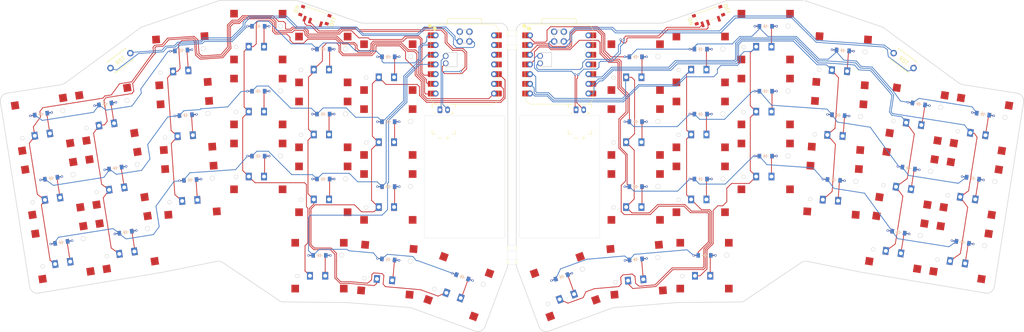
<source format=kicad_pcb>
(kicad_pcb (version 20240108) (generator "pcbnew") (generator_version "8.0")
  (title_block (title "left") (date "2025-07-13") (rev "v1.0.0") (company "Unknown"))
  (layers (0 "F.Cu" signal) (31 "B.Cu" signal) (34 "B.Paste" user) (35 "F.Paste" user) (36 "B.SilkS" user "B.Silkscreen") (37 "F.SilkS" user "F.Silkscreen") (38 "B.Mask" user) (39 "F.Mask" user) (44 "Edge.Cuts" user))
  (net 0 "")
  (net 1 "P4")
  (net 2 "outer_bottom")
  (net 3 "outer_home")
  (net 4 "outer_top")
  (net 5 "P5")
  (net 6 "pinky_bottom")
  (net 7 "pinky_home")
  (net 8 "pinky_top")
  (net 9 "P6")
  (net 10 "ring_bottom")
  (net 11 "ring_home")
  (net 12 "ring_top")
  (net 13 "P7")
  (net 14 "middle_bottom")
  (net 15 "middle_home")
  (net 16 "middle_top")
  (net 17 "P8")
  (net 18 "index_bottom")
  (net 19 "index_home")
  (net 20 "index_top")
  (net 21 "P9")
  (net 22 "inner_bottom")
  (net 23 "inner_home")
  (net 24 "inner_top")
  (net 25 "near_thumb")
  (net 26 "home_thumb")
  (net 27 "far_thumb")
  (net 28 "P2")
  (net 29 "P1")
  (net 30 "P0")
  (net 31 "P3")
  (net 32 "P10")
  (net 33 "VCC33")
  (net 34 "VCC5")
  (net 35 "GND")
  (net 36 "RST")
  (net 37 "RAW")
  (net 38 "DIO")
  (net 39 "CLK")
  (net 40 "BAT_P")
  (net 41 "mirror_outer_bottom")
  (net 42 "mirror_outer_home")
  (net 43 "mirror_outer_top")
  (net 44 "mirror_pinky_bottom")
  (net 45 "mirror_pinky_home")
  (net 46 "mirror_pinky_top")
  (net 47 "mirror_ring_bottom")
  (net 48 "mirror_ring_home")
  (net 49 "mirror_ring_top")
  (net 50 "mirror_middle_bottom")
  (net 51 "mirror_middle_home")
  (net 52 "mirror_middle_top")
  (net 53 "mirror_index_bottom")
  (net 54 "mirror_index_home")
  (net 55 "mirror_index_top")
  (net 56 "mirror_inner_bottom")
  (net 57 "mirror_inner_home")
  (net 58 "mirror_inner_top")
  (net 59 "mirror_near_thumb")
  (net 60 "mirror_home_thumb")
  (net 61 "mirror_far_thumb")
  (footprint "ceoloide:diode_tht_sod123" (layer "F.Cu") (at 186.207096 80.904248)
    (property "Reference" "D16" (hide yes))
    (property "Value" "")
  )
  (footprint "pg1316sexportfootprint:CPG1316S01D02_mikeholscher" (layer "F.Cu") (at 321.836138 78.716957 -9)
    (property "Reference" "CPG1316" (hide yes))
    (property "Value" "CPG1316S01D02_mikeholscher" (hide yes))
    (fp_circle (center -5.799999 2.750003) (end -5.3 2.750002) (stroke (width 0.1)) (fill none) (layer "Edge.Cuts"))
    (fp_circle (center 5.799999 -2.750003) (end 6.399997 -2.750002) (stroke (width 0.1)) (fill none) (layer "Edge.Cuts"))
  )
  (footprint "pg1316sexportfootprint:CPG1316S01D02_mikeholscher" (layer "F.Cu") (at 335.967453 98.167034 -9)
    (property "Reference" "CPG1316" (hide yes))
    (property "Value" "CPG1316S01D02_mikeholscher" (hide yes))
    (fp_circle (center -5.799999 2.750003) (end -5.3 2.750002) (stroke (width 0.1)) (fill none) (layer "Edge.Cuts"))
    (fp_circle (center 5.799999 -2.750003) (end 6.399997 -2.750002) (stroke (width 0.1)) (fill none) (layer "Edge.Cuts"))
  )
  (footprint "pg1316sexportfootprint:CPG1316S01D02_mikeholscher" (layer "F.Cu") (at 232.458496 107.074777 20)
    (property "Reference" "CPG1316" (hide yes))
    (property "Value" "CPG1316S01D02_mikeholscher" (hide yes))
    (fp_circle (center -5.799999 2.750001) (end -5.299999 2.750001) (stroke (width 0.1)) (fill none) (layer "Edge.Cuts"))
    (fp_circle (center 5.799999 -2.750001) (end 6.400001 -2.749997) (stroke (width 0.1)) (fill none) (layer "Edge.Cuts"))
  )
  (footprint "ceoloide:diode_tht_sod123" (layer "F.Cu") (at 336.389827 95.500281 -9)
    (property "Reference" "D1" (hide yes))
    (property "Value" "")
  )
  (footprint "pg1316sexportfootprint:CPG1316S01D02_mikeholscher" (layer "F.Cu") (at 98.470756 81.375512 9)
    (property "Reference" "CPG1316" (hide yes))
    (property "Value" "CPG1316S01D02_mikeholscher" (hide yes))
    (fp_circle (center -5.799999 2.75) (end -5.300007 2.750002) (stroke (width 0.1)) (fill none) (layer "Edge.Cuts"))
    (fp_circle (center 5.799999 -2.75) (end 6.400002 -2.749999) (stroke (width 0.1)) (fill none) (layer "Edge.Cuts"))
  )
  (footprint "pg1316sexportfootprint:CPG1316S01D02_mikeholscher" (layer "F.Cu") (at 284.8905 75.605066)
    (property "Reference" "CPG1316" (hide yes))
    (property "Value" "CPG1316S01D02_mikeholscher" (hide yes))
    (fp_circle (center -5.799998 2.750003) (end -5.299998 2.749998) (stroke (width 0.1)) (fill none) (layer "Edge.Cuts"))
    (fp_circle (center 5.799998 -2.750003) (end 6.4 -2.749999) (stroke (width 0.1)) (fill none) (layer "Edge.Cuts"))
  )
  (footprint "pg1316sexportfootprint:CPG1316S01D02_mikeholscher" (layer "F.Cu") (at 169.2071 64.60425)
    (property "Reference" "CPG1316" (hide yes))
    (property "Value" "CPG1316S01D02_mikeholscher" (hide yes))
    (fp_circle (center -5.799998 2.750003) (end -5.299998 2.749998) (stroke (width 0.1)) (fill none) (layer "Edge.Cuts"))
    (fp_circle (center 5.799998 -2.750003) (end 6.4 -2.749999) (stroke (width 0.1)) (fill none) (layer "Edge.Cuts"))
  )
  (footprint "ceoloide:diode_tht_sod123" (layer "F.Cu") (at 186.207098 46.904248)
    (property "Reference" "D18" (hide yes))
    (property "Value" "")
  )
  (footprint "ceoloide:diode_tht_sod123" (layer "F.Cu") (at 302.686211 79.155082 -4)
    (property "Reference" "D7" (hide yes))
    (property "Value" "")
  )
  (footprint "pg1316sexportfootprint:CPG1316S01D02_mikeholscher" (layer "F.Cu") (at 324.49552 61.926241 -9)
    (property "Reference" "CPG1316" (hide yes))
    (property "Value" "CPG1316S01D02_mikeholscher" (hide yes))
    (fp_circle (center -5.799999 2.750003) (end -5.3 2.750002) (stroke (width 0.1)) (fill none) (layer "Edge.Cuts"))
    (fp_circle (center 5.799999 -2.750003) (end 6.399997 -2.750002) (stroke (width 0.1)) (fill none) (layer "Edge.Cuts"))
  )
  (footprint "pg1316sexportfootprint:CPG1316S01D02_mikeholscher" (layer "F.Cu") (at 168.207104 101.604243)
    (property "Reference" "CPG1316" (hide yes))
    (property "Value" "CPG1316S01D02_mikeholscher" (hide yes))
    (fp_circle (center -5.799998 2.750003) (end -5.299998 2.749998) (stroke (width 0.1)) (fill none) (layer "Edge.Cuts"))
    (fp_circle (center 5.799998 -2.750003) (end 6.4 -2.749999) (stroke (width 0.1)) (fill none) (layer "Edge.Cuts"))
  )
  (footprint "mouse-bite:mouse-bite-1mm-3mm" (layer "F.Cu") (at 218.549684 100.604246)
    (property "Reference" "mouse-bite-1mm-3mm" (hide yes))
    (property "Value" "VAL**" (hide yes))
  )
  (footprint "pg1316sexportfootprint:CPG1316S01D02_mikeholscher" (layer "F.Cu") (at 267.8905 64.605063)
    (property "Reference" "CPG1316" (hide yes))
    (property "Value" "CPG1316S01D02_mikeholscher" (hide yes))
    (fp_circle (center -5.799998 2.750003) (end -5.299998 2.749998) (stroke (width 0.1)) (fill none) (layer "Edge.Cuts"))
    (fp_circle (center 5.799998 -2.750003) (end 6.4 -2.749999) (stroke (width 0.1)) (fill none) (layer "Edge.Cuts"))
  )
  (footprint "pg1316sexportfootprint:CPG1316S01D02_mikeholscher" (layer "F.Cu") (at 302.497869 81.848502 -4)
    (property "Reference" "CPG1316" (hide yes))
    (property "Value" "CPG1316S01D02_mikeholscher" (hide yes))
    (fp_circle (center -5.799998 2.75) (end -5.299999 2.75) (stroke (width 0.1)) (fill none) (layer "Edge.Cuts"))
    (fp_circle (center 5.799998 -2.75) (end 6.400002 -2.749999) (stroke (width 0.1)) (fill none) (layer "Edge.Cuts"))
  )
  (footprint "ceoloide:diode_tht_sod123" (layer "F.Cu") (at 319.599118 92.840891 -9)
    (property "Reference" "D4" (hide yes))
    (property "Value" "")
  )
  (footprint "pg1316sexportfootprint:CPG1316S01D02_mikeholscher" (layer "F.Cu") (at 152.2071 75.604248)
    (property "Reference" "CPG1316" (hide yes))
    (property "Value" "CPG1316S01D02_mikeholscher" (hide yes))
    (fp_circle (center -5.799998 2.750003) (end -5.299998 2.749998) (stroke (width 0.1)) (fill none) (layer "Edge.Cuts"))
    (fp_circle (center 5.799998 -2.750003) (end 6.4 -2.749999) (stroke (width 0.1)) (fill none) (layer "Edge.Cuts"))
  )
  (footprint "ceoloide:battery_connector_jst_ph_2" (layer "F.Cu") (at 200.700137 60.77669)
    (property "Reference" "JST1" (hide yes))
    (property "Value" "")
  )
  (footprint "ceoloide:diode_tht_sod123" (layer "F.Cu") (at 250.890498 80.905072)
    (property "Reference" "D16" (hide yes))
    (property "Value" "")
  )
  (footprint "pg1316sexportfootprint:CPG1316S01D02_mikeholscher" (layer "F.Cu") (at 169.207105 47.604251)
    (property "Reference" "CPG1316" (hide yes))
    (property "Value" "CPG1316S01D02_mikeholscher" (hide yes))
    (fp_circle (center -5.799998 2.750003) (end -5.299998 2.749998) (stroke (width 0.1)) (fill none) (layer "Edge.Cuts"))
    (fp_circle (center 5.799998 -2.750003) (end 6.4 -2.749999) (stroke (width 0.1)) (fill none) (layer "Edge.Cuts"))
  )
  (footprint "ceoloide:diode_tht_sod123" (layer "F.Cu") (at 117.49848 92.840072 9)
    (property "Reference" "D4" (hide yes))
    (property "Value" "")
  )
  (footprint "pg1316sexportfootprint:CPG1316S01D02_mikeholscher" (layer "F.Cu") (at 186.207097 49.604235)
    (property "Reference" "CPG1316" (hide yes))
    (property "Value" "CPG1316S01D02_mikeholscher" (hide yes))
    (fp_circle (center -5.799998 2.750003) (end -5.299998 2.749998) (stroke (width 0.1)) (fill none) (layer "Edge.Cuts"))
    (fp_circle (center 5.799998 -2.750003) (end 6.4 -2.749999) (stroke (width 0.1)) (fill none) (layer "Edge.Cuts"))
  )
  (footprint "mouse-bite:mouse-bite-1mm-3mm" (layer "F.Cu") (at 218.549683 44.35425)
    (property "Reference" "mouse-bite-1mm-3mm" (hide yes))
    (property "Value" "VAL**" (hide yes))
  )
  (footprint "ceoloide:diode_tht_sod123" (layer "F.Cu") (at 284.890506 38.905061)
    (property "Reference" "D12" (hide yes))
    (property "Value" "")
  )
  (footprint "ceoloide:diode_tht_sod123" (layer "F.Cu") (at 267.890497 61.905061)
    (property "Reference" "D14" (hide yes))
    (property "Value" "")
  )
  (footprint "ceoloide:diode_tht_sod123" (layer "F.Cu") (at 132.039664 45.237081 4)
    (property "Reference" "D9" (hide yes))
    (property "Value" "")
  )
  (footprint "ceoloide:diode_tht_sod123" (layer "F.Cu") (at 112.179707 59.258672 9)
    (property "Reference" "D6" (hide yes))
    (property "Value" "")
  )
  (footprint "pg1316sexportfootprint:CPG1316S01D02_mikeholscher" (layer "F.Cu") (at 204.6391 107.073955 -20)
    (property "Reference" "CPG1316" (hide yes))
    (property "Value" "CPG1316S01D02_mikeholscher" (hide yes))
    (fp_circle (center -5.799998 2.749999) (end -5.299998 2.749998) (stroke (width 0.1)) (fill none) (layer "Edge.Cuts"))
    (fp_circle (center 5.799998 -2.749999) (end 6.399999 -2.749999) (stroke (width 0.1)) (fill none) (layer "Edge.Cuts"))
  )
  (footprint "ceoloide:diode_tht_sod123" (layer "F.Cu") (at 186.182109 99.972852 -5)
    (property "Reference" "D20" (hide yes))
    (property "Value" "")
  )
  (footprint "ceoloide:diode_tht_sod123" (layer "F.Cu") (at 341.708596 61.918873 -9)
    (property "Reference" "D3" (hide yes))
    (property "Value" "")
  )
  (footprint "ceoloide:diode_tht_sod123" (layer "F.Cu") (at 303.872069 62.196497 -4)
    (property "Reference" "D8" (hide yes))
    (property "Value" "")
  )
  (footprint "pg1316sexportfootprint:CPG1316S01D02_mikeholscher" (layer "F.Cu") (at 338.626835 81.376333 -9)
    (property "Reference" "CPG1316" (hide yes))
    (property "Value" "CPG1316S01D02_mikeholscher" (hide yes))
    (fp_circle (center -5.799999 2.750003) (end -5.3 2.750002) (stroke (width 0.1)) (fill none) (layer "Edge.Cuts"))
    (fp_circle (center 5.799999 -2.750003) (end 6.399997 -2.750002) (stroke (width 0.1)) (fill none) (layer "Edge.Cuts"))
  )
  (footprint "ceoloide:diode_tht_sod123" (layer "F.Cu") (at 267.890504 78.905061)
    (property "Reference" "D13" (hide yes))
    (property "Value" "")
  )
  (footprint "ceoloide:diode_tht_sod123" (layer "F.Cu") (at 169.207095 61.904243)
    (property "Reference" "D14" (hide yes))
    (property "Value" "")
  )
  (footprint "pg1316sexportfootprint:CPG1316S01D02_mikeholscher" (layer "F.Cu") (at 341.286225 64.58563 -9)
    (property "Reference" "CPG1316" (hide yes))
    (property "Value" "CPG1316S01D02_mikeholscher" (hide yes))
    (fp_circle (center -5.799999 2.750003) (end -5.3 2.750002) (stroke (width 0.1)) (fill none) (layer "Edge.Cuts"))
    (fp_circle (center 5.799999 -2.750003) (end 6.399997 -2.750002) (stroke (width 0.1)) (fill none) (layer "Edge.Cuts"))
  )
  (footprint "pg1316sexportfootprint:CPG1316S01D02_mikeholscher" (layer "F.Cu") (at 133.413869 64.889097 4)
    (property "Reference" "CPG1316" (hide yes))
    (property "Value" "CPG1316S01D02_mikeholscher" (hide yes))
    (fp_circle (center -5.800001 2.750005) (end -5.299998 2.749997) (stroke (width 0.1)) (fill none) (layer "Edge.Cuts"))
    (fp_circle (center 5.800001 -2.750005) (end 6.399999 -2.749999) (stroke (width 0.1)) (fill none) (layer "Edge.Cuts"))
  )
  (footprint "ceoloide:diode_tht_sod123" (layer "F.Cu") (at 169.207094 44.904245)
    (property "Reference" "D15" (hide yes))
    (property "Value" "")
  )
  (footprint "ceoloide:reset_switch_tht_top" (layer "F.Cu") (at 320.946275 47.898317 -37)
    (property "Reference" "RST1" (hide yes))
    (property "Value" "")
  )
  (footprint "pg1316sexportfootprint:CPG1316S01D02_mikeholscher" (layer "F.Cu") (at 101.130153 98.16622 9)
    (property "Reference" "CPG1316" (hide yes))
    (property "Value" "CPG1316S01D02_mikeholscher" (hide yes))
    (fp_circle (center -5.799999 2.75) (end -5.300007 2.750002) (stroke (width 0.1)) (fill none) (layer "Edge.Cuts"))
    (fp_circle (center 5.799999 -2.75) (end 6.400002 -2.749999) (stroke (width 0.1)) (fill none) (layer "Edge.Cuts"))
  )
  (footprint "pg1316sexportfootprint:CPG1316S01D02_mikeholscher" (layer "F.Cu") (at 319.176754 95.507657 -9)
    (property "Reference" "CPG1316" (hide yes))
    (property "Value" "CPG1316S01D02_mikeholscher" (hide yes))
    (fp_circle (center -5.799999 2.750003) (end -5.3 2.750002) (stroke (width 0.1)) (fill none) (layer "Edge.Cuts"))
    (fp_circle (center 5.799999 -2.750003) (end 6.399997 -2.750002) (stroke (width 0.1)) (fill none) (layer "Edge.Cuts"))
  )
  (footprint "pg1316sexportfootprint:CPG1316S01D02_mikeholscher" (layer "F.Cu") (at 284.890508 58.60507)
    (property "Reference" "CPG1316" (hide yes))
    (property "Value" "CPG1316S01D02_mikeholscher" (hide yes))
    (fp_circle (center -5.799998 2.750003) (end -5.299998 2.749998) (stroke (width 0.1)) (fill none) (layer "Edge.Cuts"))
    (fp_circle (center 5.799998 -2.750003) (end 6.4 -2.749999) (stroke (width 0.1)) (fill none) (layer "Edge.Cuts"))
  )
  (footprint "pg1316sexportfootprint:CPG1316S01D02_mikeholscher" (layer "F.Cu") (at 268.890502 101.605069)
    (property "Reference" "CPG1316" (hide yes))
    (property "Value" "CPG1316S01D02_mikeholscher" (hide yes))
    (fp_circle (center -5.799998 2.750003) (end -5.299998 2.749998) (stroke (width 0.1)) (fill none) (layer "Edge.Cuts"))
    (fp_circle (center 5.799998 -2.750003) (end 6.4 -2.749999) (stroke (width 0.1)) (fill none) (layer "Edge.Cuts"))
  )
  (footprint "ceoloide:diode_tht_sod123" (layer "F.Cu") (at 268.890502 98.905069)
    (property "Reference" "D19" (hide yes))
    (property "Value" "")
  )
  (footprint "pg1316sexportfootprint:CPG1316S01D02_mikeholscher" (layer "F.Cu") (at 250.890494 49.605069)
    (property "Reference" "CPG1316" (hide yes))
    (property "Value" "CPG1316S01D02_mikeholscher" (hide yes))
    (fp_circle (center -5.799998 2.750003) (end -5.299998 2.749998) (stroke (width 0.1)) (fill none) (layer "Edge.Cuts"))
    (fp_circle (center 5.799998 -2.750003) (end 6.4 -2.749999) (stroke (width 0.1)) (fill none) (layer "Edge.Cuts"))
  )
  (footprint "ceoloide:diode_tht_sod123" (layer "F.Cu") (at 250.890496 63.905077)
    (property "Reference" "D17" (hide yes))
    (property "Value" "")
  )
  (footprint "ceoloide:diode_tht_sod123" (layer "F.Cu") (at 250.8905 46.905067)
    (property "Reference" "D18" (hide yes))
    (property "Value" "")
  )
  (footprint "pg1316sexportfootprint:CPG1316S01D02_mikeholscher" (layer "F.Cu") (at 134.599729 81.84768 4)
    (property "Reference" "CPG1316" (hide yes))
    (property "Value" "CPG1316S01D02_mikeholscher" (hide yes))
    (fp_circle (center -5.800001 2.750005) (end -5.299998 2.749997) (stroke (width 0.1)) (fill none) (layer "Edge.Cuts"))
    (fp_circle (center 5.800001 -2.750005) (end 6.399999 -2.749999) (stroke (width 0.1)) (fill none) (layer "Edge.Cuts"))
  )
  (footprint "ceoloide:diode_tht_sod123" (layer "F.Cu") (at 284.890503 55.905069)
    (property "Reference" "D11" (hide yes))
    (property "Value" "")
  )
  (footprint "ceoloide:battery_connector_jst_ph_2" (layer "F.Cu") (at 236.3 60.775)
    (property "Reference" "JST1" (hide yes))
    (property "Value" "")
  )
  (footprint "pg1316sexportfootprint:CPG1316S01D02_mikeholscher" (layer "F.Cu") (at 186.207104 66.604251)
    (property "Reference" "CPG1316" (hide yes))
    (property "Value" "CPG1316S01D02_mikeholscher" (hide yes))
    (fp_circle (center -5.799998 2.750003) (end -5.299998 2.749998) (stroke (width 0.1)) (fill none) (layer "Edge.Cuts"))
    (fp_circle (center 5.799998 -2.750003) (end 6.4 -2.749999) (stroke (width 0.1)) (fill none) (layer "Edge.Cuts"))
  )
  (footprint "ceoloide:diode_tht_sod123" (layer "F.Cu") (at 322.258509 76.050191 -9)
    (property "Reference" "D5" (hide yes))
    (property "Value" "")
  )
  (footprint "ceoloide:diode_tht_sod123" (layer "F.Cu") (at 168.207102 98.904246)
    (property "Reference" "D19" (hide yes))
    (property "Value" "")
  )
  (footprint "ceoloide:diode_tht_sod123" (layer "F.Cu") (at 152.207105 55.904251)
    (property "Reference" "D11" (hide yes))
    (property "Value" "")
  )
  (footprint "pg1316sexportfootprint:CPG1316S01D02_mikeholscher" (layer "F.Cu") (at 152.207095 58.604242)
    (property "Reference" "CPG1316" (hide yes))
    (property "Value" "CPG1316S01D02_mikeholscher" (hide yes))
    (fp_circle (center -5.799998 2.750003) (end -5.299998 2.749998) (stroke (width 0.1)) (fill none) (layer "Edge.Cuts"))
    (fp_circle (center 5.799998 -2.750003) (end 6.4 -2.749999) (stroke (width 0.1)) (fill none) (layer "Edge.Cuts"))
  )
  (footprint "ceoloide:diode_tht_sod123" (layer "F.Cu") (at 152.207095 72.904244)
    (property "Reference" "D10" (hide yes))
    (property "Value" "")
  )
  (footprint "pg1316sexportfootprint:CPG1316S01D02_mikeholscher" (layer "F.Cu") (at 117.920851 95.506831 9)
    (property "Reference" "CPG1316" (hide yes))
    (property "Value" "CPG1316S01D02_mikeholscher" (hide yes))
    (fp_circle (center -5.799999 2.75) (end -5.300007 2.750002) (stroke (width 0.1)) (fill none) (layer "Edge.Cuts"))
    (fp_circle (center 5.799999 -2.75) (end 6.400002 -2.749999) (stroke (width 0.1)) (fill none) (layer "Edge.Cuts"))
  )
  (footprint "ceoloide:diode_tht_sod123" (layer "F.Cu") (at 324.917896 59.259491 -9)
    (property "Reference" "D6" (hide yes))
    (property "Value" "")
  )
  (footprint "ceoloide:diode_tht_sod123" (layer "F.Cu") (at 133.225524 62.195665 4)
    (property "Reference" "D8" (hide yes))
    (property "Value" "")
  )
  (footprint "XIAO-nRF52840-SMD" (layer "F.Cu") (at 206.207098 48.904252)
    (property "Reference" "REF**" (hide yes))
    (property "Value" "XIAO-nRF52840-SMD")
    (fp_line (start -5.000005 0.599999) (end -5.000004 0.136506) (stroke (width 0.15)) (layer "Edge.Cuts"))
    (fp_line (start -4.999999 -2.668499) (end -4.999997 -3.100004) (stroke (width 0.15)) (layer "Edge.Cuts"))
    (fp_line (start -4.999998 -0.763504) (end -4.999998 -1.768496) (stroke (width 0.15)) (layer "Edge.Cuts"))
    (fp_line (start -4.999997 -3.100004) (end -1.999997 -3.099999) (stroke (width 0.15)) (layer "Edge.Cuts"))
    (fp_line (start -2.000002 0.600002) (end -5.000005 0.599999) (stroke (width 0.15)) (layer "Edge.Cuts"))
    (fp_line (start -1.999997 -3.099999) (end -2.000002 0.600002) (stroke (width 0.15)) (layer "Edge.Cuts"))
    (fp_line (start -1.324999 -9.018505) (end 1.215001 -9.018495) (stroke (width 0.15)) (layer "Edge.Cuts"))
    (fp_line (start -1.324999 -6.4785) (end -1.324997 -8.118504) (stroke (width 0.15)) (layer "Edge.Cuts"))
    (fp_line (start 1.215001 -5.578503) (end -1.325 -5.5785) (stroke (width 0.15)) (layer "Edge.Cuts"))
    (fp_line (start 1.215003 -8.118494) (end 1.214997 -6.4785) (stroke (width 0.15)) (layer "Edge.Cuts"))
    (fp_arc (start -4.999999 -2.668499) (mid -4.55 -2.218498) (end -4.999998 -1.768496) (stroke (width 0.15)) (layer "Edge.Cuts"))
    (fp_arc (start -4.999998 -0.763504) (mid -4.550012 -0.313496) (end -5.000004 0.136506) (stroke (width 0.15)) (layer "Edge.Cuts"))
    (fp_arc (start -1.324999 -9.018505) (mid -0.874998 -8.568505) (end -1.324997 -8.118504) (stroke (width 0.15)) (layer "Edge.Cuts"))
    (fp_arc (start -1.324999 -6.4785) (mid -0.875001 -6.028499) (end -1.325 -5.5785) (stroke (width 0.15)) (layer "Edge.Cuts"))
    (fp_arc (start 1.215001 -5.578503) (mid 0.764998 -6.028499) (end 1.214997 -6.4785) (stroke (width 0.15)) (layer "Edge.Cuts"))
    (fp_arc (start 1.215003 -8.118494) (mid 0.765001 -8.568493) (end 1.215001 -9.018495) (stroke (width 0.15)) (layer "Edge.Cuts"))
  )
  (footprint "ceoloide:diode_tht_sod123" (layer "F.Cu") (at 95.389001 61.918059 9)
    (property "Reference" "D3" (hide yes))
    (property "Value" "")
  )
  (footprint "pg1316sexportfootprint:CPG1316S01D02_mikeholscher" (layer "F.Cu") (at 304.869592 47.931333 -4)
    (property "Reference" "CPG1316" (hide yes))
    (property "Value" "CPG1316S01D02_mikeholscher" (hide yes))
    (fp_circle (center -5.799998 2.75) (end -5.299999 2.75) (stroke (width 0.1)) (fill none) (layer "Edge.Cuts"))
    (fp_circle (center 5.799998 -2.75) (end 6.400002 -2.749999) (stroke (width 0.1)) (fill none) (layer "Edge.Cuts"))
  )
  (footprint "pg1316sexportfootprint:CPG1316S01D02_mikeholscher" (layer "F.Cu") (at 250.890499 83.60506)
    (property "Reference" "CPG1316" (hide yes))
    (property "Value" "CPG1316S01D02_mikeholscher" (hide yes))
    (fp_circle (center -5.799998 2.750003) (end -5.299998 2.749998) (stroke (width 0.1)) (fill none) (layer "Edge.Cuts"))
    (fp_circle (center 5.799998 -2.750003) (end 6.4 -2.749999) (stroke (width 0.1)) (fill none) (layer "Edge.Cuts"))
  )
  (footprint "pg1316sexportfootprint:CPG1316S01D02_mikeholscher" (layer "F.Cu") (at 169.207094 81.604247)
    (property "Reference" "CPG1316" (hide yes))
    (property "Value" "CPG1316S01D02_mikeholscher" (hide yes))
    (fp_circle (center -5.799998 2.750003) (end -5.299998 2.749998) (stroke (width 0.1)) (fill none) (layer "Edge.Cuts"))
    (fp_circle (center 5.799998 -2.750003) (end 6.4 -2.749999) (stroke (width 0.1)) (fill none) (layer "Edge.Cuts"))
  )
  (footprint "pg1316sexportfootprint:CPG1316S01D02_mikeholscher" (layer "F.Cu") (at 185.946784 102.662567 -5)
    (property "Reference" "CPG1316" (hide yes))
    (property "Value" "CPG1316S01D02_mikeholscher" (hide yes))
    (fp_circle (center -5.799998 2.750001) (end -5.299999 2.750001) (stroke (width 0.1)) (fill none) (layer "Edge.Cuts"))
    (fp_circle (center 5.799998 -2.750001) (end 6.400001 -2.750001) (stroke (width 0.1)) (fill none) (layer "Edge.Cuts"))
  )
  (footprint "pg1316sexportfootprint:CPG1316S01D02_mikeholscher" (layer "F.Cu") (at 152.2071 41.604252)
    (property "Reference" "CPG1316" (hide yes))
    (property "Value" "CPG1316S01D02_mikeholscher" (hide yes))
    (fp_circle (center -5.799998 2.750003) (end -5.299998 2.749998) (stroke (width 0.1)) (fill none) (layer "Edge.Cuts"))
    (fp_circle (center 5.799998 -2.750003) (end 6.4 -2.749999) (stroke (width 0.1)) (fill none) (layer "Edge.Cuts"))
  )
  (footprint "ceoloide:diode_tht_sod123" (layer "F.Cu") (at 114.839096 76.049371 9)
    (property "Reference" "D5" (hide yes))
    (property "Value" "")
  )
  (footprint "ceoloide:diode_tht_sod123" (layer "F.Cu") (at 284.890499 72.905067)
    (property "Reference" "D10" (hide yes))
    (property "Value" "")
  )
  (footprint "ceoloide:diode_tht_sod123" (layer "F.Cu") (at 231.535037 104.537602 20)
    (property "Reference" "D21" (hide yes))
    (property "Value" "")
  )
  (footprint "pg1316sexportfootprint:CPG1316S01D02_mikeholscher" (layer "F.Cu") (at 303.683734 64.889914 -4)
    (property "Reference" "CPG1316" (hide yes))
    (property "Value" "CPG1316S01D02_mikeholscher" (hide yes))
    (fp_circle (center -5.799998 2.75) (end -5.299999 2.75) (stroke (width 0.1)) (fill none) (layer "Edge.Cuts"))
    (fp_circle (center 5.799998 -2.75) (end 6.400002 -2.749999) (stroke (width 0.1)) (fill none) (layer "Edge.Cuts"))
  )
  (footprint "pg1316sexportfootprint:CPG1316S01D02_mikeholscher" (layer "F.Cu") (at 132.228012 47.930506 4)
    (property "Reference" "CPG1316" (hide yes))
    (property "Value" "CPG1316S01D02_mikeholscher" (hide yes))
    (fp_circle (center -5.800001 2.750005) (end -5.299998 2.749997) (stroke (width 0.1)) (fill none) (layer "Edge.Cuts"))
    (fp_circle (center 5.800001 -2.750005) (end 6.399999 -2.749999) (stroke (width 0.1)) (fill none) (layer "Edge.Cuts"))
  )
  (footprint "ceoloide:power_switch_smd_side" (layer "F.Cu") (at 167.000137 36.026689 71)
    (property "Reference" "PWR1" (hide yes))
    (property "Value" "")
  )
  (footprint "ceoloide:diode_tht_sod123" (layer "F.Cu") (at 169.207098 78.90425)
    (property "Reference" "D13" (hide yes))
    (property "Value" "")
  )
  (footprint "pg1316sexportfootprint:CPG1316S01D02_mikeholscher" (layer "F.Cu") (at 112.602072 61.925429 9)
    (property "Reference" "CPG1316" (hide yes))
    (property "Value" "CPG1316S01D02_mikeholscher" (hide yes))
    (fp_circle (center -5.799999 2.75) (end -5.300007 2.750002) (stroke (width 0.1)) (fill none) (layer "Edge.Cuts"))
    (fp_circle (center 5.799999 -2.75) (end 6.400002 -2.749999) (stroke (width 0.1)) (fill none) (layer "Edge.Cuts"))
  )
  (footprint "pg1316sexportfootprint:CPG1316S01D02_mikeholscher" (layer "F.Cu") (at 95.811379 64.584809 9)
    (property "Reference" "CPG1316" (hide yes))
    (property "Value" "CPG1316S01D02_mikeholscher" (hide yes))
    (fp_circle (center -5.799999 2.75) (end -5.300007 2.750002) (stroke (width 0.1)) (fill none) (layer "Edge.Cuts"))
    (fp_circle (center 5.799999 -2.75) (end 6.400002 -2.749999) (stroke (width 0.1)) (fill none) (layer "Edge.Cuts"))
  )
  (footprint "ceoloide:reset_switch_tht_top" (layer "F.Cu") (at 116.151319 47.897504 37)
    (property "Reference" "RST1" (hide yes))
    (property "Value" "")
  )
  (footprint "XIAO-nRF52840-SMD" (layer "F.Cu") (at 230.890499 48.905063)
    (property "Reference" "REF**" (hide yes))
    (property "Value" "XIAO-nRF52840-SMD" (hide yes))
    (fp_line (start -5.000007 -3.099996) (end -1.999999 -3.100002) (stroke (width 0.15)) (layer "Edge.Cuts"))
    (fp_line (start -5.000003 -2.668497) (end -5.000007 -3.099996) (stroke (width 0.15)) (layer "Edge.Cuts"))
    (fp_line (start -5.000002 0.599999) (end -5.000003 0.136509) (stroke (width 0.15)) (layer "Edge.Cuts"))
    (fp_line (start -4.999998 -0.763498) (end -4.999998 -1.768497) (stroke (width 0.15)) (layer "Edge.Cuts"))
    (fp_line (start -1.999999 -3.100002) (end -1.999996 0.600003) (stroke (width 0.15)) (layer "Edge.Cuts"))
    (fp_line (start -1.999996 0.600003) (end -5.000002 0.599999) (stroke (width 0.15)) (layer "Edge.Cuts"))
    (fp_line (start -1.324997 -9.018505) (end 1.215001 -9.018494) (stroke (width 0.15)) (layer "Edge.Cuts"))
    (fp_line (start -1.324995 -6.478501) (end -1.324999 -8.118498) (stroke (width 0.15)) (layer "Edge.Cuts"))
    (fp_line (start 1.214999 -8.118495) (end 1.215 -6.478497) (stroke (width 0.15)) (layer "Edge.Cuts"))
    (fp_line (start 1.215001 -5.578503) (end -1.325009 -5.578503) (stroke (width 0.15)) (layer "Edge.Cuts"))
    (fp_arc (start -5.000003 -2.668497) (mid -4.55 -2.218499) (end -4.999998 -1.768497) (stroke (width 0.15)) (layer "Edge.Cuts"))
    (fp_arc (start -4.999998 -0.763498) (mid -4.550017 -0.313492) (end -5.000003 0.136509) (stroke (width 0.15)) (layer "Edge.Cuts"))
    (fp_arc (start -1.324997 -9.018505) (mid -0.874997 -8.568501) (end -1.324999 -8.118498) (stroke (width 0.15)) (layer "Edge.Cuts"))
    (fp_arc (start -1.324995 -6.478501) (mid -0.875006 -6.028495) (end -1.325009 -5.578503) (stroke (width 0.15)) (layer "Edge.Cuts"))
    (fp_arc (start 1.214999 -8.118495) (mid 0.765015 -8.568495) (end 1.215001 -9.018494) (stroke (width 0.15)) (layer "Edge.Cuts"))
    (fp_arc (start 1.215001 -5.578503) (mid 0.765006 -6.028499) (end 1.215 -6.478497) (stroke (width 0.15)) (layer "Edge.Cuts"))
  )
  (footprint "ceoloide:diode_tht_sod123" (layer "F.Cu") (at 98.048392 78.708756 9)
    (property "Reference" "D2" (hide yes))
    (property "Value" "")
  )
  (footprint "ceoloide:diode_tht_sod123" (layer "F.Cu") (at 205.562565 104.536776 -20)
    (property "Reference" "D21" (hide yes))
    (property "Value" "")
  )
  (footprint "ceoloide:diode_tht_sod123" (layer "F.Cu") (at 186.2071 63.904244)
    (property "Reference" "D17" (hide yes))
    (property "Value" "")
  )
  (footprint "ceoloide:power_switch_smd_side" (layer "F.Cu") (at 269.945752 36.043755 109)
    (property "Reference" "PWR1" (hide yes))
    (property "Value" "")
  )
  (footprint "ceoloide:diode_tht_sod123" (layer "F.Cu") (at 134.411381 79.154264 4)
    (property "Reference" "D7" (hide yes))
    (property "Value" "")
  )
  (footprint "ceoloide:diode_tht_sod123" (layer "F.Cu") (at 100.707771 95.499459 9)
    (property "Reference" "D1" (hide yes))
    (property "Value" "")
  )
  (footprint "ceoloide:diode_tht_sod123" (layer "F.Cu") (at 305.057934 45.237896 -4)
    (property "Reference" "D9" (hide yes))
    (property "Value" "")
  )
  (footprint "pg1316sexportfootprint:CPG1316S01D02_mikeholscher" (layer "F.Cu") (at 284.890498 41.605067)
    (property "Reference" "CPG1316" (hide yes))
    (property "Value" "CPG1316S01D02_mikeholscher" (hide yes))
    (fp_circle (center -5.799998 2.750003) (end -5.299998 2.749998) (stroke (width 0.1)) (fill none) (layer "Edge.Cuts"))
    (fp_circle (center 5.799998 -2.750003) (end 6.4 -2.749999) (stroke (width 0.1)) (fill none) (layer "Edge.Cuts"))
  )
  (footprint "pg1316sexportfootprint:CPG1316S01D02_mikeholscher" (layer "F.Cu") (at 267.890503 47.605067)
    (property "Reference" "CPG1316" (hide yes))
    (property "Value" "CPG1316S01D02_mikeholscher" (hide yes))
    (fp_circle (center -5.799998 2.750003) (end -5.299998 2.749998) (stroke (width 0.1)) (fill none) (layer "Edge.Cuts"))
    (fp_circle (center 5.799998 -2.750003) (end 6.4 -2.749999) (stroke (width 0.1)) (fill none) (layer "Edge.Cuts"))
  )
  (footprint "pg1316sexportfootprint:CPG1316S01D02_mikeholscher" (layer "F.Cu") (at 250.890504 66.605066)
    (property "Reference" "CPG1316" (hide yes))
    (property "Value" "CPG1316S01D02_mikeholscher" (hide yes))
    (fp_circle (center -5.799998 2.750003) (end -5.299998 2.749998) (stroke (width 0.1)) (fill none) (layer "Edge.Cuts"))
    (fp_circle (center 5.799998 -2.750003) (end 6.4 -2.749999) (stroke (width 0.1)) (fill none) (layer "Edge.Cuts"))
  )
  (footprint "ceoloide:diode_tht_sod123" (layer "F.Cu") (at 267.890494 44.905065)
    (property "Reference" "D15" (hide yes))
    (property "Value" "")
  )
  (footprint "pg1316sexportfootprint:CPG1316S01D02_mikeholscher" (layer "F.Cu") (at 267.890504 81.605062)
    (property "Reference" "CPG1316" (hide yes))
    (property "Value" "CPG1316S01D02_mikeholscher" (hide yes))
    (fp_circle (center -5.799998 2.750003) (end -5.299998 2.749998) (stroke (width 0.1)) (fill none) (layer "Edge.Cuts"))
    (fp_circle (center 5.799998 -2.750003) (end 6.4 -2.749999) (stroke (width 0.1)) (fill none) (layer "Edge.Cuts"))
  )
  (footprint "pg1316sexportfootprint:CPG1316S01D02_mikeholscher" (layer "F.Cu") (at 115.261456 78.716124 9)
    (property "Reference" "CPG1316" (hide yes))
    (property "Value" "CPG1316S01D02_mikeholscher" (hide yes))
    (fp_circle (center -5.799999 2.75) (end -5.300007 2.750002) (stroke (width 0.1)) (fill none) (layer "Edge.Cuts"))
    (fp_circle (center 5.799999 -2.75) (end 6.400002 -2.749999) (stroke (width 0.1)) (fill none) (layer "Edge.Cuts"))
  )
  (footprint "mouse-bite:mouse-bite-1mm-3mm" (layer "F.Cu") (at 218.549681 40.804247)
    (property "Reference" "mouse-bite-1mm-3mm" (hide yes))
    (property "Value" "VAL**" (hide yes))
  )
  (footprint "ceoloide:diode_tht_sod123" (layer "F.Cu") (at 250.915498 99.973667 5)
    (property "Reference" "D20" (hide yes))
    (property "Value" "")
  )
  (footprint "ceoloide:diode_tht_sod123" (layer "F.Cu") (at 152.207102 38.904253)
    (property "Reference" "D12" (hide yes))
    (property "Value" "")
  )
  (footprint "pg1316sexportfootprint:CPG1316S01D02_mikeholscher" (layer "F.Cu") (at 186.207096 83.604245)
    (property "Reference" "CPG1316" (hide yes))
    (property "Value" "CPG1316S01D02_mikeholscher" (hide yes))
    (fp_circle (center -5.799998 2.750003) (end -5.299998 2.749998) (stroke (width 0.1)) (fill none) (layer "Edge.Cuts"))
    (fp_circle (center 5.799998 -2.750003) (end 6.4 -2.749999) (stroke (width 0.1)) (fill none) (layer "Edge.Cuts"))
  )
  (footprint "ceoloide:diode_tht_sod123" (layer "F.Cu") (at 339.049213 78.709577 -9)
    (property "Reference" "D2" (hide yes))
    (property "Value" "")
  )
  (footprint "mouse-bite:mouse-bite-1mm-3mm" (layer "F.Cu") (at 218.549683 97.004249)
    (property "Reference" "mouse-bite-1mm-3mm" (hide yes))
    (property "Value" "VAL**" (hide yes))
  )
  (footprint "pg1316sexportfootprint:CPG1316S01D02_mikeholscher" (layer "F.Cu") (at 251.150812 102.663396 5)
    (property "Reference" "CPG1316" (hide yes))
    (property "Value" "CPG1316S01D02_mikeholscher" (hide yes))
    (fp_circle (center -5.799998 2.750003) (end -5.3 2.749996) (stroke (width 0.1)) (fill none) (layer "Edge.Cuts"))
    (fp_circle (center 5.799998 -2.750003) (end 6.399998 -2.749999) (stroke (width 0.1)) (fill none) (layer "Edge.Cuts"))
  )
  (gr_line (start 217.449681 99.95425) (end 219.649686 99.954246) (stroke (width 0.05)) (layer "Edge.Cuts"))
  (gr_line (start 121.879974 39.051989) (end 141.892607 32.211744) (stroke (width 0.15)) (layer "Edge.Cuts"))
  (gr_arc (start 121.342467 39.332887) (mid 121.60052 39.171962) (end 121.879974 39.051989) (stroke (width 0.15)) (layer "Edge.Cuts"))
  (gr_arc (start 101.630629 53.818979) (mid 101.216652 54.053027) (end 100.759131 54.182753) (stroke (width 0.15)) (layer "Edge.Cuts"))
  (gr_line (start 179.549687 38.104246) (end 215.447921 38.104253) (stroke (width 0.15)) (layer "Edge.Cuts"))
  (gr_arc (start 141.386832 100.469437) (mid 142.174143 100.468951) (end 142.900632 100.772384) (stroke (width 0.15)) (layer "Edge.Cuts"))
  (gr_line (start 217.449681 97.70425) (end 219.649683 97.704249) (stroke (width 0.05)) (layer "Edge.Cuts"))
  (gr_line (start 274.567446 32.219086) (end 258.21356 37.991043) (stroke (width 0.15)) (layer "Edge.Cuts"))
  (gr_line (start 101.630629 53.818979) (end 121.342467 39.332887) (stroke (width 0.15)) (layer "Edge.Cuts"))
  (gr_arc (start 336.338467 54.183563) (mid 335.880931 54.053887) (end 335.466979 53.819798) (stroke (width 0.15)) (layer "Edge.Cuts"))
  (gr_line (start 217.449681 97.70425) (end 217.449681 99.95425) (stroke (width 0.05)) (layer "Edge.Cuts"))
  (gr_arc (start 161.864515 32.10425) (mid 162.202184 32.132967) (end 162.530159 32.218267) (stroke (width 0.15)) (layer "Edge.Cuts"))
  (gr_line (start 245.375901 112.560291) (end 261.871217 111.261157) (stroke (width 0.15)) (layer "Edge.Cuts"))
  (gr_arc (start 94.730319 108.779112) (mid 93.230994 108.43026) (end 92.423577 107.119626) (stroke (width 0.15)) (layer "Edge.Cuts"))
  (gr_line (start 217.447922 40.103423) (end 219.649685 40.104248) (stroke (width 0.05)) (layer "Edge.Cuts"))
  (gr_arc (start 219.752503 101.976961) (mid 219.656723 101.630436) (end 219.624585 101.272359) (stroke (width 0.15)) (layer "Edge.Cuts"))
  (gr_poly (pts (xy 220.505893 62.331771) (xy 241.505898 62.331774) (xy 241.505896 94.331771) (xy 220.505893 94.331772)) (stroke (width 0.05)) (fill none) (layer "Edge.Cuts"))
  (gr_arc (start 215.447921 38.104253) (mid 216.861873 38.689722) (end 217.447922 40.103423) (stroke (width 0.15)) (layer "Edge.Cuts"))
  (gr_arc (start 211.483256 117.568751) (mid 210.446853 118.68201) (end 208.927137 118.744361) (stroke (width 0.15)) (layer "Edge.Cuts"))
  (gr_arc (start 191.721696 112.559466) (mid 191.989075 112.598853) (end 192.248711 112.673902) (stroke (width 0.15)) (layer "Edge.Cuts"))
  (gr_line (start 217.449681 43.70425) (end 219.649683 43.704247) (stroke (width 0.05)) (layer "Edge.Cuts"))
  (gr_line (start 217.449683 45.004249) (end 219.649682 45.004247) (stroke (width 0.05)) (layer "Edge.Cuts"))
  (gr_line (start 162.530159 32.218267) (end 178.88405 37.990225) (stroke (width 0.15)) (layer "Edge.Cuts"))
  (gr_arc (start 179.549687 38.104246) (mid 179.212019 38.075543) (end 178.88405 37.990225) (stroke (width 0.15)) (layer "Edge.Cuts"))
  (gr_arc (start 315.217619 39.052805) (mid 315.497081 39.172762) (end 315.755125 39.333704) (stroke (width 0.15)) (layer "Edge.Cuts"))
  (gr_arc (start 279.389573 110.768192) (mid 278.864181 111.020371) (end 278.288401 111.110416) (stroke (width 0.15)) (layer "Edge.Cuts"))
  (gr_line (start 217.473019 101.27154) (end 219.624585 101.272359) (stroke (width 0.05)) (layer "Edge.Cuts"))
  (gr_line (start 217.449682 41.45425) (end 219.649681 41.45425) (stroke (width 0.05)) (layer "Edge.Cuts"))
  (gr_line (start 295.710771 100.470257) (end 309.786882 103.305077) (stroke (width 0.15)) (layer "Edge.Cuts"))
  (gr_line (start 344.674023 107.120432) (end 352.336365 58.742319) (stroke (width 0.15)) (layer "Edge.Cuts"))
  (gr_line (start 262.010478 111.255066) (end 278.288401 111.110416) (stroke (width 0.15)) (layer "Edge.Cuts"))
  (gr_line (start 219.649682 45.004247) (end 219.649683 96.304248) (stroke (width 0.15)) (layer "Edge.Cuts"))
  (gr_line (start 221.649685 38.10506) (end 257.54792 38.105066) (stroke (width 0.15)) (layer "Edge.Cuts"))
  (gr_line (start 294.558143 32.105072) (end 275.233081 32.105075) (stroke (width 0.15)) (layer "Edge.Cuts"))
  (gr_line (start 127.247242 103.315981) (end 94.730319 108.779112) (stroke (width 0.15)) (layer "Edge.Cuts"))
  (gr_arc (start 228.170461 118.745172) (mid 226.650741 118.682842) (end 225.614346 117.569577) (stroke (width 0.15)) (layer "Edge.Cuts"))
  (gr_line (start 86.423744 56.45325) (end 100.759131 54.182753) (stroke (width 0.15)) (layer "Edge.Cuts"))
  (gr_line (start 191.721696 112.559466) (end 175.226386 111.260341) (stroke (width 0.15)) (layer "Edge.Cuts"))
  (gr_line (start 217.345093 101.976139) (end 211.483256 117.568751) (stroke (width 0.15)) (layer "Edge.Cuts"))
  (gr_arc (start 84.761235 58.741498) (mid 85.118608 57.253081) (end 86.423744 56.45325) (stroke (width 0.15)) (layer "Edge.Cuts"))
  (gr_line (start 279.389573 110.768192) (end 294.196975 100.773201) (stroke (width 0.15)) (layer "Edge.Cuts"))
  (gr_line (start 309.850358 103.316798) (end 342.367271 108.779927) (stroke (width 0.15)) (layer "Edge.Cuts"))
  (gr_arc (start 127.310716 103.304255) (mid 127.279026 103.310374) (end 127.247242 103.315981) (stroke (width 0.15)) (layer "Edge.Cuts"))
  (gr_arc (start 244.848886 112.674722) (mid 245.108517 112.599652) (end 245.375901 112.560291) (stroke (width 0.15)) (layer "Edge.Cuts"))
  (gr_arc (start 274.567446 32.219086) (mid 274.895416 32.133781) (end 275.233081 32.105075) (stroke (width 0.15)) (layer "Edge.Cuts"))
  (gr_arc (start 175.087134 111.254245) (mid 175.156813 111.256074) (end 175.226386 111.260341) (stroke (width 0.15)) (layer "Edge.Cuts"))
  (gr_arc (start 141.892607 32.211744) (mid 142.211599 32.131302) (end 142.539465 32.104249) (stroke (width 0.15)) (layer "Edge.Cuts"))
  (gr_line (start 142.539465 32.104249) (end 161.864515 32.10425) (stroke (width 0.15)) (layer "Edge.Cuts"))
  (gr_line (start 219.649686 99.954246) (end 219.649683 97.704249) (stroke (width 0.05)) (layer "Edge.Cuts"))
  (gr_arc (start 258.21356 37.991043) (mid 257.885586 38.076347) (end 257.54792 38.105066) (stroke (width 0.15)) (layer "Edge.Cuts"))
  (gr_arc (start 217.473019 101.27154) (mid 217.440833 101.629608) (end 217.345093 101.976139) (stroke (width 0.15)) (layer "Edge.Cuts"))
  (gr_arc (start 350.673852 56.454068) (mid 351.979055 57.253869) (end 352.336365 58.742319) (stroke (width 0.15)) (layer "Edge.Cuts"))
  (gr_arc (start 294.558143 32.105071) (mid 294.886785 32.125055) (end 295.202525 32.218401) (stroke (width 0.05)) (layer "Edge.Cuts"))
  (gr_arc (start 309.850358 103.316798) (mid 309.818573 103.311193) (end 309.786882 103.305077) (stroke (width 0.15)) (layer "Edge.Cuts"))
  (gr_line (start 217.449682 41.45425) (end 217.449681 43.70425) (stroke (width 0.05)) (layer "Edge.Cuts"))
  (gr_line (start 219.649681 41.45425) (end 219.649683 43.704247) (stroke (width 0.05)) (layer "Edge.Cuts"))
  (gr_arc (start 344.674023 107.120432) (mid 343.866646 108.431105) (end 342.367271 108.779927) (stroke (width 0.15)) (layer "Edge.Cuts"))
  (gr_line (start 228.170461 118.745172) (end 244.848884 112.674725) (stroke (width 0.15)) (layer "Edge.Cuts"))
  (gr_line (start 208.927137 118.744361) (end 192.248711 112.673902) (stroke (width 0.15)) (layer "Edge.Cuts"))
  (gr_arc (start 219.649685 40.104248) (mid 220.235736 38.690514) (end 221.649685 38.10506) (stroke (width 0.15)) (layer "Edge.Cuts"))
  (gr_line (start 315.217619 39.052805) (end 295.204999 32.21256) (stroke (width 0.15)) (layer "Edge.Cuts"))
  (gr_arc (start 294.196975 100.773201) (mid 294.923463 100.469774) (end 295.710771 100.470257) (stroke (width 0.15)) (layer "Edge.Cuts"))
  (gr_line (start 217.449683 45.004249) (end 217.449679 96.304248) (stroke (width 0.15)) (layer "Edge.Cuts"))
  (gr_line (start 92.423577 107.119626) (end 84.761235 58.741498) (stroke (width 0.15)) (layer "Edge.Cuts"))
  (gr_arc (start 158.809206 111.1096) (mid 158.233418 111.019573) (end 157.708033 110.767374) (stroke (width 0.15)) (layer "Edge.Cuts"))
  (gr_poly (pts (xy 195.600138 62.326687) (xy 216.600137 62.326689) (xy 216.600137 94.32669) (xy 195.600139 94.32669)) (stroke (width 0.05)) (fill none) (layer "Edge.Cuts"))
  (gr_line (start 157.708033 110.767374) (end 142.900632 100.772384) (stroke (width 0.15)) (layer "Edge.Cuts"))
  (gr_line (start 217.449679 96.304248) (end 219.649683 96.304248) (stroke (width 0.05)) (layer "Edge.Cuts"))
  (gr_line (start 350.673852 56.454068) (end 336.338467 54.183563) (stroke (width 0.15)) (layer "Edge.Cuts"))
  (gr_line (start 141.386832 100.469437) (end 127.310716 103.304255) (stroke (width 0.15)) (layer "Edge.Cuts"))
  (gr_arc (start 261.871217 111.261157) (mid 261.940794 111.256899) (end 262.010478 111.255066) (stroke (width 0.15)) (layer "Edge.Cuts"))
  (gr_line (start 335.466979 53.819798) (end 315.755125 39.333704) (stroke (width 0.15)) (layer "Edge.Cuts"))
  (gr_line (start 219.752504 101.976962) (end 225.614346 117.569577) (stroke (width 0.15)) (layer "Edge.Cuts"))
  (gr_line (start 175.087134 111.254245) (end 158.809206 111.1096) (stroke (width 0.15)) (layer "Edge.Cuts"))
  (gr_text "+" (at 239.205895 62.181773 0) (layer "F.SilkS") (effects (font (size 1 1) (thickness 0.1)) (justify left bottom mirror)))
  (gr_text "-" (at 234.705896 62.181767 0) (layer "F.SilkS") (effects (font (size 1 1) (thickness 0.1)) (justify left bottom mirror)))
  (gr_text "-" (at 197.750137 62.226689 0) (layer "F.SilkS") (effects (font (size 1 1) (thickness 0.1)) (justify left bottom)))
  (gr_text "+" (at 202.250136 62.226688 0) (layer "F.SilkS") (effects (font (size 1 1) (thickness 0.1)) (justify left bottom)))
  (segment (start 111.624644 57.732592) (end 112.040272 57.160528) (width 0.2) (layer "F.Cu") (net 1))
  (segment (start 135.359989 41.552337) (end 135.393234 41.550011) (width 0.2) (layer "F.Cu") (net 1))
  (segment (start 237.160998 109.974012) (end 233.167304 111.427601) (width 0.2) (layer "F.Cu") (net 1))
  (segment (start 165.275139 40.801691) (end 165.450137 40.976691) (width 0.2) (layer "F.Cu") (net 1))
  (segment (start 99.075481 101.174673) (end 97.777476 100.231616) (width 0.2) (layer "F.Cu") (net 1))
  (segment (start 189.750136 42.376687) (end 190.625135 41.50169) (width 0.2) (layer "F.Cu") (net 1))
  (segment (start 194.975141 42.201693) (end 195.000138 42.226685) (width 0.2) (layer "F.Cu") (net 1))
  (segment (start 97.777476 100.231616) (end 95.473036 85.681973) (width 0.2) (layer "F.Cu") (net 1))
  (segment (start 246.95804 104.674411) (end 247.106212 106.367943) (width 0.2) (layer "F.Cu") (net 1))
  (segment (start 127.05253 43.717688) (end 128.461541 42.038493) (width 0.2) (layer "F.Cu") (net 1))
  (segment (start 265.475 87.325) (end 269.980902 87.325) (width 0.2) (layer "F.Cu") (net 1))
  (segment (start 112.040272 57.160528) (end 113.79342 56.882868) (width 0.2) (layer "F.Cu") (net 1))
  (segment (start 233.167304 111.427601) (end 231.017473 110.425119) (width 0.2) (layer "F.Cu") (net 1))
  (segment (start 137.473111 46.684105) (end 142.43599 46.337067) (width 0.2) (layer "F.Cu") (net 1))
  (segment (start 159.500138 39.676697) (end 160.550133 39.676689) (width 0.2) (layer "F.Cu") (net 1))
  (segment (start 268.705897 101.881771) (end 268.405895 102.181767) (width 0.2) (layer "F.Cu") (net 1))
  (segment (start 145.375137 37.326692) (end 146.900136 37.326691) (width 0.2) (layer "F.Cu") (net 1))
  (segment (start 113.79342 56.882868) (end 115.913115 53.965348) (width 0.2) (layer "F.Cu") (net 1))
  (segment (start 260.405891 102.181777) (end 255.955898 106.631773) (width 0.2) (layer "F.Cu") (net 1))
  (segment (start 249.917201 87.78178) (end 254.455894 87.78178) (width 0.2) (layer "F.Cu") (net 1))
  (segment (start 250.870737 106.22565) (end 251.789171 106.996306) (width 0.2) (layer "F.Cu") (net 1))
  (segment (start 177.275135 40.751694) (end 178.450135 41.926694) (width 0.2) (layer "F.Cu") (net 1))
  (segment (start 248.390505 52.255071) (end 249.829188 52.255068) (width 0.2) (layer "F.Cu") (net 1))
  (segment (start 190.625135 41.50169) (end 194.275137 41.501686) (width 0.2) (layer "F.Cu") (net 1))
  (segment (start 157.525141 37.651688) (end 158.825142 37.651688) (width 0.2) (layer "F.Cu") (net 1))
  (segment (start 146.900136 37.326691) (end 148.100139 36.12669) (width 0.2) (layer "F.Cu") (net 1))
  (segment (start 156.000136 36.126684) (end 157.525141 37.651688) (width 0.2) (layer "F.Cu") (net 1))
  (segment (start 95.288595 62.623326) (end 95.073497 61.265256) (width 0.2) (layer "F.Cu") (net 1))
  (segment (start 178.450135 41.926694) (end 180.925139 41.926691) (width 0.2) (layer "F.Cu") (net 1))
  (segment (start 176.600143 40.076692) (end 177.275135 40.751688) (width 0.2) (layer "F.Cu") (net 1))
  (segment (start 195.000138 42.226685) (end 195.000138 51.145319) (width 0.2) (layer "F.Cu") (net 1))
  (segment (start 94.431617 82.942163) (end 92.314897 69.577746) (width 0.2) (layer "F.Cu") (net 1))
  (segment (start 93.384609 65.243944) (end 95.288595 62.623326) (width 0.2) (layer "F.Cu") (net 1))
  (segment (start 136.699306 46.011451) (end 137.473111 46.684105) (width 0.2) (layer "F.Cu") (net 1))
  (segment (start 250.505895 84.139674) (end 248.390498 86.255063) (width 0.2) (layer "F.Cu") (net 1))
  (segment (start 195.000138 51.145319) (end 195.581508 51.726691) (width 0.2) (layer "F.Cu") (net 1))
  (segment (start 248.390501 69.255065) (end 250.505892 71.370455) (width 0.2) (layer "F.Cu") (net 1))
  (segment (start 124.793983 45.726128) (end 124.678153 44.402235) (width 0.2) (layer "F.Cu") (net 1))
  (segment (start 95.473036 85.681973) (end 96.416096 84.383973) (width 0.2) (layer "F.Cu") (net 1))
  (segment (start 93.756705 67.593276) (end 93.384609 65.243944) (width 0.2) (layer "F.Cu") (net 1))
  (segment (start 174.275141 40.076693) (end 176.600143 40.076692) (width 0.2) (layer "F.Cu") (net 1))
  (segment (start 136.451665 42.470091) (end 136.699306 46.011451) (width 0.2) (layer "F.Cu") (net 1))
  (segment (start 247.106212 106.367943) (end 246.515331 107.072126) (width 0.2) (layer "F.Cu") (net 1))
  (segment (start 159.32514 38.151687) (end 159.325143 39.501696) (width 0.2) (layer "F.Cu") (net 1))
  (segment (start 160.550133 39.676689) (end 161.075138 39.151686) (width 0.2) (layer "F.Cu") (net 1))
  (segment (start 124.227628 46.401075) (end 124.793983 45.726128) (width 0.2) (layer "F.Cu") (net 1))
  (segment (start 95.073497 61.265256) (end 95.821629 60.235552) (width 0.2) (layer "F.Cu") (net 1))
  (segment (start 269.980902 87.325) (end 270.305902 87.65) (width 0.2) (layer "F.Cu") (net 1))
  (segment (start 165.275136 40.076685) (end 165.275139 40.801691) (width 0.2) (layer "F.Cu") (net 1))
  (segment (start 164.350137 39.151685) (end 165.275136 40.076685) (width 0.2) (layer "F.Cu") (net 1))
  (segment (start 250.605893 53.031772) (end 250.605888 67.039675) (width 0.2) (layer "F.Cu") (net 1))
  (segment (start 194.275137 41.501686) (end 194.975141 42.201693) (width 0.2) (layer "F.Cu") (net 1))
  (segment (start 268.705898 97.166088) (end 268.705897 101.881771) (width 0.2) (layer "F.Cu") (net 1))
  (segment (start 128.676313 42.019705) (end 135.359989 41.552337) (width 0.2) (layer "F.Cu") (net 1))
  (segment (start 240.089869 107.634286) (end 237.876353 108.439933) (width 0.2) (layer "F.Cu") (net 1))
  (segment (start 251.789171 106.996306) (end 253.709066 106.82834) (width 0.2) (layer "F.Cu") (net 1))
  (segment (start 270.305898 95.566082) (end 268.705898 97.166088) (width 0.2) (layer "F.Cu") (net 1))
  (segment (start 144.118602 43.161957) (end 144.118604 38.583223) (width 0.2) (layer "F.Cu") (net 1))
  (segment (start 254.455894 87.78178) (end 256.655895 85.581769) (width 0.2) (layer "F.Cu") (net 1))
  (segment (start 180.925139 41.926691) (end 181.375138 42.376693) (width 0.2) (layer "F.Cu") (net 1))
  (segment (start 250.605888 67.039675) (end 248.390501 69.255065) (width 0.2) (layer "F.Cu") (net 1))
  (segment (start 181.375138 42.376693) (end 189.750136 42.376687) (width 0.2) (layer "F.Cu") (net 1))
  (segment (start 95.821629 60.235552) (end 111.624644 57.732592) (width 0.2) (layer "F.Cu") (net 1))
  (segment (start 255.955898 106.631773) (end 253.709066 106.82834) (width 0.2) (layer "F.Cu") (net 1))
  (segment (start 249.682748 103.833742) (end 250.004342 103.805608) (width 0.2) (layer "F.Cu") (net 1))
  (segment (start 256.655895 85.581769) (end 263.725 85.581768) (width 0.2) (layer "F.Cu") (net 1))
  (segment (start 173.375139 40.976695) (end 174.275141 40.076693) (width 0.2) (layer "F.Cu") (net 1))
  (segment (start 115.913115 53.965348) (end 119.098413 53.460849) (width 0.2) (layer "F.Cu") (net 1))
  (segment (start 250.505892 71.370455) (end 250.505895 84.139674) (width 0.2) (layer "F.Cu") (net 1))
  (segment (start 268.405895 102.181767) (end 260.405891 102.181777) (width 0.2) (layer "F.Cu") (net 1))
  (segment (start 195.581508 51.726691) (end 197.46966 51.726695) (width 0.2) (layer "F.Cu") (net 1))
  (segment (start 197.46966 51.726695) (end 197.752099 51.44425) (width 0.2) (layer "F.Cu") (net 1))
  (segment (start 249.682748 103.833742) (end 247.503466 104.024405) (width 0.2) (layer "F.Cu") (net 1))
  (segment (start 119.098413 53.460849) (end 124.227628 46.401075) (width 0.2) (layer "F.Cu") (net 1))
  (segment (start 247.503466 104.024405) (end 246.95804 104.674411) (width 0.2) (layer "F.Cu") (net 1))
  (segment (start 250.710879 104.398462) (end 250.870737 106.22565) (width 0.2) (layer "F.Cu") (net 1))
  (segment (start 270.305902 87.65) (end 270.305898 95.566082) (width 0.2) (layer "F.Cu") (net 1))
  (segment (start 124.678153 44.402235) (end 125.109957 43.887639) (width 0.2) (layer "F.Cu") (net 1))
  (segment (start 177.275135 40.751688) (end 177.275135 40.751694) (width 0.2) (layer "F.Cu") (net 1))
  (segment (start 148.100139 36.12669) (end 156.000136 36.126684) (width 0.2) (layer "F.Cu") (net 1))
  (segment (start 128.461541 42.038493) (end 128.676313 42.019705) (width 0.2) (layer "F.Cu") (net 1))
  (segment (start 237.876353 108.439933) (end 237.160998 109.974012) (width 0.2) (layer "F.Cu") (net 1))
  (segment (start 246.515331 107.072126) (end 240.089869 107.634286) (width 0.2) (layer "F.Cu") (net 1))
  (segment (start 263.725 85.581768) (end 263.731768 85.581768) (width 0.2) (layer "F.Cu") (net 1))
  (segment (start 249.829188 52.255068) (end 250.605893 53.031772) (width 0.2) (layer "F.Cu") (net 1))
  (segment (start 263.731768 85.581768) (end 265.475 87.325) (width 0.2) (layer "F.Cu") (net 1))
  (segment (start 158.825142 37.651688) (end 159.32514 38.151687) (width 0.2) (layer "F.Cu") (net 1))
  (segment (start 142.43599 46.337067) (end 144.198824 44.309155) (width 0.2) (layer "F.Cu") (net 1))
  (segment (start 125.109957 43.887639) (end 127.05253 43.717688) (width 0.2) (layer "F.Cu") (net 1))
  (segment (start 231.017473 110.425119) (end 231.015612 110.420002) (width 0.2) (layer "F.Cu") (net 1))
  (segment (start 144.198824 44.309155) (end 144.118602 43.161957) (width 0.2) (layer "F.Cu") (net 1))
  (segment (start 144.118604 38.583223) (end 145.375137 37.326692) (width 0.2) (layer "F.Cu") (net 1))
  (segment (start 250.004342 103.805608) (end 250.710879 104.398462) (width 0.2) (layer "F.Cu") (net 1))
  (segment (start 248.390498 86.255063) (end 249.917201 87.78178) (width 0.2) (layer "F.Cu") (net 1))
  (segment (start 197.092698 51.444248) (end 197.752096 51.444247) (width 0.2) (layer "F.Cu") (net 1))
  (segment (start 165.450137 40.976691) (end 173.375139 40.976695) (width 0.2) (layer "F.Cu") (net 1))
  (segment (start 159.325143 39.501696) (end 159.500138 39.676697) (width 0.2) (layer "F.Cu") (net 1))
  (segment (start 96.416096 84.383973) (end 94.431617 82.942163) (width 0.2) (layer "F.Cu") (net 1))
  (segment (start 135.393234 41.550011) (end 136.451665 42.470091) (width 0.2) (layer "F.Cu") (net 1))
  (segment (start 161.075138 39.151686) (end 164.350137 39.151685) (width 0.2) (layer "F.Cu") (net 1))
  (segment (start 92.314897 69.577746) (end 93.756705 67.593276) (width 0.2) (layer "F.Cu") (net 1))
  (segment (start 228.105901 56.281769) (end 229.130894 57.30677) (width 0.2) (layer "B.Cu") (net 1))
  (segment (start 223.270499 51.44507) (end 224.06919 51.445067) (width 0.2) (layer "B.Cu") (net 1))
  (segment (start 224.555895 51.93177) (end 224.555897 51.931773) (width 0.2) (layer "B.Cu") (net 1))
  (segment (start 229.630897 57.806773) (end 247.430896 57.806772) (width 0.2) (layer "B.Cu") (net 1))
  (segment (start 224.755896 52.131766) (end 224.755896 56.031769) (width 0.2) (layer "B.Cu") (net 1))
  (segment (start 224.755896 56.031769) (end 225.005894 56.281765) (width 0.2) (layer "B.Cu") (net 1))
  (segment (start 224.555897 51.931773) (end 224.755896 52.131766) (width 0.2) (layer "B.Cu") (net 1))
  (segment (start 225.005894 56.281765) (end 228.105901 56.281769) (width 0.2) (layer "B.Cu") (net 1))
  (segment (start 248.255889 56.981778) (end 248.255897 52.389669) (width 0.2) (layer "B.Cu") (net 1))
  (segment (start 247.430896 57.806772) (end 248.255889 56.981778) (width 0.2) (layer "B.Cu") (net 1))
  (segment (start 229.130894 57.30677) (end 229.630897 57.806773) (width 0.2) (layer "B.Cu") (net 1))
  (segment (start 248.255897 52.389669) (end 248.390503 52.255065) (width 0.2) (layer "B.Cu") (net 1))
  (segment (start 224.06919 51.445067) (end 224.555895 51.93177) (width 0.2) (layer "B.Cu") (net 1))
  (segment (start 103.026238 100.548945) (end 102.212776 95.412957) (width 0.2) (layer "F.Cu") (net 2))
  (segment (start 102.337456 95.241338) (end 103.522689 95.053626) (width 0.25) (layer "F.Cu") (net 2))
  (segment (start 102.212776 95.412957) (end 102.337462 95.24134) (width 0.2) (layer "F.Cu") (net 2))
  (via (at 103.522689 95.053626) (size 0.6) (drill 0.3) (layers "F.Cu" "B.Cu") (net 2))
  (segment (start 103.522689 95.053626) (end 102.337456 95.241338) (width 0.25) (layer "B.Cu") (net 2))
  (segment (start 99.553386 78.622261) (end 99.678077 78.450638) (width 0.2) (layer "F.Cu") (net 3))
  (segment (start 99.678073 78.450632) (end 100.863299 78.26292) (width 0.25) (layer "F.Cu") (net 3))
  (segment (start 100.366845 83.758232) (end 99.553386 78.622261) (width 0.2) (layer "F.Cu") (net 3))
  (via (at 100.863299 78.26292) (size 0.6) (drill 0.3) (layers "F.Cu" "B.Cu") (net 3))
  (segment (start 100.863299 78.26292) (end 99.678073 78.450632) (width 0.25) (layer "B.Cu") (net 3))
  (segment (start 97.018689 61.659937) (end 98.203915 61.472214) (width 0.25) (layer "F.Cu") (net 4))
  (segment (start 96.894003 61.831548) (end 97.018689 61.659937) (width 0.2) (layer "F.Cu") (net 4))
  (segment (start 97.707463 66.967535) (end 96.894003 61.831548) (width 0.2) (layer "F.Cu") (net 4))
  (via (at 98.203915 61.472214) (size 0.6) (drill 0.3) (layers "F.Cu" "B.Cu") (net 4))
  (segment (start 98.203915 61.472214) (end 97.018689 61.659937) (width 0.25) (layer "B.Cu") (net 4))
  (segment (start 249.455885 106.085812) (end 248.891288 105.521204) (width 0.2) (layer "F.Cu") (net 5))
  (segment (start 269.105897 102.131776) (end 269.105892 97.331758) (width 0.2) (layer "F.Cu") (net 5))
  (segment (start 145.495484 37.772029) (end 145.500139 37.776688) (width 0.2) (layer "F.Cu") (net 5))
  (segment (start 145.500139 37.776688) (end 147.075136 37.77669) (width 0.2) (layer "F.Cu") (net 5))
  (segment (start 144.521114 43.183939) (end 144.521113 38.746399) (width 0.2) (layer "F.Cu") (net 5))
  (segment (start 125.292718 45.956993) (end 125.290975 45.932052) (width 0.2) (layer "F.Cu") (net 5))
  (segment (start 181.650137 43.42669) (end 182.250135 42.826687) (width 0.2) (layer "F.Cu") (net 5))
  (segment (start 197.752097 53.984257) (end 196.507709 53.98426) (width 0.2) (layer "F.Cu") (net 5))
  (segment (start 177.325144 43.151689) (end 178.025144 43.851692) (width 0.2) (layer "F.Cu") (net 5))
  (segment (start 136.157622 46.149563) (end 137.278302 47.123761) (width 0.2) (layer "F.Cu") (net 5))
  (segment (start 178.600135 45.301696) (end 181.25014 45.301689) (width 0.2) (layer "F.Cu") (net 5))
  (segment (start 157.125139 40.076686) (end 160.775146 40.076687) (width 0.2) (layer "F.Cu") (net 5))
  (segment (start 256.179384 107.05828) (end 260.605893 102.631773) (width 0.2) (layer "F.Cu") (net 5))
  (segment (start 119.284369 56.392858) (end 119.367488 56.27845) (width 0.2) (layer "F.Cu") (net 5))
  (segment (start 194.587634 51.298501) (end 196.150137 52.861003) (width 0.2) (layer "F.Cu") (net 5))
  (segment (start 250.014344 107.481776) (end 250.139405 107.586708) (width 0.2) (layer "F.Cu") (net 5))
  (segment (start 125.192844 44.528762) (end 125.425091 44.261598) (width 0.2) (layer "F.Cu") (net 5))
  (segment (start 264.205901 83.070458) (end 264.205898 68.439676) (width 0.2) (layer "F.Cu") (net 5))
  (segment (start 190.100136 42.826693) (end 191.000144 41.926694) (width 0.2) (layer "F.Cu") (net 5))
  (segment (start 194.587634 42.389191) (end 194.587634 51.298501) (width 0.2) (layer "F.Cu") (net 5))
  (segment (start 113.738692 96.969572) (end 111.661083 83.852085) (width 0.2) (layer "F.Cu") (net 5))
  (segment (start 124.472899 46.875521) (end 124.495634 46.873928) (width 0.2) (layer "F.Cu") (net 5))
  (segment (start 264.205892 51.439674) (end 265.3905 50.255066) (width 0.2) (layer "F.Cu") (net 5))
  (segment (start 174.450144 43.151692) (end 177.325144 43.151689) (width 0.2) (layer "F.Cu") (net 5))
  (segment (start 111.841967 58.305652) (end 112.351108 57.604882) (width 0.2) (layer "F.Cu") (net 5))
  (segment (start 260.605893 102.631773) (end 268.605895 102.631771) (width 0.2) (layer "F.Cu") (net 5))
  (segment (start 125.425091 44.261598) (end 125.432598 44.268123) (width 0.2) (layer "F.Cu") (net 5))
  (segment (start 264.205895 66.07046) (end 264.205892 51.439674) (width 0.2) (layer "F.Cu") (net 5))
  (segment (start 181.650141 44.901685) (end 181.650137 43.42669) (width 0.2) (layer "F.Cu") (net 5))
  (segment (start 270.705898 95.731772) (end 270.705896 87.4) (width 0.2) (layer "F.Cu") (net 5))
  (segment (start 196.150137 52.861003) (end 196.150135 53.626693) (width 0.2) (layer "F.Cu") (net 5))
  (segment (start 172.75014 41.451691) (end 174.450144 43.151692) (width 0.2) (layer "F.Cu") (net 5))
  (segment (start 127.295699 44.137842) (end 127.318898 44.111156) (width 0.2) (layer "F.Cu") (net 5))
  (segment (start 181.25014 45.301689) (end 181.650141 44.901685) (width 0.2) (layer "F.Cu") (net 5))
  (segment (start 135.239425 41.97846) (end 135.906498 42.55834) (width 0.2) (layer "F.Cu") (net 5))
  (segment (start 127.318898 44.111156) (end 128.78019 42.430134) (width 0.2) (layer "F.Cu") (net 5))
  (segment (start 250.139405 107.586708) (end 256.179384 107.05828) (width 0.2) (layer "F.Cu") (net 5))
  (segment (start 194.125139 41.926689) (end 194.587634 42.389191) (width 0.2) (layer "F.Cu") (net 5))
  (segment (start 270.705896 87.4) (end 270.230896 86.925) (width 0.2) (layer "F.Cu") (net 5))
  (segment (start 112.351108 57.604882) (end 119.190846 56.521569) (width 0.2) (layer "F.Cu") (net 5))
  (segment (start 115.866185 98.515287) (end 113.738692 96.969572) (width 0.2) (layer "F.Cu") (net 5))
  (segment (start 109.126383 66.889759) (end 110.54741 64.933885) (width 0.2) (layer "F.Cu") (net 5))
  (segment (start 128.78019 42.430134) (end 135.239425 41.97846) (width 0.2) (layer "F.Cu") (net 5))
  (segment (start 112.025372 64.699805) (end 112.70626 63.76263) (width 0.2) (layer "F.Cu") (net 5))
  (segment (start 248.891284 106.358715) (end 250.014344 107.481776) (width 0.2) (layer "F.Cu") (net 5))
  (segment (start 144.617031 44.555584) (end 144.521114 43.183939) (width 0.2) (layer "F.Cu") (net 5))
  (segment (start 265.390505 67.25507) (end 264.205895 66.07046) (width 0.2) (layer "F.Cu") (net 5))
  (segment (start 191.000144 41.926694) (end 194.125139 41.926689) (width 0.2) (layer "F.Cu") (net 5))
  (segment (start 125.290975 45.932052) (end 125.192844 44.528762) (width 0.2) (layer "F.Cu") (net 5))
  (segment (start 155.675135 36.52669) (end 156.800146 37.651685) (width 0.2) (layer "F.Cu") (net 5))
  (segment (start 178.025137 44.726693) (end 178.600135 45.301696) (width 0.2) (layer "F.Cu") (net 5))
  (segment (start 119.190846 56.521569) (end 119.367488 56.27845) (width 0.2) (layer "F.Cu") (net 5))
  (segment (start 137.278302 47.123761) (end 142.715032 46.743586) (width 0.2) (layer "F.Cu") (net 5))
  (segment (start 147.075136 37.77669) (end 148.325141 36.52669) (width 0.2) (layer "F.Cu") (net 5))
  (segment (start 268.060428 86.925) (end 267.717714 86.582286) (width 0.2) (layer "F.Cu") (net 5))
  (segment (start 113.206797 81.724591) (end 111.25093 80.30357) (width 0.2) (layer "F.Cu") (net 5))
  (segment (start 178.025144 43.851692) (end 178.025137 44.726693) (width 0.2) (layer "F.Cu") (net 5))
  (segment (start 142.715032 46.743586) (end 144.617031 44.555584) (width 0.2) (layer "F.Cu") (net 5))
  (segment (start 267.717714 86.582286) (end 265.390505 84.255069) (width 0.2) (layer "F.Cu") (net 5))
  (segment (start 164.875141 41.011003) (end 165.31583 41.451687) (width 0.2) (layer "F.Cu") (net 5))
  (segment (start 161.300135 39.551691) (end 164.125138 39.551688) (width 0.2) (layer "F.Cu") (net 5))
  (segment (start 268.605895 102.631771) (end 269.105897 102.131776) (width 0.2) (layer "F.Cu") (net 5))
  (segment (start 119.658431 55.878005) (end 119.349475 53.927315) (width 0.2) (layer "F.Cu") (net 5))
  (segment (start 156.800146 37.651685) (end 156.800142 39.751691) (width 0.2) (layer "F.Cu") (net 5))
  (segment (start 148.325141 36.52669) (end 155.675135 36.52669) (width 0.2) (layer "F.Cu") (net 5))
  (segment (start 112.70626 63.76263) (end 111.841967 58.305652) (width 0.2) (layer "F.Cu") (net 5))
  (segment (start 119.367488 56.27845) (end 119.658431 55.878005) (width 0.2) (layer "F.Cu") (net 5))
  (segment (start 265.390505 84.255069) (end 264.205901 83.070458) (width 0.2) (layer "F.Cu") (net 5))
  (segment (start 110.547409 64.933888) (end 112.025372 64.699805) (width 0.2) (layer "F.Cu") (net 5))
  (segment (start 269.105892 97.331758) (end 270.705898 95.731772) (width 0.2) (layer "F.Cu") (net 5))
  (segment (start 264.205898 68.439676) (end 265.390505 67.25507) (width 0.2) (layer "F.Cu") (net 5))
  (segment (start 270.230896 86.925) (end 268.060428 86.925) (width 0.2) (layer "F.Cu") (net 5))
  (segment (start 165.31583 41.451687) (end 172.75014 41.451691) (width 0.2) (layer "F.Cu") (net 5))
  (segment (start 135.906498 42.55834) (end 136.157622 46.149563) (width 0.2) (layer "F.Cu") (net 5))
  (segment (start 160.775146 40.076687) (end 161.300135 39.551691) (width 0.2) (layer "F.Cu") (net 5))
  (segment (start 164.125138 39.551688) (end 164.875138 40.301688) (width 0.2) (layer "F.Cu") (net 5))
  (segment (start 125.432598 44.268123) (end 127.295699 44.137842) (width 0.2) (layer "F.Cu") (net 5))
  (segment (start 182.250135 42.826687) (end 190.100136 42.826693) (width 0.2) (layer "F.Cu") (net 5))
  (segment (start 124.495634 46.873928) (end 125.292718 45.956993) (width 0.2) (layer "F.Cu") (net 5))
  (segment (start 248.891282 105.521194) (end 248.891284 106.358715) (width 0.2) (layer "F.Cu") (net 5))
  (segment (start 164.875138 40.301688) (end 164.875141 41.011003) (width 0.2) (layer "F.Cu") (net 5))
  (segment (start 144.521113 38.746399) (end 145.495484 37.772029) (width 0.2) (layer "F.Cu") (net 5))
  (segment (start 156.800142 39.751691) (end 157.125139 40.076686) (width 0.2) (layer "F.Cu") (net 5))
  (segment (start 111.25093 80.30357) (end 109.126383 66.889759) (width 0.2) (layer "F.Cu") (net 5))
  (segment (start 196.507709 53.98426) (end 196.150135 53.626693) (width 0.2) (layer "F.Cu") (net 5))
  (segment (start 119.349475 53.927315) (end 124.472899 46.875521) (width 0.2) (layer "F.Cu") (net 5))
  (segment (start 111.661083 83.852085) (end 113.206797 81.724591) (width 0.2) (layer "F.Cu") (net 5))
  (segment (start 227.855897 56.731773) (end 224.655897 56.731771) (width 0.2) (layer "B.Cu") (net 5))
  (segment (start 261.463802 54.181773) (end 251.655894 54.181771) (width 0.2) (layer "B.Cu") (net 5))
  (segment (start 229.380893 58.25677) (end 227.855897 56.731773) (width 0.2) (layer "B.Cu") (net 5))
  (segment (start 251.655894 54.181771) (end 247.580896 58.256775) (width 0.2) (layer "B.Cu") (net 5))
  (segment (start 223.270502 53.985063) (end 223.809189 53.985071) (width 0.2) (layer "B.Cu") (net 5))
  (segment (start 224.655897 56.731771) (end 224.355897 56.431771) (width 0.2) (layer "B.Cu") (net 5))
  (segment (start 265.390503 50.255062) (end 261.463802 54.181773) (width 0.2) (layer "B.Cu") (net 5))
  (segment (start 224.355894 55.070459) (end 223.2705 53.985065) (width 0.2) (layer "B.Cu") (net 5))
  (segment (start 229.380893 58.25677) (end 247.580896 58.256775) (width 0.2) (layer "B.Cu") (net 5))
  (segment (start 229.380893 58.25677) (end 229.380893 58.25677) (width 0.2) (layer "B.Cu") (net 5))
  (segment (start 224.355897 56.431771) (end 224.355894 55.070459) (width 0.2) (layer "B.Cu") (net 5))
  (segment (start 119.816934 97.889549) (end 119.941625 97.717928) (width 0.2) (layer "F.Cu") (net 6))
  (segment (start 119.941625 97.717928) (end 119.128167 92.581953) (width 0.2) (layer "F.Cu") (net 6))
  (segment (start 119.12816 92.581956) (end 120.313387 92.394239) (width 0.25) (layer "F.Cu") (net 6))
  (via (at 120.313387 92.394239) (size 0.6) (drill 0.3) (layers "F.Cu" "B.Cu") (net 6))
  (segment (start 120.313387 92.394239) (end 119.12816 92.581956) (width 0.25) (layer "B.Cu") (net 6))
  (segment (start 116.344086 75.962882) (end 116.468781 75.791253) (width 0.2) (layer "F.Cu") (net 7))
  (segment (start 117.157546 81.098845) (end 116.344086 75.962882) (width 0.2) (layer "F.Cu") (net 7))
  (segment (start 116.46877 75.791254) (end 117.654004 75.603533) (width 0.25) (layer "F.Cu") (net 7))
  (via (at 117.654004 75.603533) (size 0.6) (drill 0.3) (layers "F.Cu" "B.Cu") (net 7))
  (segment (start 117.654004 75.603533) (end 116.46877 75.791254) (width 0.25) (layer "B.Cu") (net 7))
  (segment (start 113.684704 59.172182) (end 113.809395 59.000556) (width 0.2) (layer "F.Cu") (net 8))
  (segment (start 113.809391 59.00055) (end 114.994621 58.812836) (width 0.25) (layer "F.Cu") (net 8))
  (segment (start 114.498158 64.308154) (end 113.684704 59.172182) (width 0.2) (layer "F.Cu") (net 8))
  (via (at 114.994621 58.812836) (size 0.6) (drill 0.3) (layers "F.Cu" "B.Cu") (net 8))
  (segment (start 114.994621 58.812836) (end 113.809391 59.00055) (width 0.25) (layer "B.Cu") (net 8))
  (segment (start 189.62514 43.226687) (end 191.500141 45.10169) (width 0.2) (layer "F.Cu") (net 9))
  (segment (start 280.85589 45.789675) (end 282.3905 44.255071) (width 0.2) (layer "F.Cu") (net 9))
  (segment (start 194.150141 45.95169) (end 194.150136 50.876686) (width 0.2) (layer "F.Cu") (net 9))
  (segment (start 182.475134 43.22669) (end 189.62514 43.226687) (width 0.2) (layer "F.Cu") (net 9))
  (segment (start 195.700135 55.25169) (end 195.700138 56.376691) (width 0.2) (layer "F.Cu") (net 9))
  (segment (start 131.15771 50.661816) (end 131.763087 49.965404) (width 0.2) (layer "F.Cu") (net 9))
  (segment (start 144.939657 38.962171) (end 145.700135 38.201689) (width 0.2) (layer "F.Cu") (net 9))
  (segment (start 129.452637 69.607638) (end 131.10481 67.707031) (width 0.2) (layer "F.Cu") (net 9))
  (segment (start 197.649658 56.626688) (end 197.752093 56.52425) (width 0.2) (layer "F.Cu") (net 9))
  (segment (start 161.087638 40.514189) (end 161.575136 40.02669) (width 0.2) (layer "F.Cu") (net 9))
  (segment (start 145.053211 44.700508) (end 144.939658 43.076684) (width 0.2) (layer "F.Cu") (net 9))
  (segment (start 271.155895 95.531773) (end 271.155897 87.131765) (width 0.2) (layer "F.Cu") (net 9))
  (segment (start 177.575133 44.001685) (end 177.575137 45.026691) (width 0.2) (layer "F.Cu") (net 9))
  (segment (start 280.855892 76.720457) (end 280.8559 62.789666) (width 0.2) (layer "F.Cu") (net 9))
  (segment (start 135.777774 46.451795) (end 137.031871 47.541973) (width 0.2) (layer "F.Cu") (net 9))
  (segment (start 181.425139 45.77669) (end 182.050138 45.151687) (width 0.2) (layer "F.Cu") (net 9))
  (segment (start 156.400139 37.901695) (end 156.400137 40.051689) (width 0.2) (layer "F.Cu") (net 9))
  (segment (start 177.125135 43.55169) (end 177.575133 44.001685) (width 0.2) (layer "F.Cu") (net 9))
  (segment (start 137.031871 47.541973) (end 142.942442 47.128674) (width 0.2) (layer "F.Cu") (net 9))
  (segment (start 194.150136 50.876686) (end 194.150136 51.426687) (width 0.2) (layer "F.Cu") (net 9))
  (segment (start 280.8559 62.789666) (end 282.390499 61.255069) (width 0.2) (layer "F.Cu") (net 9))
  (segment (start 274.705898 81.331772) (end 275.955881 80.081771) (width 0.2) (layer "F.Cu") (net 9))
  (segment (start 156.862639 40.514191) (end 161.087638 40.514189) (width 0.2) (layer "F.Cu") (net 9))
  (segment (start 164.000139 40.026695) (end 164.40014 40.426684) (width 0.2) (layer "F.Cu") (net 9))
  (segment (start 142.942442 47.128674) (end 144.589303 45.234172) (width 0.2) (layer "F.Cu") (net 9))
  (segment (start 145.700135 38.201689) (end 147.275131 38.20169) (width 0.2) (layer "F.Cu") (net 9))
  (segment (start 195.700145 52.976696) (end 195.700138 55.25169) (width 0.2) (layer "F.Cu") (net 9))
  (segment (start 144.939658 43.076684) (end 144.939657 38.962171) (width 0.2) (layer "F.Cu") (net 9))
  (segment (start 128.452335 52.435586) (end 129.918957 50.748444) (width 0.2) (layer "F.Cu") (net 9))
  (segment (start 193.300134 45.101682) (end 194.150141 45.95169) (width 0.2) (layer "F.Cu") (net 9))
  (segment (start 135.121174 42.437819) (end 135.521418 42.785747) (width 0.2) (layer "F.Cu") (net 9))
  (segment (start 161.575136 40.02669) (end 164.000139 40.026695) (width 0.2) (layer "F.Cu") (net 9))
  (segment (start 135.521418 42.785747) (end 135.777774 46.451795) (width 0.2) (layer "F.Cu") (net 9))
  (segment (start 144.589303 45.234172) (end 145.053211 44.700508) (width 0.2) (layer "F.Cu") (net 9))
  (segment (start 267.732596 104.255065) (end 269.530897 102.456775) (width 0.2) (layer "F.Cu") (net 9))
  (segment (start 129.417668 66.240419) (end 128.452335 52.435586) (width 0.2) (layer "F.Cu") (net 9))
  (segment (start 164.40014 40.426684) (end 164.400133 41.101689) (width 0.2) (layer "F.Cu") (net 9))
  (segment (start 194.150136 51.426687) (end 195.700145 52.976696) (width 0.2) (layer "F.Cu") (net 9))
  (segment (start 164.400133 41.101689) (end 165.200136 41.901686) (width 0.2) (layer "F.Cu") (net 9))
  (segment (start 195.95014 56.626689) (end 197.649658 56.626688) (width 0.2) (layer "F.Cu") (net 9))
  (segment (start 182.050138 45.151687) (end 182.050134 43.651695) (width 0.2) (layer "F.Cu") (net 9))
  (segment (start 172.625145 41.901684) (end 174.275137 43.551682) (width 0.2) (layer "F.Cu") (net 9))
  (segment (start 132.203301 42.64186) (end 135.121174 42.437819) (width 0.2) (layer "F.Cu") (net 9))
  (segment (start 148.525139 36.951686) (end 155.45014 36.951685) (width 0.2) (layer "F.Cu") (net 9))
  (segment (start 165.200136 41.901686) (end 172.625145 41.901684) (width 0.2) (layer "F.Cu") (net 9))
  (segment (start 147.275131 38.20169) (end 148.525139 36.951686) (width 0.2) (layer "F.Cu") (net 9))
  (segment (start 280.563798 80.081767) (end 282.390503 78.255067) (width 0.2) (layer "F.Cu") (net 9))
  (segment (start 196.972696 56.52425) (end 197.752099 56.524241) (width 0.2) (layer "F.Cu") (net 9))
  (segment (start 131.321875 43.655814) (end 132.203301 42.64186) (width 0.2) (layer "F.Cu") (net 9))
  (segment (start 280.855894 59.720457) (end 280.85589 45.789675) (width 0.2) (layer "F.Cu") (net 9))
  (segment (start 195.700138 55.25169) (end 195.700135 55.25169) (width 0.2) (layer "F.Cu") (net 9))
  (segment (start 131.763087 49.965404) (end 131.321875 43.655814) (width 0.2) (layer "F.Cu") (net 9))
  (segment (start 282.390499 61.255069) (end 280.855894 59.720457) (width 0.2) (layer "F.Cu") (net 9))
  (segment (start 131.10481 67.707031) (end 129.417668 66.240419) (width 0.2) (layer "F.Cu") (net 9))
  (segment (start 269.530897 102.456775) (end 269.530897 97.47245) (width 0.2) (layer "F.Cu") (net 9))
  (segment (start 182.050134 43.651695) (end 182.475134 43.22669) (width 0.2) (layer "F.Cu") (net 9))
  (segment (start 271.155897 87.131765) (end 272.355893 85.931772) (width 0.2) (layer "F.Cu") (net 9))
  (segment (start 275.955881 80.081771) (end 280.563798 80.081767) (width 0.2) (layer "F.Cu") (net 9))
  (segment (start 269.530897 97.47245) (end 271.155895 95.847454) (width 0.2) (layer "F.Cu") (net 9))
  (segment (start 266.3905 104.255066) (end 267.732596 104.255065) (width 0.2) (layer "F.Cu") (net 9))
  (segment (start 132.290678 84.665622) (end 130.390063 83.013441) (width 0.2) (layer "F.Cu") (net 9))
  (segment (start 129.918957 50.748444) (end 131.15771 50.661816) (width 0.2) (layer "F.Cu") (net 9))
  (segment (start 273.655893 85.931769) (end 274.705895 84.881772) (width 0.2) (layer "F.Cu") (net 9))
  (segment (start 198.587099 56.524248) (end 197.472698 56.52425) (width 0.2) (layer "F.Cu") (net 9))
  (segment (start 272.355893 85.931772) (end 273.655893 85.931769) (width 0.2) (layer "F.Cu") (net 9))
  (segment (start 156.400137 40.051689) (end 156.862639 40.514191) (width 0.2) (layer "F.Cu") (net 9))
  (segment (start 130.390063 83.013441) (end 129.452637 69.607638) (width 0.2) (layer "F.Cu") (net 9))
  (segment (start 178.325137 45.776683) (end 181.425139 45.77669) (width 0.2) (layer "F.Cu") (net 9))
  (segment (start 282.390503 78.255067) (end 280.855892 76.720457) (width 0.2) (layer "F.Cu") (net 9))
  (segment (start 155.45014 36.951685) (end 156.400139 37.901695) (width 0.2) (layer "F.Cu") (net 9))
  (segment (start 195.700138 56.376691) (end 195.95014 56.626689) (width 0.2) (layer "F.Cu") (net 9))
  (segment (start 191.500141 45.10169) (end 193.300134 45.101682) (width 0.2) (layer "F.Cu") (net 9))
  (segment (start 174.275137 43.551682) (end 177.125135 43.55169) (width 0.2) (layer "F.Cu") (net 9))
  (segment (start 271.155895 95.847454) (end 271.155895 95.531773) (width 0.2) (layer "F.Cu") (net 9))
  (segment (start 274.705895 84.881772) (end 274.705898 81.331772) (width 0.2) (layer "F.Cu") (net 9))
  (segment (start 177.575137 45.026691) (end 178.325137 45.776683) (width 0.2) (layer "F.Cu") (net 9))
  (segment (start 278.430891 46.35677) (end 278.25589 46.531771) (width 0.2) (layer "B.Cu") (net 9))
  (segment (start 264.105894 52.131774) (end 261.655899 54.581771) (width 0.2) (layer "B.Cu") (net 9))
  (segment (start 261.655899 54.581771) (end 251.821578 54.581775) (width 0.2) (layer "B.Cu") (net 9))
  (segment (start 251.821578 54.581775) (end 247.713736 58.689616) (width 0.2) (layer "B.Cu") (net 9))
  (segment (start 281.113793 45.531771) (end 280.655895 45.531772) (width 0.2) (layer "B.Cu") (net 9))
  (segment (start 280.655895 45.531772) (end 279.255895 45.531774) (width 0.2) (layer "B.Cu") (net 9))
  (segment (start 278.25589 46.531771) (end 278.255895 46.83177) (width 0.2) (layer "B.Cu") (net 9))
  (segment (start 278.255895 46.83177) (end 278.255896 48.389672) (width 0.2) (layer "B.Cu") (net 9))
  (segment (start 247.713736 58.689616) (end 229.248047 58.689615) (width 0.2) (layer "B.Cu") (net 9))
  (segment (start 271.305887 52.131771) (end 264.605892 52.131778) (width 0.2) (layer "B.Cu") (net 9))
  (segment (start 273.155894 49.181773) (end 272.255893 50.081771) (width 0.2) (layer "B.Cu") (net 9))
  (segment (start 281.113789 45.53177) (end 282.390501 44.255065) (width 0.2) (layer "B.Cu") (net 9))
  (segment (start 224.455895 57.181771) (end 223.799185 56.525059) (width 0.2) (layer "B.Cu") (net 9))
  (segment (start 280.655895 45.531772) (end 281.113789 45.53177) (width 0.2) (layer "B.Cu") (net 9))
  (segment (start 282.390499 44.255067) (end 281.113793 45.531771) (width 0.2) (layer "B.Cu") (net 9))
  (segment (start 277.46379 49.181765) (end 273.155894 49.181773) (width 0.2) (layer "B.Cu") (net 9))
  (segment (start 272.255893 50.081771) (end 272.255893 51.181767) (width 0.2) (layer "B.Cu") (net 9))
  (segment (start 223.799185 56.525059) (end 223.270497 56.52506) (width 0.2) (layer "B.Cu") (net 9))
  (segment (start 227.740197 57.181775) (end 224.455895 57.181771) (width 0.2) (layer "B.Cu") (net 9))
  (segment (start 272.255893 51.181767) (end 271.305887 52.131771) (width 0.2) (layer "B.Cu") (net 9))
  (segment (start 229.248047 58.689615) (end 227.740197 57.181775) (width 0.2) (layer "B.Cu") (net 9))
  (segment (start 264.605892 52.131778) (end 264.105894 52.131774) (width 0.2) (layer "B.Cu") (net 9))
  (segment (start 279.255895 45.531774) (end 278.430891 46.35677) (width 0.2) (layer "B.Cu") (net 9))
  (segment (start 278.255896 48.389672) (end 277.46379 49.181765) (width 0.2) (layer "B.Cu") (net 9))
  (segment (start 135.918194 79.199256) (end 136.057356 79.039171) (width 0.2) (layer "F.Cu") (net 10))
  (segment (start 136.05737 79.039162) (end 137.25444 78.955449) (width 0.25) (layer "F.Cu") (net 10))
  (segment (start 136.280929 84.38659) (end 135.918194 79.199256) (width 0.2) (layer "F.Cu") (net 10))
  (via (at 137.25444 78.955449) (size 0.6) (drill 0.3) (layers "F.Cu" "B.Cu") (net 10))
  (segment (start 137.25444 78.955449) (end 136.05737 79.039162) (width 0.25) (layer "B.Cu") (net 10))
  (segment (start 134.732336 62.240661) (end 134.871494 62.080573) (width 0.2) (layer "F.Cu") (net 11))
  (segment (start 135.095069 67.428003) (end 134.732336 62.240661) (width 0.2) (layer "F.Cu") (net 11))
  (segment (start 134.871505 62.080577) (end 136.068587 61.996871) (width 0.25) (layer "F.Cu") (net 11))
  (via (at 136.068587 61.996871) (size 0.6) (drill 0.3) (layers "F.Cu" "B.Cu") (net 11))
  (segment (start 136.068587 61.996871) (end 134.871505 62.080577) (width 0.25) (layer "B.Cu") (net 11))
  (segment (start 133.685653 45.121986) (end 134.88272 45.038272) (width 0.25) (layer "F.Cu") (net 12))
  (segment (start 133.546474 45.282075) (end 133.685641 45.121986) (width 0.2) (layer "F.Cu") (net 12))
  (segment (start 133.909209 50.469419) (end 133.546474 45.282075) (width 0.2) (layer "F.Cu") (net 12))
  (via (at 134.88272 45.038272) (size 0.6) (drill 0.3) (layers "F.Cu" "B.Cu") (net 12))
  (segment (start 134.88272 45.038272) (end 133.685653 45.121986) (width 0.25) (layer "B.Cu") (net 12))
  (segment (start 150.922577 44.254248) (end 151.67514 43.501691) (width 0.2) (layer "F.Cu") (net 13))
  (segment (start 182.725137 43.626688) (end 189.425133 43.626697) (width 0.2) (layer "F.Cu") (net 13))
  (segment (start 159.62514 40.926693) (end 160.500132 41.801689) (width 0.2) (layer "F.Cu") (net 13))
  (segment (start 164.300133 79.876681) (end 164.80014 80.376689) (width 0.2) (layer "F.Cu") (net 13))
  (segment (start 164.800142 86.176691) (end 165.150137 86.526688) (width 0.2) (layer "F.Cu") (net 13))
  (segment (start 148.125132 62.836208) (end 148.125139 76.672286) (width 0.2) (layer "F.Cu") (net 13))
  (segment (start 165.150137 86.526688) (end 165.150137 95.676687) (width 0.2) (layer "F.Cu") (net 13))
  (segment (start 160.500132 41.801689) (end 160.500131 42.551689) (width 0.2) (layer "F.Cu") (net 13))
  (segment (start 165.150137 95.676687) (end 164.825136 96.001691) (width 0.2) (layer "F.Cu") (net 13))
  (segment (start 149.707102 61.254246) (end 148.125132 62.836208) (width 0.2) (layer "F.Cu") (net 13))
  (segment (start 303.013689 65.612907) (end 301.004965 67.359059) (width 0.2) (layer "F.Cu") (net 13))
  (segment (start 165.707104 104.254242) (end 164.425136 102.972287) (width 0.2) (layer "F.Cu") (net 13))
  (segment (start 165.100143 42.301686) (end 172.459451 42.301688) (width 0.2) (layer "F.Cu") (net 13))
  (segment (start 151.675145 38.026696) (end 152.250138 37.451688) (width 0.2) (layer "F.Cu") (net 13))
  (segment (start 148.500142 60.047288) (end 149.707102 61.254246) (width 0.2) (layer "F.Cu") (net 13))
  (segment (start 151.67514 43.501691) (end 151.67514 38.10169) (width 0.2) (layer "F.Cu") (net 13))
  (segment (start 149.707092 44.254243) (end 148.500145 45.461213) (width 0.2) (layer "F.Cu") (net 13))
  (segment (start 164.425136 102.972287) (end 164.425135 96.40169) (width 0.2) (layer "F.Cu") (net 13))
  (segment (start 193.025142 45.526688) (end 193.650137 46.151698) (width 0.2) (layer "F.Cu") (net 13))
  (segment (start 161.300137 43.351693) (end 164.050139 43.35169) (width 0.2) (layer "F.Cu") (net 13))
  (segment (start 303.122247 69.794716) (end 302.254754 82.200372) (width 0.2) (layer "F.Cu") (net 13))
  (segment (start 181.637633 46.189196) (end 174.487634 46.18919) (width 0.2) (layer "F.Cu") (net 13))
  (segment (start 173.729797 43.572031) (end 173.72514 43.576687) (width 0.2) (layer "F.Cu") (net 13))
  (segment (start 164.050139 43.35169) (end 165.100143 42.301686) (width 0.2) (layer "F.Cu") (net 13))
  (segment (start 173.72514 43.576687) (end 173.725137 45.426694) (width 0.2) (layer "F.Cu") (net 13))
  (segment (start 302.190829 50.400482) (end 303.936984 52.409194) (width 0.2) (layer "F.Cu") (net 13))
  (segment (start 191.325135 45.526686) (end 193.025142 45.526688) (width 0.2) (layer "F.Cu") (net 13))
  (segment (start 155.950136 40.251691) (end 156.625136 40.926689) (width 0.2) (layer "F.Cu") (net 13))
  (segment (start 182.45014 45.376689) (end 182.45014 43.901695) (width 0.2) (layer "F.Cu") (net 13))
  (segment (start 160.500131 42.551689) (end 161.300137 43.351693) (width 0.2) (layer "F.Cu") (net 13))
  (segment (start 303.936984 52.409194) (end 303.013689 65.612907) (width 0.2) (layer "F.Cu") (net 13))
  (segment (start 152.250138 37.451688) (end 155.250134 37.451689) (width 0.2) (layer "F.Cu") (net 13))
  (segment (start 155.950142 38.151684) (end 155.950136 40.251691) (width 0.2) (layer "F.Cu") (net 13))
  (segment (start 160.650138 79.876683) (end 164.300133 79.876681) (width 0.2) (layer "F.Cu") (net 13))
  (segment (start 149.707093 44.25424) (end 150.922577 44.254248) (width 0.2) (layer "F.Cu") (net 13))
  (segment (start 301.004965 67.359059) (end 303.122247 69.794716) (width 0.2) (layer "F.Cu") (net 13))
  (segment (start 195.275138 53.151692) (end 195.275135 56.751686) (width 0.2) (layer "F.Cu") (net 13))
  (segment (start 156.625136 40.926689) (end 159.62514 40.926693) (width 0.2) (layer "F.Cu") (net 13))
  (segment (start 189.425133 43.626697) (end 191.325135 45.526686) (width 0.2) (layer "F.Cu") (net 13))
  (segment (start 196.375138 57.851684) (end 212.499652 57.851692) (width 0.2) (layer "F.Cu") (net 13))
  (segment (start 182.45014 43.901695) (end 182.725137 43.626688) (width 0.2) (layer "F.Cu") (net 13))
  (segment (start 149.707099 78.254244) (end 151.329544 79.87669) (width 0.2) (layer "F.Cu") (net 13))
  (segment (start 181.725136 46.101688) (end 181.637633 46.189196) (width 0.2) (layer "F.Cu") (net 13))
  (segment (start 173.725137 45.426694) (end 174.487634 46.18919) (width 0.2) (layer "F.Cu") (net 13))
  (segment (start 181.725136 46.101688) (end 182.45014 45.376689) (width 0.2) (layer "F.Cu") (net 13))
  (segment (start 193.650137 46.151698) (end 193.650132 51.52669) (width 0.2) (layer "F.Cu") (net 13))
  (segment (start 151.329544 79.87669) (end 160.650138 79.876683) (width 0.2) (layer "F.Cu") (net 13))
  (segment (start 164.825136 96.001691) (end 164.425135 96.40169) (width 0.2) (layer "F.Cu") (net 13))
  (segment (start 148.500145 45.461213) (end 148.500142 60.047288) (width 0.2) (layer "F.Cu") (net 13))
  (segment (start 212.499652 57.851692) (end 213.827099 56.524248) (width 0.2) (layer "F.Cu") (net 13))
  (segment (start 148.125139 76.672286) (end 149.707099 78.254244) (width 0.2) (layer "F.Cu") (net 13))
  (segment (start 155.250134 37.451689) (end 155.950142 38.151684) (width 0.2) (layer "F.Cu") (net 13))
  (segment (start 195.275135 56.751686) (end 196.375138 57.851684) (width 0.2) (layer "F.Cu") (net 13))
  (segment (start 172.459451 42.301688) (end 173.729797 43.572031) (width 0.2) (layer "F.Cu") (net 13))
  (segment (start 164.80014 80.376689) (end 164.800142 86.176691) (width 0.2) (layer "F.Cu") (net 13))
  (segment (start 151.67514 38.10169) (end 151.675145 38.026696) (width 0.2) (layer "F.Cu") (net 13))
  (segment (start 302.254754 82.200372) (end 299.819099 84.317655) (width 0.2) (layer "F.Cu") (net 13))
  (segment (start 193.650132 51.52669) (end 195.275138 53.151692) (width 0.2) (layer "F.Cu") (net 13))
  (segment (start 240.005895 56.28177) (end 240.005897 54.68177) (width 0.2) (layer "B.Cu") (net 13))
  (segment (start 261.805899 48.73177) (end 277.205893 48.731775) (width 0.2) (layer "B.Cu") (net 13))
  (segment (start 240.005897 54.68177) (end 241.47305 53.214613) (width 0.2) (layer "B.Cu") (net 13))
  (segment (start 279.355889 42.781767) (end 292.105893 42.78177) (width 0.2) (layer "B.Cu") (net 13))
  (segment (start 277.805894 44.031771) (end 277.813737 44.023924) (width 0.2) (layer "B.Cu") (net 13))
  (segment (start 278.721581 42.781771) (end 279.355889 42.781767) (width 0.2) (layer "B.Cu") (net 13))
  (segment (start 241.47305 53.214613) (end 242.23874 53.214613) (width 0.2) (layer "B.Cu") (net 13))
  (segment (start 238.510496 56.525069) (end 239.003799 56.031772) (width 0.2) (layer "B.Cu") (net 13))
  (segment (start 277.205893 48.731775) (end 277.805894 48.131769) (width 0.2) (layer "B.Cu") (net 13))
  (segment (start 277.805894 48.131769) (end 277.805894 44.031771) (width 0.2) (layer "B.Cu") (net 13))
  (segment (start 292.105893 42.78177) (end 298.3059 48.981775) (width 0.2) (layer "B.Cu") (net 13))
  (segment (start 239.762596 56.525065) (end 240.005895 56.28177) (width 0.2) (layer "B.Cu") (net 13))
  (segment (start 277.813737 44.023924) (end 277.813736 43.689614) (width 0.2) (layer "B.Cu") (net 13))
  (segment (start 277.813736 43.689614) (end 278.721581 42.781771) (width 0.2) (layer "B.Cu") (net 13))
  (segment (start 260.055892 50.481772) (end 261.805899 48.73177) (width 0.2) (layer "B.Cu") (net 13))
  (segment (start 238.510495 56.525071) (end 239.762596 56.525065) (width 0.2) (layer "B.Cu") (net 13))
  (segment (start 242.23874 53.214613) (end 244.971578 50.481771) (width 0.2) (layer "B.Cu") (net 13))
  (segment (start 244.971578 50.481771) (end 260.055892 50.481772) (width 0.2) (layer "B.Cu") (net 13))
  (segment (start 300.772126 48.981772) (end 302.190827 50.400479) (width 0.2) (layer "B.Cu") (net 13))
  (segment (start 298.3059 48.981775) (end 300.772126 48.981772) (width 0.2) (layer "B.Cu") (net 13))
  (segment (start 153.857089 72.904244) (end 153.857088 78.104261) (width 0.2) (layer "F.Cu") (net 14))
  (segment (start 153.857088 78.104261) (end 153.707099 78.25425) (width 0.2) (layer "F.Cu") (net 14))
  (segment (start 153.857107 72.904243) (end 155.057103 72.90425) (width 0.25) (layer "F.Cu") (net 14))
  (via (at 155.057103 72.90425) (size 0.6) (drill 0.3) (layers "F.Cu" "B.Cu") (net 14))
  (segment (start 155.057103 72.90425) (end 153.857107 72.904243) (width 0.25) (layer "B.Cu") (net 14))
  (segment (start 153.707095 56.054256) (end 153.707096 61.254243) (width 0.2) (layer "F.Cu") (net 15))
  (segment (start 153.857096 55.904242) (end 155.057102 55.904248) (width 0.25) (layer "F.Cu") (net 15))
  (segment (start 153.8571 55.904251) (end 153.707095 56.054256) (width 0.2) (layer "F.Cu") (net 15))
  (via (at 155.057102 55.904248) (size 0.6) (drill 0.3) (layers "F.Cu" "B.Cu") (net 15))
  (segment (start 155.057102 55.904248) (end 153.857096 55.904242) (width 0.25) (layer "B.Cu") (net 15))
  (segment (start 153.707098 39.054252) (end 153.857103 38.904251) (width 0.2) (layer "F.Cu") (net 16))
  (segment (start 153.857097 38.904248) (end 155.057097 38.904246) (width 0.25) (layer "F.Cu") (net 16))
  (segment (start 153.707096 44.254249) (end 153.707098 39.054252) (width 0.2) (layer "F.Cu") (net 16))
  (via (at 155.057097 38.904246) (size 0.6) (drill 0.3) (layers "F.Cu" "B.Cu") (net 16))
  (segment (start 155.057097 38.904246) (end 153.857097 38.904248) (width 0.25) (layer "B.Cu") (net 16))
  (segment (start 183.075135 44.02669) (end 189.175134 44.02669) (width 0.2) (layer "F.Cu") (net 17))
  (segment (start 166.707093 85.469731) (end 165.575131 86.601695) (width 0.2) (layer "F.Cu") (net 17))
  (segment (start 181.875139 46.601685) (end 182.950138 45.526689) (width 0.2) (layer "F.Cu") (net 17))
  (segment (start 165.575136 96.27669) (end 166.700135 97.401688) (width 0.2) (layer "F.Cu") (net 17))
  (segment (start 166.707102 67.254252) (end 165.200142 68.761203) (width 0.2) (layer "F.Cu") (net 17))
  (segment (start 182.950138 45.526689) (end 182.950141 44.151693) (width 0.2) (layer "F.Cu") (net 17))
  (segment (start 173.625136 106.251685) (end 175.904963 106.251687) (width 0.2) (layer "F.Cu") (net 17))
  (segment (start 168.97514 44.401689) (end 170.075133 43.301685) (width 0.2) (layer "F.Cu") (net 17))
  (segment (start 190.725137 45.576687) (end 190.725135 47.501692) (width 0.2) (layer "F.Cu") (net 17))
  (segment (start 172.700138 43.301692) (end 173.300143 43.901689) (width 0.2) (layer "F.Cu") (net 17))
  (segment (start 166.707099 50.254246) (end 168.975135 47.986206) (width 0.2) (layer "F.Cu") (net 17))
  (segment (start 215.50014 58.376687) (end 216.325132 57.551688) (width 0.2) (layer "F.Cu") (net 17))
  (segment (start 173.300143 43.901689) (end 173.325138 43.901692) (width 0.2) (layer "F.Cu") (net 17))
  (segment (start 175.917955 106.24079) (end 182.505782 106.817151) (width 0.2) (layer "F.Cu") (net 17))
  (segment (start 194.825139 53.326689) (end 194.825139 56.901688) (width 0.2) (layer "F.Cu") (net 17))
  (segment (start 321.611746 64.152524) (end 323.747322 67.091892) (width 0.2) (layer "F.Cu") (net 17))
  (segment (start 165.325144 52.25169) (end 165.325142 65.872292) (width 0.2) (layer "F.Cu") (net 17))
  (segment (start 174.275138 46.601694) (end 181.875139 46.601685) (width 0.2) (layer "F.Cu") (net 17))
  (segment (start 172.225136 100.651693) (end 172.225135 104.851686) (width 0.2) (layer "F.Cu") (net 17))
  (segment (start 193.225134 50.001689) (end 193.225142 51.726685) (width 0.2) (layer "F.Cu") (net 17))
  (segment (start 316.292972 97.733928) (end 318.774696 95.930867) (width 0.2) (layer "F.Cu") (net 17))
  (segment (start 173.325138 43.901692) (end 173.325136 45.651687) (width 0.2) (layer "F.Cu") (net 17))
  (segment (start 182.505782 106.817151) (end 183.118763 106.302818) (width 0.2) (layer "F.Cu") (net 17))
  (segment (start 320.755439 83.424944) (end 318.952356 80.943227) (width 0.2) (layer "F.Cu") (net 17))
  (segment (start 165.325142 65.872292) (end 166.707102 67.254252) (width 0.2) (layer "F.Cu") (net 17))
  (segment (start 173.325136 45.651687) (end 174.275137 46.601694) (width 0.2) (layer "F.Cu") (net 17))
  (segment (start 172.225135 104.851686) (end 173.625136 106.251685) (width 0.2) (layer "F.Cu") (net 17))
  (segment (start 172.225134 98.60169) (end 172.225136 100.651693) (width 0.2) (layer "F.Cu") (net 17))
  (segment (start 194.825139 56.901688) (end 196.300142 58.376689) (width 0.2) (layer "F.Cu") (net 17))
  (segment (start 321.891722 78.807663) (end 318.952356 80.943227) (width 0.2) (layer "F.Cu") (net 17))
  (segment (start 193.225142 51.726685) (end 194.825139 53.326689) (width 0.2) (layer "F.Cu") (net 17))
  (segment (start 166.677701 84.254249) (end 166.707101 84.254244) (width 0.2) (layer "F.Cu") (net 17))
  (segment (start 183.118763 106.302818) (end 183.225343 105.084606) (width 0.2) (layer "F.Cu") (net 17))
  (segment (start 190.725135 47.501692) (end 193.225134 50.001689) (width 0.2) (layer "F.Cu") (net 17))
  (segment (start 171.025134 97.401689) (end 172.225134 98.60169) (width 0.2) (layer "F.Cu") (net 17))
  (segment (start 189.175134 44.02669) (end 190.725137 45.576687) (width 0.2) (layer "F.Cu") (net 17))
  (segment (start 216.325132 57.551688) (end 216.32514 55.301692) (width 0.2) (layer "F.Cu") (net 17))
  (segment (start 166.707101 84.254244) (end 166.707093 85.469731) (width 0.2) (layer "F.Cu") (net 17))
  (segment (start 166.707096 50.254251) (end 166.707096 50.869724) (width 0.2) (layer "F.Cu") (net 17))
  (segment (start 165.200142 68.761203) (end 165.200135 82.776694) (width 0.2) (layer "F.Cu") (net 17))
  (segment (start 174.275137 46.601694) (end 174.275138 46.601694) (width 0.2) (layer "F.Cu") (net 17))
  (segment (start 166.707096 50.869724) (end 165.325144 52.25169) (width 0.2) (layer "F.Cu") (net 17))
  (segment (start 168.975135 47.986206) (end 168.97514 44.401689) (width 0.2) (layer "F.Cu") (net 17))
  (segment (start 166.700135 97.401688) (end 171.025136 97.401685) (width 0.2) (layer "F.Cu") (net 17))
  (segment (start 216.32514 55.301692) (end 215.007702 53.984253) (width 0.2) (layer "F.Cu") (net 17))
  (segment (start 323.747322 67.091892) (end 321.891722 78.807663) (width 0.2) (layer "F.Cu") (net 17))
  (segment (start 170.075133 43.301685) (end 172.700138 43.301692) (width 0.2) (layer "F.Cu") (net 17))
  (segment (start 165.575131 86.601695) (end 165.575136 96.27669) (width 0.2) (layer "F.Cu") (net 17))
  (segment (start 175.904963 106.251687) (end 175.917955 106.24079) (width 0.2) (layer "F.Cu") (net 17))
  (segment (start 318.774696 95.930867) (end 320.755439 83.424944) (width 0.2) (layer "F.Cu") (net 17))
  (segment (start 182.950141 44.151693) (end 183.075135 44.02669) (width 0.2) (layer "F.Cu") (net 17))
  (segment (start 171.025136 97.401685) (end 171.025134 97.401689) (width 0.2) (layer "F.Cu") (net 17))
  (segment (start 215.007702 53.984253) (end 214.662088 53.98425) (width 0.2) (layer "F.Cu") (net 17))
  (segment (start 196.300142 58.376689) (end 215.50014 58.376687) (width 0.2) (layer "F.Cu") (net 17))
  (segment (start 165.200135 82.776694) (end 166.677701 84.254249) (width 0.2) (layer "F.Cu") (net 17))
  (segment (start 300.955891 48.531771) (end 308.085551 49.030325) (width 0.2) (layer "B.Cu") (net 17))
  (segment (start 276.855895 48.281772) (end 276.955894 48.281769) (width 0.2) (layer "B.Cu") (net 17))
  (segment (start 238.510499 53.985065) (end 239.805895 53.985066) (width 0.2) (layer "B.Cu") (net 17))
  (segment (start 320.491633 62.610826) (end 321.611747 64.152522) (width 0.2) (layer "B.Cu") (net 17))
  (segment (start 317.892773 57.071532) (end 317.217829 61.332956) (width 0.2) (layer "B.Cu") (net 17))
  (segment (start 292.455896 42.38177) (end 298.605899 48.531771) (width 0.2) (layer "B.Cu") (net 17))
  (segment (start 309.01079 50.094701) (end 309.196357 50.308162) (width 0.2) (layer "B.Cu") (net 17))
  (segment (start 316.861741 55.731087) (end 317.209672 56.131328) (width 0.2) (layer "B.Cu") (net 17))
  (segment (start 309.196357 50.308162) (end 312.338681 50.527897) (width 0.2) (layer "B.Cu") (net 17))
  (segment (start 298.605899 48.531771) (end 300.955891 48.531771) (width 0.2) (layer "B.Cu") (net 17))
  (segment (start 259.755897 50.081773) (end 259.805892 50.031776) (width 0.2) (layer "B.Cu") (net 17))
  (segment (start 277.405893 47.831766) (end 277.405899 43.931773) (width 0.2) (layer "B.Cu") (net 17))
  (segment (start 259.805892 50.031776) (end 261.555896 48.281775) (width 0.2) (layer "B.Cu") (net 17))
  (segment (start 277.405899 43.931773) (end 277.405896 43.531771) (width 0.2) (layer "B.Cu") (net 17))
  (segment (start 239.805895 53.985066) (end 239.852596 53.985067) (width 0.2) (layer "B.Cu") (net 17))
  (segment (start 261.555896 48.281775) (end 276.855895 48.281772) (width 0.2) (layer "B.Cu") (net 17))
  (segment (start 317.209672 56.131328) (end 317.892773 57.071532) (width 0.2) (layer "B.Cu") (net 17))
  (segment (start 278.555899 42.381768) (end 292.455896 42.38177) (width 0.2) (layer "B.Cu") (net 17))
  (segment (start 239.852596 53.985067) (end 241.155895 52.68177) (width 0.2) (layer "B.Cu") (net 17))
  (segment (start 317.84127 62.191056) (end 320.491633 62.610826) (width 0.2) (layer "B.Cu") (net 17))
  (segment (start 242.205895 52.681768) (end 242.380895 52.506767) (width 0.2) (layer "B.Cu") (net 17))
  (segment (start 244.805891 50.081771) (end 259.755897 50.081773) (width 0.2) (layer "B.Cu") (net 17))
  (segment (start 242.380895 52.506767) (end 244.805891 50.081771) (width 0.2) (layer "B.Cu") (net 17))
  (segment (start 317.217829 61.332956) (end 317.84127 62.191056) (width 0.2) (layer "B.Cu") (net 17))
  (segment (start 312.338681 50.527897) (end 316.861741 55.731087) (width 0.2) (layer "B.Cu") (net 17))
  (segment (start 308.085551 49.030325) (end 309.01079 50.094701) (width 0.2) (layer "B.Cu") (net 17))
  (segment (start 276.955894 48.281769) (end 277.405893 47.831766) (width 0.2) (layer "B.Cu") (net 17))
  (segment (start 241.155895 52.68177) (end 242.205895 52.681768) (width 0.2) (layer "B.Cu") (net 17))
  (segment (start 277.405896 43.531771) (end 278.555899 42.381768) (width 0.2) (layer "B.Cu") (net 17))
  (segment (start 170.857101 78.90425) (end 172.057099 78.904244) (width 0.25) (layer "F.Cu") (net 18))
  (segment (start 170.857094 84.104252) (end 170.707095 84.254249) (width 0.2) (layer "F.Cu") (net 18))
  (segment (start 170.857095 78.904249) (end 170.857094 84.104252) (width 0.2) (layer "F.Cu") (net 18))
  (via (at 172.057099 78.904244) (size 0.6) (drill 0.3) (layers "F.Cu" "B.Cu") (net 18))
  (segment (start 172.057099 78.904244) (end 170.857101 78.90425) (width 0.25) (layer "B.Cu") (net 18))
  (segment (start 170.707101 67.25425) (end 170.707101 62.054231) (width 0.2) (layer "F.Cu") (net 19))
  (segment (start 170.707101 62.054231) (end 170.857088 61.904242) (width 0.2) (layer "F.Cu") (net 19))
  (segment (start 170.857101 61.904247) (end 172.057106 61.904246) (width 0.25) (layer "F.Cu") (net 19))
  (via (at 172.057106 61.904246) (size 0.6) (drill 0.3) (layers "F.Cu" "B.Cu") (net 19))
  (segment (start 172.057106 61.904246) (end 170.857101 61.904247) (width 0.25) (layer "B.Cu") (net 19))
  (segment (start 170.857094 50.104263) (end 170.857094 44.904242) (width 0.2) (layer "F.Cu") (net 20))
  (segment (start 170.707104 50.254254) (end 170.857094 50.104263) (width 0.2) (layer "F.Cu") (net 20))
  (segment (start 170.857103 44.904242) (end 172.057098 44.904249) (width 0.25) (layer "F.Cu") (net 20))
  (via (at 172.057098 44.904249) (size 0.6) (drill 0.3) (layers "F.Cu" "B.Cu") (net 20))
  (segment (start 172.057098 44.904249) (end 170.857103 44.904242) (width 0.25) (layer "B.Cu") (net 20))
  (segment (start 183.577697 86.254248) (end 183.707098 86.254247) (width 0.2) (layer "F.Cu") (net 21))
  (segment (start 185.417476 107.096982) (end 191.89275 107.6635) (width 0.2) (layer "F.Cu") (net 21))
  (segment (start 181.825139 71.136204) (end 181.825141 84.501691) (width 0.2) (layer "F.Cu") (net 21))
  (segment (start 173.775132 105.826697) (end 175.225138 105.826688) (width 0.2) (layer "F.Cu") (net 21))
  (segment (start 183.707103 69.254245) (end 181.825139 71.136204) (width 0.2) (layer "F.Cu") (net 21))
  (segment (start 182.025141 67.701692) (end 183.577695 69.254243) (width 0.2) (layer "F.Cu") (net 21))
  (segment (start 182.45965 87.501687) (end 179.200138 87.501688) (width 0.2) (layer "F.Cu") (net 21))
  (segment (start 216.725139 57.717375) (end 215.59082 58.851686) (width 0.2) (layer "F.Cu") (net 21))
  (segment (start 185.600139 54.151688) (end 183.707096 52.25865) (width 0.2) (layer "F.Cu") (net 21))
  (segment (start 172.675142 98.401697) (end 172.675144 100.376686) (width 0.2) (layer "F.Cu") (net 21))
  (segment (start 216.725139 52.976688) (end 216.725139 57.717375) (width 0.2) (layer "F.Cu") (net 21))
  (segment (start 185.043262 104.203353) (end 184.849336 106.419887) (width 0.2) (layer "F.Cu") (net 21))
  (segment (start 199.221289 109.5826) (end 201.221233 108.650022) (width 0.2) (layer "F.Cu") (net 21))
  (segment (start 194.350138 54.751692) (end 193.750136 54.151687) (width 0.2) (layer "F.Cu") (net 21))
  (segment (start 215.192693 51.444252) (end 216.725139 52.976688) (width 0.2) (layer "F.Cu") (net 21))
  (segment (start 171.250134 96.976688) (end 172.675142 98.401697) (width 0.2) (layer "F.Cu") (net 21))
  (segment (start 180.768041 106.198405) (end 181.808133 105.325669) (width 0.2) (layer "F.Cu") (net 21))
  (segment (start 181.825141 84.501691) (end 183.577697 86.254248) (width 0.2) (layer "F.Cu") (net 21))
  (segment (start 183.707096 52.25865) (end 183.707097 52.254246) (width 0.2) (layer "F.Cu") (net 21))
  (segment (start 196.200143 58.851686) (end 194.350134 57.001686) (width 0.2) (layer "F.Cu") (net 21))
  (segment (start 181.808133 105.325669) (end 181.936687 103.856277) (width 0.2) (layer "F.Cu") (net 21))
  (segment (start 182.025137 53.936217) (end 182.025141 67.701692) (width 0.2) (layer "F.Cu") (net 21))
  (segment (start 172.675134 104.726689) (end 173.775132 105.826697) (width 0.2) (layer "F.Cu") (net 21))
  (segment (start 165.975131 87.526692) (end 165.975137 96.101682) (width 0.2) (layer "F.Cu") (net 21))
  (segment (start 194.350135 56.726692) (end 194.350138 54.751692) (width 0.2) (layer "F.Cu") (net 21))
  (segment (start 191.89275 107.6635) (end 194.696316 107.908778) (width 0.2) (layer "F.Cu") (net 21))
  (segment (start 179.200138 87.501688) (end 177.375138 85.676689) (width 0.2) (layer "F.Cu") (net 21))
  (segment (start 165.975137 87.52669) (end 165.975131 87.526692) (width 0.2) (layer "F.Cu") (net 21))
  (segment (start 183.577695 69.254243) (end 183.707103 69.254245) (width 0.2) (layer "F.Cu") (net 21))
  (segment (start 338.402453 66.811915) (end 339.455915 66.978768) (width 0.2) (layer "F.Cu") (net 21))
  (segment (start 194.728792 107.947472) (end 199.221289 109.5826) (width 0.2) (layer "F.Cu") (net 21))
  (segment (start 215.59082 58.851686) (end 196.200143 58.851686) (width 0.2) (layer "F.Cu") (net 21))
  (segment (start 183.707102 52.254245) (end 182.025137 53.936217) (width 0.2) (layer "F.Cu") (net 21))
  (segment (start 333.083681 100.393315) (end 335.794221 98.424) (width 0.2) (layer "F.Cu") (net 21))
  (segment (start 175.225138 105.826688) (end 176.519338 105.826687) (width 0.2) (layer "F.Cu") (net 21))
  (segment (start 181.936687 103.856277) (end 182.373806 103.489489) (width 0.2) (layer "F.Cu") (net 21))
  (segment (start 337.712391 86.31316) (end 335.743069 83.602623) (width 0.2) (layer "F.Cu") (net 21))
  (segment (start 167.065825 85.676685) (end 165.975134 86.767376) (width 0.2) (layer "F.Cu") (net 21))
  (segment (start 193.750136 54.151687) (end 185.600139 54.151688) (width 0.2) (layer "F.Cu") (net 21))
  (segment (start 214.662097 51.444249) (end 215.192693 51.444252) (width 0.2) (layer "F.Cu") (net 21))
  (segment (start 165.975137 96.101682) (end 166.850138 96.976687) (width 0.2) (layer "F.Cu") (net 21))
  (segment (start 166.850138 96.976687) (end 171.250134 96.976688) (width 0.2) (layer "F.Cu") (net 21))
  (segment (start 340.164566 67.954148) (end 337.938754 82.007361) (width 0.2) (layer "F.Cu") (net 21))
  (segment (start 182.373806 103.489489) (end 184.608286 103.684985) (width 0.2) (layer "F.Cu") (net 21))
  (segment (start 335.794221 98.424) (end 337.712391 86.31316) (width 0.2) (layer "F.Cu") (net 21))
  (segment (start 183.707098 86.254247) (end 182.45965 87.501687) (width 0.2) (layer "F.Cu") (net 21))
  (segment (start 172.675144 100.376686) (end 172.675134 104.726689) (width 0.2) (layer "F.Cu") (net 21))
  (segment (start 177.375138 85.676689) (end 167.475139 85.676685) (width 0.2) (layer "F.Cu") (net 21))
  (segment (start 184.608286 103.684985) (end 185.043262 104.203353) (width 0.2) (layer "F.Cu") (net 21))
  (segment (start 194.350134 57.001686) (end 194.350135 56.726692) (width 0.2) (layer "F.Cu") (net 21))
  (segment (start 184.849336 106.419887) (end 185.417476 107.096982) (width 0.2) (layer "F.Cu") (net 21))
  (segment (start 165.975134 86.767376) (end 165.975137 87.52669) (width 0.2) (layer "F.Cu") (net 21))
  (segment (start 167.475139 85.676685) (end 167.065825 85.676685) (width 0.2) (layer "F.Cu") (net 21))
  (segment (start 201.221233 108.650022) (end 201.38352 108.709095) (width 0.2) (layer "F.Cu") (net 21))
  (segment (start 194.696316 107.908778) (end 194.728792 107.947472) (width 0.2) (layer "F.Cu") (net 21))
  (segment (start 339.455915 66.978768) (end 340.164566 67.954148) (width 0.2) (layer "F.Cu") (net 21))
  (segment (start 176.519338 105.826687) (end 180.768041 106.198405) (width 0.2) (layer "F.Cu") (net 21))
  (segment (start 337.938754 82.007361) (end 335.743069 83.602623) (width 0.2) (layer "F.Cu") (net 21))
  (segment (start 244.505896 49.731778) (end 244.605895 49.631771) (width 0.2) (layer "B.Cu") (net 21))
  (segment (start 278.355897 41.981771) (end 278.230897 42.106773) (width 0.2) (layer "B.Cu") (net 21))
  (segment (start 318.025927 61.764691) (end 336.875289 64.750135) (width 0.2) (layer "B.Cu") (net 21))
  (segment (start 308.424427 48.504023) (end 309.580377 49.833794) (width 0.2) (layer "B.Cu") (net 21))
  (segment (start 279.055895 41.981773) (end 292.705894 41.981769) (width 0.2) (layer "B.Cu") (net 21))
  (segment (start 261.255892 47.881771) (end 276.455893 47.881771) (width 0.2) (layer "B.Cu") (net 21))
  (segment (start 242.7926 51.445066) (end 242.7926 51.44507) (width 0.2) (layer "B.Cu") (net 21))
  (segment (start 317.255648 55.482776) (end 317.55527 55.782396) (width 0.2) (layer "B.Cu") (net 21))
  (segment (start 244.605895 49.631771) (end 259.50589 49.631771) (width 0.2) (layer "B.Cu") (net 21))
  (segment (start 317.55527 55.782396) (end 318.374066 56.909377) (width 0.2) (layer "B.Cu") (net 21))
  (segment (start 277.005894 43.331771) (end 278.230897 42.106773) (width 0.2) (layer "B.Cu") (net 21))
  (segment (start 242.7926 51.445066) (end 244.505896 49.731778) (width 0.2) (layer "B.Cu") (net 21))
  (segment (start 317.254894 55.482773) (end 317.255648 55.482776) (width 0.2) (layer "B.Cu") (net 21))
  (segment (start 318.374066 56.909377) (end 317.680387 61.289101) (width 0.2) (layer "B.Cu") (net 21))
  (segment (start 309.580377 49.833794) (end 312.523194 50.039576) (width 0.2) (layer "B.Cu") (net 21))
  (segment (start 317.680387 61.289101) (end 318.025927 61.764691) (width 0.2) (layer "B.Cu") (net 21))
  (segment (start 277.005891 47.58177) (end 277.005894 43.681776) (width 0.2) (layer "B.Cu") (net 21))
  (segment (start 298.162638 47.438516) (end 298.633531 47.980206) (width 0.2) (layer "B.Cu") (net 21))
  (segment (start 276.705899 47.881773) (end 277.005891 47.58177) (width 0.2) (layer "B.Cu") (net 21))
  (segment (start 298.655898 47.981769) (end 300.955896 47.981776) (width 0.2) (layer "B.Cu") (net 21))
  (segment (start 242.055894 52.181771) (end 239.247204 52.181769) (width 0.2) (layer "B.Cu") (net 21))
  (segment (start 312.523194 50.039576) (end 317.254894 55.482773) (width 0.2) (layer "B.Cu") (net 21))
  (segment (start 292.705894 41.981769) (end 293.205892 42.481775) (width 0.2) (layer "B.Cu") (net 21))
  (segment (start 239.247204 52.181769) (end 238.510501 51.445068) (width 0.2) (layer "B.Cu") (net 21))
  (segment (start 336.875289 64.750135) (end 338.369456 66.806688) (width 0.2) (layer "B.Cu") (net 21))
  (segment (start 259.50589 49.631771) (end 261.255892 47.881771) (width 0.2) (layer "B.Cu") (net 21))
  (segment (start 298.633531 47.980206) (end 298.655898 47.981769) (width 0.2) (layer "B.Cu") (net 21))
  (segment (start 242.7926 51.44507) (end 242.055894 52.181771) (width 0.2) (layer "B.Cu") (net 21))
  (segment (start 279.055895 41.981773) (end 278.355897 41.981771) (width 0.2) (layer "B.Cu") (net 21))
  (segment (start 276.455893 47.881771) (end 276.705899 47.881773) (width 0.2) (layer "B.Cu") (net 21))
  (segment (start 300.955896 47.981776) (end 308.424427 48.504023) (width 0.2) (layer "B.Cu") (net 21))
  (segment (start 293.205892 42.481775) (end 298.162638 47.438516) (width 0.2) (layer "B.Cu") (net 21))
  (segment (start 338.369456 66.806688) (end 338.402451 66.811912) (width 0.2) (layer "B.Cu") (net 21))
  (segment (start 277.005894 43.681776) (end 277.005894 43.331771) (width 0.2) (layer "B.Cu") (net 21))
  (segment (start 187.857094 86.104251) (end 187.707099 86.254242) (width 0.2) (layer "F.Cu") (net 22))
  (segment (start 187.857096 80.904253) (end 189.0571 80.904246) (width 0.25) (layer "F.Cu") (net 22))
  (segment (start 187.857094 80.904247) (end 187.857094 86.104251) (width 0.2) (layer "F.Cu") (net 22))
  (via (at 189.0571 80.904246) (size 0.6) (drill 0.3) (layers "F.Cu" "B.Cu") (net 22))
  (segment (start 189.0571 80.904246) (end 187.857096 80.904253) (width 0.25) (layer "B.Cu") (net 22))
  (segment (start 187.857097 69.104253) (end 187.707101 69.254246) (width 0.2) (layer "F.Cu") (net 23))
  (segment (start 187.857095 63.904244) (end 187.857097 69.104253) (width 0.2) (layer "F.Cu") (net 23))
  (segment (start 187.857097 63.904249) (end 189.057102 63.904253) (width 0.25) (layer "F.Cu") (net 23))
  (via (at 189.057102 63.904253) (size 0.6) (drill 0.3) (layers "F.Cu" "B.Cu") (net 23))
  (segment (start 189.057102 63.904253) (end 187.857097 63.904249) (width 0.25) (layer "B.Cu") (net 23))
  (segment (start 187.857105 46.90425) (end 189.0571 46.90425) (width 0.25) (layer "F.Cu") (net 24))
  (segment (start 187.857096 52.10424) (end 187.857099 46.904251) (width 0.2) (layer "F.Cu") (net 24))
  (segment (start 187.707096 52.254243) (end 187.857096 52.10424) (width 0.2) (layer "F.Cu") (net 24))
  (via (at 189.0571 46.90425) (size 0.6) (drill 0.3) (layers "F.Cu" "B.Cu") (net 24))
  (segment (start 189.0571 46.90425) (end 187.857105 46.90425) (width 0.25) (layer "B.Cu") (net 24))
  (segment (start 169.857102 98.904251) (end 171.057095 98.90425) (width 0.25) (layer "F.Cu") (net 25))
  (segment (start 169.707104 99.054246) (end 169.707104 104.254244) (width 0.2) (layer "F.Cu") (net 25))
  (segment (start 169.857101 98.904246) (end 169.707104 99.054246) (width 0.2) (layer "F.Cu") (net 25))
  (via (at 171.057095 98.90425) (size 0.6) (drill 0.3) (layers "F.Cu" "B.Cu") (net 25))
  (segment (start 171.057095 98.90425) (end 169.857102 98.904251) (width 0.25) (layer "B.Cu") (net 25))
  (segment (start 187.372623 105.296863) (end 187.825829 100.116656) (width 0.2) (layer "F.Cu") (net 26))
  (segment (start 187.210113 105.433221) (end 187.372623 105.296863) (width 0.2) (layer "F.Cu") (net 26))
  (segment (start 187.825831 100.116662) (end 189.021259 100.221239) (width 0.25) (layer "F.Cu") (net 26))
  (via (at 189.021259 100.221239) (size 0.6) (drill 0.3) (layers "F.Cu" "B.Cu") (net 26))
  (segment (start 189.021259 100.221239) (end 187.825831 100.116662) (width 0.25) (layer "B.Cu") (net 26))
  (segment (start 207.113057 105.101115) (end 208.240693 105.511536) (width 0.25) (layer "F.Cu") (net 27))
  (segment (start 205.334546 109.987519) (end 207.11305 105.101113) (width 0.2) (layer "F.Cu") (net 27))
  (segment (start 205.142288 110.077169) (end 205.334546 109.987519) (width 0.2) (layer "F.Cu") (net 27))
  (via (at 208.240693 105.511536) (size 0.6) (drill 0.3) (layers "F.Cu" "B.Cu") (net 27))
  (segment (start 208.240693 105.511536) (end 207.113057 105.101115) (width 0.25) (layer "B.Cu") (net 27))
  (segment (start 248.655892 72.73177) (end 248.655897 80.320461) (width 0.2) (layer "F.Cu") (net 28))
  (segment (start 248.655897 80.320461) (end 249.240501 80.905064) (width 0.2) (layer "F.Cu") (net 28))
  (segment (start 241.955895 41.231776) (end 241.95589 45.83177) (width 0.2) (layer "F.Cu") (net 28))
  (segment (start 115.86879 93.09819) (end 114.683558 93.28591) (width 0.25) (layer "F.Cu") (net 28))
  (segment (start 223.270502 46.365067) (end 223.472599 46.365066) (width 0.2) (layer "F.Cu") (net 28))
  (segment (start 234.155898 43.981766) (end 234.155898 43.981772) (width 0.2) (layer "F.Cu") (net 28))
  (segment (start 234.155898 43.981772) (end 233.505896 44.631774) (width 0.2) (layer "F.Cu") (net 28))
  (segment (start 246.905891 63.431777) (end 246.905893 70.531773) (width 0.2) (layer "F.Cu") (net 28))
  (segment (start 241.95589 45.83177) (end 244.055893 47.931768) (width 0.2) (layer "F.Cu") (net 28))
  (segment (start 167.557097 78.90424) (end 166.357093 78.904238) (width 0.25) (layer "F.Cu") (net 28))
  (segment (start 249.240502 80.905063) (end 248.040501 80.905066) (width 0.25) (layer "F.Cu") (net 28))
  (segment (start 246.655889 48.331774) (end 246.655899 54.881771) (width 0.2) (layer "F.Cu") (net 28))
  (segment (start 283.240503 72.905065) (end 282.04051 72.905067) (width 0.25) (layer "F.Cu") (net 28))
  (segment (start 248.840501 57.066381) (end 248.840502 61.497164) (width 0.2) (layer "F.Cu") (net 28))
  (segment (start 301.040235 79.039982) (end 299.843162 78.956271) (width 0.25) (layer "F.Cu") (net 28))
  (segment (start 246.905893 70.531773) (end 246.905889 70.666086) (width 0.2) (layer "F.Cu") (net 28))
  (segment (start 184.557102 80.904256) (end 183.357101 80.904243) (width 0.25) (layer "F.Cu") (net 28))
  (segment (start 246.255892 47.93177) (end 246.655889 48.331774) (width 0.2) (layer "F.Cu") (net 28))
  (segment (start 223.270503 46.365067) (end 223.270505 45.767165) (width 0.2) (layer "F.Cu") (net 28))
  (segment (start 99.078085 95.757575) (end 97.892863 95.945298) (width 0.25) (layer "F.Cu") (net 28))
  (segment (start 246.905889 70.666086) (end 248.655891 72.41608) (width 0.2) (layer "F.Cu") (net 28))
  (segment (start 266.240501 78.905067) (end 265.040503 78.905069) (width 0.25) (layer "F.Cu") (net 28))
  (segment (start 334.760148 95.242165) (end 333.57492 95.054437) (width 0.25) (layer "F.Cu") (net 28))
  (segment (start 228.180893 43.906769) (end 228.905894 44.631772) (width 0.2) (layer "F.Cu") (net 28))
  (segment (start 234.155889 41.131771) (end 235.305896 39.98177) (width 0.2) (layer "F.Cu") (net 28))
  (segment (start 235.305896 39.98177) (end 240.705888 39.981768) (width 0.2) (layer "F.Cu") (net 28))
  (segment (start 246.655899 54.881771) (end 248.840501 57.066381) (width 0.2) (layer "F.Cu") (net 28))
  (segment (start 223.270505 45.767165) (end 225.130899 43.906772) (width 0.2) (layer "F.Cu") (net 28))
  (segment (start 132.765407 79.269358) (end 131.56833 79.353068) (width 0.25) (layer "F.Cu") (net 28))
  (segment (start 244.055893 47.931768) (end 246.255892 47.93177) (width 0.2) (layer "F.Cu") (net 28))
  (segment (start 228.905894 44.631772) (end 233.505896 44.631774) (width 0.2) (layer "F.Cu") (net 28))
  (segment (start 150.557098 72.904251) (end 149.357102 72.904249) (width 0.25) (layer "F.Cu") (net 28))
  (segment (start 225.130899 43.906772) (end 228.180893 43.906769) (width 0.2) (layer "F.Cu") (net 28))
  (segment (start 234.155898 43.981766) (end 234.155889 41.131771) (width 0.2) (layer "F.Cu") (net 28))
  (segment (start 240.705888 39.981768) (end 241.955895 41.231776) (width 0.2) (layer "F.Cu") (net 28))
  (segment (start 317.969436 92.582775) (end 316.784216 92.395051) (width 0.25) (layer "F.Cu") (net 28))
  (segment (start 248.655891 72.41608) (end 248.655892 72.73177) (width 0.2) (layer "F.Cu") (net 28))
  (segment (start 248.840502 61.497164) (end 246.905891 63.431777) (width 0.2) (layer "F.Cu") (net 28))
  (via (at 131.56833 79.353068) (size 0.6) (drill 0.3) (layers "F.Cu" "B.Cu") (net 28))
  (via (at 299.843162 78.956271) (size 0.6) (drill 0.3) (layers "F.Cu" "B.Cu") (net 28))
  (via (at 282.04051 72.905067) (size 0.6) (drill 0.3) (layers "F.Cu" "B.Cu") (net 28))
  (via (at 97.892863 95.945298) (size 0.6) (drill 0.3) (layers "F.Cu" "B.Cu") (net 28))
  (via (at 265.040503 78.905069) (size 0.6) (drill 0.3) (layers "F.Cu" "B.Cu") (net 28))
  (via (at 333.57492 95.054437) (size 0.6) (drill 0.3) (layers "F.Cu" "B.Cu") (net 28))
  (via (at 183.357101 80.904243) (size 0.6) (drill 0.3) (layers "F.Cu" "B.Cu") (net 28))
  (via (at 114.683558 93.28591) (size 0.6) (drill 0.3) (layers "F.Cu" "B.Cu") (net 28))
  (via (at 166.357093 78.904238) (size 0.6) (drill 0.3) (layers "F.Cu" "B.Cu") (net 28))
  (via (at 316.784216 92.395051) (size 0.6) (drill 0.3) (layers "F.Cu" "B.Cu") (net 28))
  (via (at 149.357102 72.904249) (size 0.6) (drill 0.3) (layers "F.Cu" "B.Cu") (net 28))
  (via (at 248.040501 80.905066) (size 0.6) (drill 0.3) (layers "F.Cu" "B.Cu") (net 28))
  (segment (start 131.56833 79.353068) (end 132.765407 79.269358) (width 0.25) (layer "B.Cu") (net 28))
  (segment (start 160.90014 77.701692) (end 154.825142 71.626692) (width 0.2) (layer "B.Cu") (net 28))
  (segment (start 115.9064 93.335615) (end 117.640318 94.595384) (width 0.2) (layer "B.Cu") (net 28))
  (segment (start 190.600137 58.676686) (end 186.573633 62.703197) (width 0.2) (layer "B.Cu") (net 28))
  (segment (start 132.76541 79.269358) (end 132.752626 79.086588) (width 0.2) (layer "B.Cu") (net 28))
  (segment (start 266.240504 78.905072) (end 267.56721 80.231767) (width 0.2) (layer "B.Cu") (net 28))
  (segment (start 183.357101 80.904243) (end 184.557102 80.904256) (width 0.25) (layer "B.Cu") (net 28))
  (segment (start 167.557103 78.904234) (end 167.502695 78.904241) (width 0.2) (layer "B.Cu") (net 28))
  (segment (start 166.350142 77.751687) (end 160.95014 77.751685) (width 0.2) (layer "B.Cu") (net 28))
  (segment (start 249.240501 80.905064) (end 250.417201 82.081769) (width 0.2) (layer "B.Cu") (net 28))
  (segment (start 99.95395 94.156732) (end 114.216554 91.897763) (width 0.2) (layer "B.Cu") (net 28))
  (segment (start 183.300141 79.651694) (end 178.225142 79.651694) (width 0.2) (layer "B.Cu") (net 28))
  (segment (start 125.444745 86.018904) (end 130.121242 79.582261) (width 0.2) (layer "B.Cu") (net 28))
  (segment (start 151.834657 71.626688) (end 150.557097 72.904244) (width 0.2) (layer "B.Cu") (net 28))
  (segment (start 267.56721 80.231767) (end 274.305893 80.231773) (width 0.2) (layer "B.Cu") (net 28))
  (segment (start 184.552694 80.904244) (end 183.300141 79.651694) (width 0.2) (layer "B.Cu") (net 28))
  (segment (start 185.649683 79.811664) (end 184.557096 80.90425) (width 0.2) (layer "B.Cu") (net 28))
  (segment (start 282.04051 72.905067) (end 283.240503 72.905065) (width 0.25) (layer "B.Cu") (net 28))
  (segment (start 132.752626 79.086588) (end 134.324584 77.278261) (width 0.2) (layer "B.Cu") (net 28))
  (segment (start 250.417201 82.081769) (end 261.863797 82.081771) (width 0.2) (layer "B.Cu") (net 28))
  (segment (start 114.216554 91.897763) (end 115.868788 93.098184) (width 0.2) (layer "B.Cu") (net 28))
  (segment (start 126.293409 91.377114) (end 125.444745 86.018904) (width 0.2) (layer "B.Cu") (net 28))
  (segment (start 198.587097 46.364247) (end 196.800135 46.364249) (width 0.2) (layer "B.Cu") (net 28))
  (segment (start 310.739611 82.631763) (end 302.727889 81.362836) (width 0.2) (layer "B.Cu") (net 28))
  (segment (start 299.843162 78.956271) (end 301.040235 79.039982) (width 0.25) (layer "B.Cu") (net 28))
  (segment (start 319.384643 94.530647) (end 332.812267 96.657373) (width 0.2) (layer "B.Cu") (net 28))
  (segment (start 196.800135 46.364249) (end 196.462578 46.364249) (width 0.2) (layer "B.Cu") (net 28))
  (segment (start 178.225142 79.651694) (end 176.000137 77.426691) (width 0.2) (layer "B.Cu") (net 28))
  (segment (start 130.121242 79.582261) (end 131.56833 79.353068) (width 0.2) (layer "B.Cu") (net 28))
  (segment (start 186.573633 62.703197) (end 185.649682 63.627147) (width 0.2) (layer "B.Cu") (net 28))
  (segment (start 297.263133 75.988303) (end 299.843162 78.956271) (width 0.2) (layer "B.Cu") (net 28))
  (segment (start 316.784216 92.395051) (end 317.969436 92.582775) (width 0.25) (layer "B.Cu") (net 28))
  (segment (start 302.727889 81.362836) (end 301.040242 79.039975) (width 0.2) (layer "B.Cu") (net 28))
  (segment (start 261.863797 82.081771) (end 265.040503 78.905069) (width 0.2) (layer "B.Cu") (net 28))
  (segment (start 281.632601 72.905063) (end 283.240504 72.90507) (width 0.2) (layer "B.Cu") (net 28))
  (segment (start 285.186627 75.143824) (end 297.263133 75.988303) (width 0.2) (layer "B.Cu") (net 28))
  (segment (start 185.649682 63.627147) (end 185.649683 79.811664) (width 0.2) (layer "B.Cu") (net 28))
  (segment (start 248.040501 80.905066) (end 249.240502 80.905063) (width 0.25) (layer "B.Cu") (net 28))
  (segment (start 176.000137 77.426691) (end 169.034644 77.426687) (width 0.2) (layer "B.Cu") (net 28))
  (segment (start 317.969436 92.582773) (end 310.739611 82.631763) (width 0.2) (layer "B.Cu") (net 28))
  (segment (start 333.57492 95.054437) (end 334.760148 95.242165) (width 0.25) (layer "B.Cu") (net 28))
  (segment (start 184.557096 80.90425) (end 184.552694 80.904244) (width 0.2) (layer "B.Cu") (net 28))
  (segment (start 115.868788 93.098184) (end 115.9064 93.335615) (width 0.2) (layer "B.Cu") (net 28))
  (segment (start 99.026683 95.43301) (end 99.95395 94.156732) (width 0.2) (layer "B.Cu") (net 28))
  (segment (start 167.502695 78.904241) (end 166.350142 77.751687) (width 0.2) (layer "B.Cu") (net 28))
  (segment (start 134.324584 77.278261) (end 146.281651 76.442135) (width 0.2) (layer "B.Cu") (net 28))
  (segment (start 194.950138 47.876691) (end 190.65014 52.176695) (width 0.2) (layer "B.Cu") (net 28))
  (segment (start 283.240505 72.905067) (end 285.186627 75.143824) (width 0.2) (layer "B.Cu") (net 28))
  (segment (start 196.462578 46.364249) (end 194.950138 47.876691) (width 0.2) (layer "B.Cu") (net 28))
  (segment (start 265.040503 78.905069) (end 266.240501 78.905067) (width 0.25) (layer "B.Cu") (net 28))
  (segment (start 124.776368 93.465142) (end 126.293409 91.377114) (width 0.2) (layer "B.Cu") (net 28))
  (segment (start 97.892863 95.945298) (end 99.078085 95.757575) (width 0.25) (layer "B.Cu") (net 28))
  (segment (start 169.034644 77.426687) (end 167.557103 78.904234) (width 0.2) (layer "B.Cu") (net 28))
  (segment (start 99.07809 95.757568) (end 99.026683 95.43301) (width 0.2) (layer "B.Cu") (net 28))
  (segment (start 154.825142 71.626692) (end 151.834657 71.626688) (width 0.2) (layer "B.Cu") (net 28))
  (segment (start 149.357102 72.904249) (end 150.557098 72.904251) (width 0.25) (layer "B.Cu") (net 28))
  (segment (start 114.683558 93.28591) (end 115.86879 93.09819) (width 0.25) (layer "B.Cu") (net 28))
  (segment (start 274.305893 80.231773) (end 281.632601 72.905063) (width 0.2) (layer "B.Cu") (net 28))
  (segment (start 160.95014 77.751685) (end 160.90014 77.701692) (width 0.2) (layer "B.Cu") (net 28))
  (segment (start 190.65014 52.176695) (end 190.600138 52.226692) (width 0.2) (layer "B.Cu") (net 28))
  (segment (start 117.640318 94.595384) (end 124.776368 93.465142) (width 0.2) (layer "B.Cu") (net 28))
  (segment (start 166.357093 78.904238) (end 167.557097 78.90424) (width 0.25) (layer "B.Cu") (net 28))
  (segment (start 146.281651 76.442135) (end 149.357102 72.904249) (width 0.2) (layer "B.Cu") (net 28))
  (segment (start 332.812267 96.657373) (end 334.760144 95.242164) (width 0.2) (layer "B.Cu") (net 28))
  (segment (start 317.969436 92.582773) (end 319.384643 94.530647) (width 0.2) (layer "B.Cu") (net 28))
  (segment (start 190.600138 52.226692) (end 190.600137 58.676686) (width 0.2) (layer "B.Cu") (net 28))
  (segment (start 233.755896 43.731767) (end 233.755894 40.831771) (width 0.2) (layer "F.Cu") (net 29))
  (segment (start 233.305892 44.181775) (end 233.755896 43.731767) (width 0.2) (layer "F.Cu") (net 29))
  (segment (start 235.055893 39.531772) (end 240.840205 39.531763) (width 0.2) (layer "F.Cu") (net 29))
  (segment (start 247.105895 48.081771) (end 247.105893 54.731771) (width 0.2) (layer "F.Cu") (net 29))
  (segment (start 320.628826 75.79207) (end 319.443598 75.604356) (width 0.25) (layer "F.Cu") (net 29))
  (segment (start 223.270502 43.825068) (end 223.862601 43.825066) (width 0.2) (layer "F.Cu") (net 29))
  (segment (start 229.055899 44.181773) (end 233.305892 44.181775) (width 0.2) (layer "F.Cu") (net 29))
  (segment (start 96.418702 78.966881) (end 95.233477 79.154597) (width 0.25) (layer "F.Cu") (net 29))
  (segment (start 242.405893 41.097458) (end 242.405894 45.581775) (width 0.2) (layer "F.Cu") (net 29))
  (segment (start 228.355896 43.481771) (end 224.205895 43.481773) (width 0.2) (layer "F.Cu") (net 29))
  (segment (start 247.105893 54.731771) (end 249.240498 56.866383) (width 0.2) (layer "F.Cu") (net 29))
  (segment (start 283.2405 55.905066) (end 282.040497 55.905064) (width 0.25) (layer "F.Cu") (net 29))
  (segment (start 242.405894 45.581775) (end 244.355892 47.531774) (width 0.2) (layer "F.Cu") (net 29))
  (segment (start 131.579543 62.310768) (end 130.382469 62.394484) (width 0.25) (layer "F.Cu") (net 29))
  (segment (start 337.419529 78.45146) (end 336.234302 78.26374) (width 0.25) (layer "F.Cu") (net 29))
  (segment (start 167.557098 61.90425) (end 166.3571 61.904248) (width 0.25) (layer "F.Cu") (net 29))
  (segment (start 229.055899 44.181773) (end 229.055898 44.181773) (width 0.2) (layer "F.Cu") (net 29))
  (segment (start 223.862601 43.825066) (end 224.205895 43.481773) (width 0.2) (layer "F.Cu") (net 29))
  (segment (start 302.226097 62.081393) (end 301.029021 61.997688) (width 0.25) (layer "F.Cu") (net 29))
  (segment (start 266.240503 61.905067) (end 265.040507 61.905068) (width 0.25) (layer "F.Cu") (net 29))
  (segment (start 113.209416 76.307492) (end 112.02418 76.495211) (width 0.25) (layer "F.Cu") (net 29))
  (segment (start 246.555904 47.531768) (end 247.105895 48.081771) (width 0.2) (layer "F.Cu") (net 29))
  (segment (start 249.2405 63.905066) (end 248.040502 63.905072) (width 0.25) (layer "F.Cu") (net 29))
  (segment (start 233.755894 40.831771) (end 235.055893 39.531772) (width 0.2) (layer "F.Cu") (net 29))
  (segment (start 249.240498 56.866383) (end 249.240502 63.905063) (width 0.2) (layer "F.Cu") (net 29))
  (segment (start 150.557101 55.904246) (end 149.357094 55.904252) (width 0.25) (layer "F.Cu") (net 29))
  (segment (start 184.557099 63.904252) (end 183.357096 63.904241) (width 0.25) (layer "F.Cu") (net 29))
  (segment (start 240.840205 39.531763) (end 242.405893 41.097458) (width 0.2) (layer "F.Cu") (net 29))
  (segment (start 244.355892 47.531774) (end 246.555904 47.531768) (width 0.2) (layer "F.Cu") (net 29))
  (segment (start 229.055898 44.181773) (end 228.355896 43.481771) (width 0.2) (layer "F.Cu") (net 29))
  (via (at 183.357096 63.904241) (size 0.6) (drill 0.3) (layers "F.Cu" "B.Cu") (net 29))
  (via (at 149.357094 55.904252) (size 0.6) (drill 0.3) (layers "F.Cu" "B.Cu") (net 29))
  (via (at 319.443598 75.604356) (size 0.6) (drill 0.3) (layers "F.Cu" "B.Cu") (net 29))
  (via (at 130.382469 62.394484) (size 0.6) (drill 0.3) (layers "F.Cu" "B.Cu") (net 29))
  (via (at 282.040497 55.905064) (size 0.6) (drill 0.3) (layers "F.Cu" "B.Cu") (net 29))
  (via (at 112.02418 76.495211) (size 0.6) (drill 0.3) (layers "F.Cu" "B.Cu") (net 29))
  (via (at 336.234302 78.26374) (size 0.6) (drill 0.3) (layers "F.Cu" "B.Cu") (net 29))
  (via (at 265.040507 61.905068) (size 0.6) (drill 0.3) (layers "F.Cu" "B.Cu") (net 29))
  (via (at 301.029021 61.997688) (size 0.6) (drill 0.3) (layers "F.Cu" "B.Cu") (net 29))
  (via (at 95.233477 79.154597) (size 0.6) (drill 0.3) (layers "F.Cu" "B.Cu") (net 29))
  (via (at 248.040502 63.905072) (size 0.6) (drill 0.3) (layers "F.Cu" "B.Cu") (net 29))
  (via (at 166.3571 61.904248) (size 0.6) (drill 0.3) (layers "F.Cu" "B.Cu") (net 29))
  (segment (start 249.240502 63.905063) (end 249.240507 64.066381) (width 0.2) (layer "B.Cu") (net 29))
  (segment (start 144.219874 60.020958) (end 147.697604 56.020299) (width 0.2) (layer "B.Cu") (net 29))
  (segment (start 190.200137 58.40169) (end 184.697587 63.904249) (width 0.2) (layer "B.Cu") (net 29))
  (segment (start 194.600142 44.601689) (end 194.600138 47.576692) (width 0.2) (layer "B.Cu") (net 29))
  (segment (start 274.105893 63.28177) (end 281.405892 55.981769) (width 0.2) (layer "B.Cu") (net 29))
  (segment (start 319.706912 75.646059) (end 312.227711 65.351807) (width 0.2) (layer "B.Cu") (net 29))
  (segment (start 130.382469 62.394484) (end 131.579543 62.310768) (width 0.25) (layer "B.Cu") (net 29))
  (segment (start 98.627874 80.571926) (end 111.823018 78.482027) (width 0.2) (layer "B.Cu") (net 29))
  (segment (start 184.557097 63.904251) (end 184.557104 63.833648) (width 0.2) (layer "B.Cu") (net 29))
  (segment (start 169.150137 60.301691) (end 167.557098 61.894723) (width 0.2) (layer "B.Cu") (net 29))
  (segment (start 266.240501 61.916379) (end 267.605893 63.281773) (width 0.2) (layer "B.Cu") (net 29))
  (segment (start 149.357094 55.904252) (end 150.557101 55.904246) (width 0.25) (layer "B.Cu") (net 29))
  (segment (start 303.6106 63.986996) (end 302.226097 62.081393) (width 0.2) (layer "B.Cu") (net 29))
  (segment (start 115.103945 77.683951) (end 121.70626 76.638241) (width 0.2) (layer "B.Cu") (net 29))
  (segment (start 154.862643 54.56419) (end 154.857879 54.568956) (width 0.2) (layer "B.Cu") (net 29))
  (segment (start 136.951611 60.729696) (end 137.137174 60.516231) (width 0.2) (layer "B.Cu") (net 29))
  (segment (start 183.475139 62.751687) (end 177.675137 62.751684) (width 0.2) (layer "B.Cu") (net 29))
  (segment (start 132.711959 61.02617) (end 136.951611 60.729696) (width 0.2) (layer "B.Cu") (net 29))
  (segment (start 282.040497 55.905064) (end 283.2405 55.905066) (width 0.25) (layer "B.Cu") (net 29))
  (segment (start 184.697587 63.904249) (end 184.557097 63.904251) (width 0.2) (layer "B.Cu") (net 29))
  (segment (start 131.579551 62.310769) (end 131.59629 62.309597) (width 0.2) (layer "B.Cu") (net 29))
  (segment (start 312.227711 65.351807) (end 303.6106 63.986996) (width 0.2) (layer "B.Cu") (net 29))
  (segment (start 96.418707 78.966874) (end 98.627874 80.571926) (width 0.2) (layer "B.Cu") (net 29))
  (segment (start 301.029021 61.997688) (end 302.226097 62.081393) (width 0.25) (layer "B.Cu") (net 29))
  (segment (start 160.650142 60.351697) (end 154.862643 54.56419) (width 0.2) (layer "B.Cu") (net 29))
  (segment (start 123.877915 73.649226) (end 123.279554 69.871316) (width 0.2) (layer "B.Cu") (net 29))
  (segment (start 166.3571 61.904248) (end 167.557098 61.90425) (width 0.25) (layer "B.Cu") (net 29))
  (segment (start 265.040507 61.905068) (end 266.240503 61.905067) (width 0.25) (layer "B.Cu") (net 29))
  (segment (start 137.137174 60.516231) (end 144.219874 60.020958) (width 0.2) (layer "B.Cu") (net 29))
  (segment (start 267.605893 63.281773) (end 274.105893 63.28177) (width 0.2) (layer "B.Cu") (net 29))
  (segment (start 112.02418 76.495211) (end 113.209416 76.307492) (width 0.25) (layer "B.Cu") (net 29))
  (segment (start 281.405892 55.981769) (end 283.1638 55.98177) (width 0.2) (layer "B.Cu") (net 29))
  (segment (start 151.892396 54.568952) (end 150.557103 55.904248) (width 0.2) (layer "B.Cu") (net 29))
  (segment (start 177.675137 62.751684) (end 175.225137 60.301689) (width 0.2) (layer "B.Cu") (net 29))
  (segment (start 121.70626 76.638241) (end 123.877915 73.649226) (width 0.2) (layer "B.Cu") (net 29))
  (segment (start 167.557094 61.858651) (end 166.050139 60.351687) (width 0.2) (layer "B.Cu") (net 29))
  (segment (start 249.240507 64.066381) (end 250.355896 65.181772) (width 0.2) (layer "B.Cu") (net 29))
  (segment (start 154.857879 54.568956) (end 151.892396 54.568952) (width 0.2) (layer "B.Cu") (net 29))
  (segment (start 95.233477 79.154597) (end 96.418702 78.966881) (width 0.25) (layer "B.Cu") (net 29))
  (segment (start 266.240502 61.905069) (end 266.240501 61.916379) (width 0.2) (layer "B.Cu") (net 29))
  (segment (start 248.040502 63.905072) (end 249.2405 63.905066) (width 0.25) (layer "B.Cu") (net 29))
  (segment (start 147.697604 56.020299) (end 149.357094 55.904252) (width 0.2) (layer "B.Cu") (net 29))
  (segment (start 283.1638 55.98177) (end 283.2405 55.905066) (width 0.2) (layer "B.Cu") (net 29))
  (segment (start 190.200142 51.97669) (end 190.200137 58.40169) (width 0.2) (layer "B.Cu") (net 29))
  (segment (start 166.050139 60.351687) (end 160.650142 60.351697) (width 0.2) (layer "B.Cu") (net 29))
  (segment (start 128.494543 62.693494) (end 130.382469 62.394484) (width 0.2) (layer "B.Cu") (net 29))
  (segment (start 319.443598 75.604356) (end 320.628826 75.79207) (width 0.25) (layer "B.Cu") (net 29))
  (segment (start 175.225137 60.301689) (end 169.150137 60.301691) (width 0.2) (layer "B.Cu") (net 29))
  (segment (start 131.59629 62.309597) (end 132.711959 61.02617) (width 0.2) (layer "B.Cu") (net 29))
  (segment (start 167.557104 61.904238) (end 167.557094 61.858651) (width 0.2) (layer "B.Cu") (net 29))
  (segment (start 113.244042 76.526149) (end 113.209412 76.30749) (width 0.2) (layer "B.Cu") (net 29))
  (segment (start 183.357096 63.904241) (end 184.557099 63.904252) (width 0.25) (layer "B.Cu") (net 29))
  (segment (start 184.557104 63.833648) (end 183.475139 62.751687) (width 0.2) (layer "B.Cu") (net 29))
  (segment (start 322.210288 77.968766) (end 335.242832 80.032924) (width 0.2) (layer "B.Cu") (net 29))
  (segment (start 111.823018 78.482027) (end 113.244042 76.526149) (width 0.2) (layer "B.Cu") (net 29))
  (segment (start 320.628827 75.792065) (end 322.210288 77.968766) (width 0.2) (layer "B.Cu") (net 29))
  (segment (start 198.587095 43.82425) (end 195.377577 43.824247) (width 0.2) (layer "B.Cu") (net 29))
  (segment (start 195.377577 43.824247) (end 194.600142 44.601689) (width 0.2) (layer "B.Cu") (net 29))
  (segment (start 336.234302 78.26374) (end 337.419529 78.45146) (width 0.25) (layer "B.Cu") (net 29))
  (segment (start 167.557098 61.894723) (end 167.557104 61.904238) (width 0.2) (layer "B.Cu") (net 29))
  (segment (start 335.242832 80.032924) (end 337.419527 78.451459) (width 0.2) (layer "B.Cu") (net 29))
  (segment (start 286.447131 59.593877) (end 283.2405 55.905066) (width 0.2) (layer "B.Cu") (net 29))
  (segment (start 261.763797 65.181773) (end 265.040507 61.905068) (width 0.2) (layer "B.Cu") (net 29))
  (segment (start 300.945008 60.607666) (end 286.447131 59.593877) (width 0.2) (layer "B.Cu") (net 29))
  (segment (start 250.355896 65.181772) (end 261.763797 65.181773) (width 0.2) (layer "B.Cu") (net 29))
  (segment (start 194.600138 47.576692) (end 190.200142 51.97669) (width 0.2) (layer "B.Cu") (net 29))
  (segment (start 123.279554 69.871316) (end 128.494543 62.693494) (width 0.2) (layer "B.Cu") (net 29))
  (segment (start 320.628827 75.792065) (end 319.706912 75.646059) (width 0.2) (layer "B.Cu") (net 29))
  (segment (start 302.226099 62.081393) (end 300.945008 60.607666) (width 0.2) (layer "B.Cu") (net 29))
  (segment (start 113.209412 76.30749) (end 115.103945 77.683951) (width 0.2) (layer "B.Cu") (net 29))
  (segment (start 240.905888 39.03177) (end 242.805895 40.931779) (width 0.2) (layer "F.Cu") (net 30))
  (segment (start 223.270509 41.285062) (end 223.270503 41.99638) (width 0.2) (layer "F.Cu") (net 30))
  (segment (start 93.759324 62.176178) (end 92.57409 62.363891) (width 0.25) (layer "F.Cu") (net 30))
  (segment (start 266.240503 44.905063) (end 265.040494 44.905072) (width 0.25) (layer "F.Cu") (net 30))
  (segment (start 227.705891 42.63177) (end 227.705893 39.93177) (width 0.2) (layer "F.Cu") (net 30))
  (segment (start 227.705893 39.93177) (end 228.605892 39.031771) (width 0.2) (layer "F.Cu") (net 30))
  (segment (start 249.24051 46.905067) (end 248.040508 46.905068) (width 0.25) (layer "F.Cu") (net 30))
  (segment (start 228.605892 39.031771) (end 240.905888 39.03177) (width 0.2) (layer "F.Cu") (net 30))
  (segment (start 340.07891 61.66076) (end 338.89369 61.47304) (width 0.25) (layer "F.Cu") (net 30))
  (segment (start 130.393682 45.352179) (end 129.196613 45.435893) (width 0.25) (layer "F.Cu") (net 30))
  (segment (start 184.557096 46.904247) (end 183.357104 46.904252) (width 0.25) (layer "F.Cu") (net 30))
  (segment (start 244.429195 46.90507) (end 248.040508 46.905068) (width 0.2) (layer "F.Cu") (net 30))
  (segment (start 303.411955 45.122803) (end 302.214879 45.0391) (width 0.25) (layer "F.Cu") (net 30))
  (segment (start 227.255896 43.081771) (end 227.705891 42.63177) (width 0.2) (layer "F.Cu") (net 30))
  (segment (start 323.288212 59.001376) (end 322.10299 58.813655) (width 0.25) (layer "F.Cu") (net 30))
  (segment (start 283.240497 38.905062) (end 282.040499 38.905062) (width 0.25) (layer "F.Cu") (net 30))
  (segment (start 150.557103 38.904251) (end 149.357097 38.904253) (width 0.25) (layer "F.Cu") (net 30))
  (segment (start 223.270503 41.99638) (end 224.355896 43.08177) (width 0.2) (layer "F.Cu") (net 30))
  (segment (start 167.557094 44.904259) (end 166.357092 44.904241) (width 0.25) (layer "F.Cu") (net 30))
  (segment (start 110.550022 59.516784) (end 109.36479 59.704513) (width 0.25) (layer "F.Cu") (net 30))
  (segment (start 242.8059 45.281771) (end 244.429195 46.90507) (width 0.2) (layer "F.Cu") (net 30))
  (segment (start 224.355896 43.08177) (end 227.255896 43.081771) (width 0.2) (layer "F.Cu") (net 30))
  (segment (start 242.805895 40.931779) (end 242.8059 45.281771) (width 0.2) (layer "F.Cu") (net 30))
  (via (at 322.10299 58.813655) (size 0.6) (drill 0.3) (layers "F.Cu" "B.Cu") (net 30))
  (via (at 183.357104 46.904252) (size 0.6) (drill 0.3) (layers "F.Cu" "B.Cu") (net 30))
  (via (at 92.57409 62.363891) (size 0.6) (drill 0.3) (layers "F.Cu" "B.Cu") (net 30))
  (via (at 149.357097 38.904253) (size 0.6) (drill 0.3) (layers "F.Cu" "B.Cu") (net 30))
  (via (at 265.040494 44.905072) (size 0.6) (drill 0.3) (layers "F.Cu" "B.Cu") (net 30))
  (via (at 248.040508 46.905068) (size 0.6) (drill 0.3) (layers "F.Cu" "B.Cu") (net 30))
  (via (at 282.040499 38.905062) (size 0.6) (drill 0.3) (layers "F.Cu" "B.Cu") (net 30))
  (via (at 129.196613 45.435893) (size 0.6) (drill 0.3) (layers "F.Cu" "B.Cu") (net 30))
  (via (at 338.89369 61.47304) (size 0.6) (drill 0.3) (layers "F.Cu" "B.Cu") (net 30))
  (via (at 166.357092 44.904241) (size 0.6) (drill 0.3) (layers "F.Cu" "B.Cu") (net 30))
  (via (at 109.36479 59.704513) (size 0.6) (drill 0.3) (layers "F.Cu" "B.Cu") (net 30))
  (via (at 302.214879 45.0391) (size 0.6) (drill 0.3) (layers "F.Cu" "B.Cu") (net 30))
  (segment (start 160.77514 43.526692) (end 154.825139 37.576697) (width 0.2) (layer "B.Cu") (net 30))
  (segment (start 138.099067 42.896916) (end 137.550135 43.445843) (width 0.2) (layer "B.Cu") (net 30))
  (segment (start 196.642577 41.284248) (end 196.250142 41.676688) (width 0.2) (layer "B.Cu") (net 30))
  (segment (start 281.249999 41.581772) (end 278.105892 41.581768) (width 0.2) (layer "B.Cu") (net 30))
  (segment (start 285.475 41.581769) (end 292.905894 41.58177) (width 0.2) (layer "B.Cu") (net 30))
  (segment (start 193.117291 48.493849) (end 184.974263 48.493852) (width 0.2) (layer "B.Cu") (net 30))
  (segment (start 323.288215 59.001374) (end 324.94433 57.798136) (width 0.2) (layer "B.Cu") (net 30))
  (segment (start 282.040499 38.905062) (end 283.240497 38.905062) (width 0.25) (layer "B.Cu") (net 30))
  (segment (start 322.10299 58.813655) (end 323.288212 59.001376) (width 0.25) (layer "B.Cu") (net 30))
  (segment (start 196.250134 42.87669) (end 195.750138 43.376685) (width 0.2) (layer "B.Cu") (net 30))
  (segment (start 112.415949 60.872466) (end 119.166414 59.803296) (width 0.2) (layer "B.Cu") (net 30))
  (segment (start 285.475 41.581769) (end 283.24051 39.347279) (width 0.2) (layer "B.Cu") (net 30))
  (segment (start 317.487682 55.049984) (end 317.499907 55.049988) (width 0.2) (layer "B.Cu") (net 30))
  (segment (start 320.144001 58.503381) (end 322.10299 58.813655) (width 0.2) (layer "B.Cu") (net 30))
  (segment (start 150.557099 38.904254) (end 150.557092 38.894731) (width 0.2) (layer "B.Cu") (net 30))
  (segment (start 95.691953 63.571907) (end 109.152779 61.439925) (width 0.2) (layer "B.Cu") (net 30))
  (segment (start 167.557095 44.904251) (end 166.179544 43.526693) (width 0.2) (layer "B.Cu") (net 30))
  (segment (start 150.557092 38.894731) (end 151.875131 37.576695) (width 0.2) (layer "B.Cu") (net 30))
  (segment (start 145.400144 42.896912) (end 138.099067 42.896916) (width 0.2) (layer "B.Cu") (net 30))
  (segment (start 166.179544 43.526693) (end 160.77514 43.526692) (width 0.2) (layer "B.Cu") (net 30))
  (segment (start 93.759322 62.176165) (end 93.768822 62.174667) (width 0.2) (layer "B.Cu") (net 30))
  (segment (start 183.357104 46.904252) (end 184.557096 46.904247) (width 0.25) (layer "B.Cu") (net 30))
  (segment (start 194.20014 44.32669) (end 194.200136 47.411007) (width 0.2) (layer "B.Cu") (net 30))
  (segment (start 169.184649 43.276688) (end 167.557095 44.904251) (width 0.2) (layer "B.Cu") (net 30))
  (segment (start 110.550021 59.516787) (end 112.415949 60.872466) (width 0.2) (layer "B.Cu") (net 30))
  (segment (start 283.240511 39.591262) (end 281.249999 41.581772) (width 0.2) (layer "B.Cu") (net 30))
  (segment (start 297.027205 45.68177) (end 298.876105 47.530668) (width 0.2) (layer "B.Cu") (net 30))
  (segment (start 292.905894 41.58177) (end 297.005895 45.681772) (width 0.2) (layer "B.Cu") (net 30))
  (segment (start 324.94433 57.798136) (end 338.875675 60.004639) (width 0.2) (layer "B.Cu") (net 30))
  (segment (start 184.557101 48.076691) (end 184.557098 46.904251) (width 0.2) (layer "B.Cu") (net 30))
  (segment (start 303.411954 45.122802) (end 303.381272 45.561567) (width 0.2) (layer "B.Cu") (net 30))
  (segment (start 283.217719 39.230931) (end 283.240503 38.905065) (width 0.2) (layer "B.Cu") (net 30))
  (segment (start 251.240508 44.905064) (end 265.040494 44.905072) (width 0.2) (layer "B.Cu") (net 30))
  (segment (start 312.754099 49.604626) (end 317.487682 55.049984) (width 0.2) (layer "B.Cu") (net 30))
  (segment (start 121.629011 56.413832) (end 121.460846 55.352064) (width 0.2) (layer "B.Cu") (net 30))
  (segment (start 265.040494 44.905072) (end 266.240503 44.905063) (width 0.25) (layer "B.Cu") (net 30))
  (segment (start 303.372625 45.685221) (end 301.249684 47.530666) (width 0.2) (layer "B.Cu") (net 30))
  (segment (start 249.240509 46.905063) (end 249.240502 47.116381) (width 0.2) (layer "B.Cu") (net 30))
  (segment (start 303.411954 45.122802) (end 303.372625 45.685221) (width 0.2) (layer "B.Cu") (net 30))
  (segment (start 184.974263 48.493852) (end 184.557101 48.076691) (width 0.2) (layer "B.Cu") (net 30))
  (segment (start 145.400141 42.86121) (end 149.357097 38.904253) (width 0.2) (layer "B.Cu") (net 30))
  (segment (start 175.575136 43.276688) (end 169.184649 43.276688) (width 0.2) (layer "B.Cu") (net 30))
  (segment (start 303.344822 45.546659) (end 303.411956 45.122806) (width 0.2) (layer "B.Cu") (net 30))
  (segment (start 338.875675 60.004639) (end 340.078918 61.660763) (width 0.2) (layer "B.Cu") (net 30))
  (segment (start 196.250142 41.676688) (end 196.250134 42.87669) (width 0.2) (layer "B.Cu") (net 30))
  (segment (start 145.400144 42.896912) (end 145.400141 42.86121) (width 0.2) (layer "B.Cu") (net 30))
  (segment (start 338.89369 61.47304) (end 340.07891 61.66076) (width 0.25) (layer "B.Cu") (net 30))
  (segment (start 248.040508 46.905068) (end 249.24051 46.905067) (width 0.25) (layer "B.Cu") (net 30))
  (segment (start 276.155897 43.531772) (end 267.005892 43.531771) (width 0.2) (layer "B.Cu") (net 30))
  (segment (start 121.460846 55.352064) (end 128.596288 45.530974) (width 0.2) (layer "B.Cu") (net 30))
  (segment (start 198.587096 41.284249) (end 196.800134 41.284252) (width 0.2) (layer "B.Cu") (net 30))
  (segment (start 194.200136 47.411007) (end 193.117291 48.493849) (width 0.2) (layer "B.Cu") (net 30))
  (segment (start 166.357092 44.904241) (end 167.557094 44.904259) (width 0.25) (layer "B.Cu") (net 30))
  (segment (start 276.155897 43.531772) (end 276.155897 43.531763) (width 0.2) (layer "B.Cu") (net 30))
  (segment (start 196.800134 41.284252) (end 196.642577 41.284248) (width 0.2) (layer "B.Cu") (net 30))
  (segment (start 266.240501 44.905064) (end 266.240497 44.297168) (width 0.2) (layer "B.Cu") (net 30))
  (segment (start 149.357097 38.904253) (end 150.557103 38.904251) (width 0.25) (layer "B.Cu") (net 30))
  (segment (start 109.36479 59.704513) (end 110.550022 59.516784) (width 0.25) (layer "B.Cu") (net 30))
  (segment (start 128.596288 45.530974) (end 129.196613 45.435893) (width 0.2) (layer "B.Cu") (net 30))
  (segment (start 283.240511 38.905064) (end 283.240511 39.591262) (width 0.2) (layer "B.Cu") (net 30))
  (segment (start 154.825139 37.576697) (end 151.875131 37.576695) (width 0.2) (layer "B.Cu") (net 30))
  (segment (start 119.166414 59.803296) (end 121.629011 56.413832) (width 0.2) (layer "B.Cu") (net 30))
  (segment (start 309.81128 49.398843) (end 312.754099 49.604626) (width 0.2) (layer "B.Cu") (net 30))
  (segment (start 321.576142 58.730206) (end 323.288215 59.001374) (width 0.2) (layer "B.Cu") (net 30))
  (segment (start 303.381272 45.561567) (end 305.31055 47.780946) (width 0.2) (layer "B.Cu") (net 30))
  (segment (start 130.393681 45.352173) (end 131.694918 43.855276) (width 0.2) (layer "B.Cu") (net 30))
  (segment (start 317.499907 55.049988) (end 317.993795 55.543868) (width 0.2) (layer "B.Cu") (net 30))
  (segment (start 297.005895 45.681772) (end 297.027205 45.68177) (width 0.2) (layer "B.Cu") (net 30))
  (segment (start 283.24051 39.347279) (end 283.240511 38.905064) (width 0.2) (layer "B.Cu") (net 30))
  (segment (start 317.993795 55.543868) (end 320.144001 58.503381) (width 0.2) (layer "B.Cu") (net 30))
  (segment (start 92.57409 62.363891) (end 93.759324 62.176178) (width 0.25) (layer "B.Cu") (net 30))
  (segment (start 93.768822 62.174667) (end 95.691953 63.571907) (width 0.2) (layer "B.Cu") (net 30))
  (segment (start 267.005892 43.531771) (end 266.855893 43.68177) (width 0.2) (layer "B.Cu") (net 30))
  (segment (start 305.31055 47.780946) (end 308.60513 48.011324) (width 0.2) (layer "B.Cu") (net 30))
  (segment (start 302.214879 45.0391) (end 303.411955 45.122803) (width 0.25) (layer "B.Cu") (net 30))
  (segment (start 249.240504 46.90507) (end 251.240508 44.905064) (width 0.2) (layer "B.Cu") (net 30))
  (segment (start 266.240497 44.297168) (end 266.855893 43.68177) (width 0.2) (layer "B.Cu") (net 30))
  (segment (start 266.240502 44.297164) (end 266.855893 43.68177) (width 0.2) (layer "B.Cu") (net 30))
  (segment (start 195.750138 43.376685) (end 195.150132 43.376688) (width 0.2) (layer "B.Cu") (net 30))
  (segment (start 308.60513 48.011324) (end 309.81128 49.398843) (width 0.2) (layer "B.Cu") (net 30))
  (segment (start 195.150132 43.376688) (end 194.20014 44.32669) (width 0.2) (layer "B.Cu") (net 30))
  (segment (start 129.196613 45.435893) (end 130.393682 45.352179) (width 0.25) (layer "B.Cu") (net 30))
  (segment (start 131.694918 43.855276) (end 137.550135 43.445843) (width 0.2) (layer "B.Cu") (net 30))
  (segment (start 283.240503 38.905063) (end 283.240503 38.84716) (width 0.2) (layer "B.Cu") (net 30))
  (segment (start 276.155897 43.531763) (end 278.105892 41.581768) (width 0.2) (layer "B.Cu") (net 30))
  (segment (start 298.876105 47.530668) (end 301.249684 47.530666) (width 0.2) (layer "B.Cu") (net 30))
  (segment (start 266.240504 44.905065) (end 266.240502 44.297164) (width 0.2) (layer "B.Cu") (net 30))
  (segment (start 109.152779 61.439925) (end 110.550021 59.516787) (width 0.2) (layer "B.Cu") (net 30))
  (segment (start 184.557098 46.904245) (end 183.029541 45.376686) (width 0.2) (layer "B.Cu") (net 30))
  (segment (start 177.67514 45.376692) (end 175.575136 43.276688) (width 0.2) (layer "B.Cu") (net 30))
  (segment (start 183.029541 45.376686) (end 177.67514 45.376692) (width 0.2) (layer "B.Cu") (net 30))
  (segment (start 263.35 86.0418) (end 263.5168 86.0418) (width 0.2) (layer "F.Cu") (net 31))
  (segment (start 269.680896 87.725) (end 269.905896 87.95) (width 0.2) (layer "F.Cu") (net 31))
  (segment (start 269.905896 95.231768) (end 269.905899 95.38177) (width 0.2) (layer "F.Cu") (net 31))
  (segment (start 225.655893 44.33177) (end 224.40589 45.581775) (width 0.2) (layer "F.Cu") (net 31))
  (segment (start 249.271774 100.117477) (end 248.076338 100.222065) (width 0.25) (layer "F.Cu") (net 31))
  (segment (start 223.270494 48.905064) (end 223.329196 48.905067) (width 0.2) (layer "F.Cu") (net 31))
  (segment (start 265.2 87.725) (end 269.680896 87.725) (width 0.2) (layer "F.Cu") (net 31))
  (segment (start 246.055894 48.381772) (end 243.855895 48.38177) (width 0.2) (layer "F.Cu") (net 31))
  (segment (start 263.5168 86.0418) (end 265.2 87.725) (width 0.2) (layer "F.Cu") (net 31))
  (segment (start 247.880894 88.206778) (end 247.755896 88.08177) (width 0.2) (layer "F.Cu") (net 31))
  (segment (start 247.10589 87.431769) (end 247.105896 80.581772) (width 0.2) (layer "F.Cu") (net 31))
  (segment (start 204.012072 103.972445) (end 202.88445 103.562029) (width 0.25) (layer "F.Cu") (net 31))
  (segment (start 246.480898 70.806775) (end 246.480889 63.206771) (width 0.2) (layer "F.Cu") (net 31))
  (segment (start 229.984546 105.101934) (end 228.856912 105.512359) (width 0.25) (layer "F.Cu") (net 31))
  (segment (start 241.055891 42.581772) (end 236.155902 42.581763) (width 0.2) (layer "F.Cu") (net 31))
  (segment (start 224.405891 46.181771) (end 224.405895 47.769672) (width 0.2) (layer "F.Cu") (net 31))
  (segment (start 228.740206 45.031767) (end 228.040206 44.331768) (width 0.2) (layer "F.Cu") (net 31))
  (segment (start 246.255895 48.581778) (end 246.055894 48.381772) (width 0.2) (layer "F.Cu") (net 31))
  (segment (start 236.155902 42.581763) (end 233.705891 45.031767) (width 0.2) (layer "F.Cu") (net 31))
  (segment (start 269.905899 95.38177) (end 267.240503 98.047161) (width 0.2) (layer "F.Cu") (net 31))
  (segment (start 243.855895 48.38177) (end 241.555898 46.081771) (width 0.2) (layer "F.Cu") (net 31))
  (segment (start 248.355897 57.231772) (end 246.255889 55.131768) (width 0.2) (layer "F.Cu") (net 31))
  (segment (start 269.905896 95.231768) (end 269.905896 87.95) (width 0.2) (layer "F.Cu") (net 31))
  (segment (start 263.35 86.0418) (end 256.895865 86.041802) (width 0.2) (layer "F.Cu") (net 31))
  (segment (start 224.40589 45.581775) (end 224.405891 46.181771) (width 0.2) (layer "F.Cu") (net 31))
  (segment (start 256.895865 86.041802) (end 254.730898 88.206774) (width 0.2) (layer "F.Cu") (net 31))
  (segment (start 233.705891 45.031767) (end 228.740206 45.031767) (width 0.2) (layer "F.Cu") (net 31))
  (segment (start 246.480889 63.206771) (end 248.355891 61.331767) (width 0.2) (layer "F.Cu") (net 31))
  (segment (start 228.040206 44.331768) (end 225.655893 44.33177) (width 0.2) (layer "F.Cu") (net 31))
  (segment (start 224.405895 47.769672) (end 223.270503 48.905061) (width 0.2) (layer "F.Cu") (net 31))
  (segment (start 166.557097 98.904246) (end 165.357098 98.904244) (width 0.25) (layer "F.Cu") (net 31))
  (segment (start 254.730898 88.206774) (end 247.880894 88.206778) (width 0.2) (layer "F.Cu") (net 31))
  (segment (start 247.105896 80.581772) (end 248.255894 79.431768) (width 0.2) (layer "F.Cu") (net 31))
  (segment (start 241.555898 46.081771) (end 241.555901 43.081766) (width 0.2) (layer "F.Cu") (net 31))
  (segment (start 248.255894 79.431768) (end 248.255889 72.581769) (width 0.2) (layer "F.Cu") (net 31))
  (segment (start 248.255889 72.581769) (end 246.480898 70.806775) (width 0.2) (layer "F.Cu") (net 31))
  (segment (start 247.755896 88.08177) (end 247.10589 87.431769) (width 0.2) (layer "F.Cu") (net 31))
  (segment (start 248.355891 61.331767) (end 248.355897 57.231772) (width 0.2) (layer "F.Cu") (net 31))
  (segment (start 241.555901 43.081766) (end 241.055891 42.581772) (width 0.2) (layer "F.Cu") (net 31))
  (segment (start 246.255889 55.131768) (end 246.255895 48.581778) (width 0.2) (layer "F.Cu") (net 31))
  (segment (start 184.538395 99.829044) (end 183.342953 99.724456) (width 0.25) (layer "F.Cu") (net 31))
  (segment (start 267.240503 98.047161) (end 267.240504 98.905066) (width 0.2) (layer "F.Cu") (net 31))
  (segment (start 267.240501 98.905063) (end 266.0405 98.905067) (width 0.25) (layer "F.Cu") (net 31))
  (via (at 165.357098 98.904244) (size 0.6) (drill 0.3) (layers "F.Cu" "B.Cu") (net 31))
  (via (at 202.88445 103.562029) (size 0.6) (drill 0.3) (layers "F.Cu" "B.Cu") (net 31))
  (via (at 248.076338 100.222065) (size 0.6) (drill 0.3) (layers "F.Cu" "B.Cu") (net 31))
  (via (at 183.342953 99.724456) (size 0.6) (drill 0.3) (layers "F.Cu" "B.Cu") (net 31))
  (via (at 228.856912 105.512359) (size 0.6) (drill 0.3) (layers "F.Cu" "B.Cu") (net 31))
  (via (at 266.0405 98.905067) (size 0.6) (drill 0.3) (layers "F.Cu" "B.Cu") (net 31))
  (segment (start 183.342953 99.724456) (end 183.359999 99.529677) (width 0.2) (layer "B.Cu") (net 31))
  (segment (start 195.82514 48.904244) (end 198.5871 48.904249) (width 0.2) (layer "B.Cu") (net 31))
  (segment (start 186.000135 80.076689) (end 186.273628 79.803196) (width 0.2) (layer "B.Cu") (net 31))
  (segment (start 186.000139 86.951697) (end 186.000135 80.076689) (width 0.2) (layer "B.Cu") (net 31))
  (segment (start 191.207975 52.184531) (end 194.488271 48.904248) (width 0.2) (layer "B.Cu") (net 31))
  (segment (start 248.076338 100.222065) (end 249.271774 100.117477) (width 0.25) (layer "B.Cu") (net 31))
  (segment (start 186.273629 63.603199) (end 187.261132 62.615696) (width 0.2) (layer "B.Cu") (net 31))
  (segment (start 183.342953 99.724456) (end 184.538395 99.829044) (width 0.25) (layer "B.Cu") (net 31))
  (segment (start 182.300231 98.266701) (end 182.250422 98.262348) (width 0.2) (layer "B.Cu") (net 31))
  (segment (start 192.62073 99.208045) (end 193.534506 100.297033) (width 0.2) (layer "B.Cu") (net 31))
  (segment (start 187.261132 62.615696) (end 190.675143 59.201689) (width 0.2) (layer "B.Cu") (net 31))
  (segment (start 266.0405 98.905067) (end 267.240501 98.905063) (width 0.25) (layer "B.Cu") (net 31))
  (segment (start 165.325135 97.672285) (end 165.325134 88.976694) (width 0.2) (layer "B.Cu") (net 31))
  (segment (start 175.433099 97.326687) (end 168.134654 97.32669) (width 0.2) (layer "B.Cu") (net 31))
  (segment (start 186.273628 79.803196) (end 186.273629 63.603199) (width 0.2) (layer "B.Cu") (net 31))
  (segment (start 165.357098 98.904244) (end 166.557097 98.904246) (width 0.25) (layer "B.Cu") (net 31))
  (segment (start 190.675145 59.201686) (end 191.050135 58.826689) (width 0.2) (layer "B.Cu") (net 31))
  (segment (start 185.537642 87.41419) (end 186.000139 86.951697) (width 0.2) (layer "B.Cu") (net 31))
  (segment (start 175.800062 97.697999) (end 175.77733 97.670918) (width 0.2) (layer "B.Cu") (net 31))
  (segment (start 191.050138 52.342377) (end 191.207975 52.184531) (width 0.2) (layer "B.Cu") (net 31))
  (segment (start 166.557102 98.904248) (end 165.325135 97.672285) (width 0.2) (layer "B.Cu") (net 31))
  (segment (start 248.012862 99.061123) (end 242.543715 99.539613) (width 0.2) (layer "B.Cu") (net 31))
  (segment (start 191.050135 58.826689) (end 191.050138 52.342377) (width 0.2) (layer "B.Cu") (net 31))
  (segment (start 249.271774 100.117474) (end 250.509932 98.641886) (width 0.2) (layer "B.Cu") (net 31))
  (segment (start 184.538392 99.829047) (end 185.971723 98.626335) (width 0.2) (layer "B.Cu") (net 31))
  (segment (start 249.271774 100.117474) (end 248.012862 99.061123) (width 0.2) (layer "B.Cu") (net 31))
  (segment (start 264.290082 97.436285) (end 266.0405 98.905067) (width 0.2) (layer "B.Cu") (net 31))
  (segment (start 250.509932 98.641886) (end 264.290082 97.436285) (width 0.2) (layer "B.Cu") (net 31))
  (segment (start 185.971723 98.626335) (end 192.62073 99.208045) (width 0.2) (layer "B.Cu") (net 31))
  (segment (start 194.034001 100.340732) (end 202.88445 103.562029) (width 0.2) (layer "B.Cu") (net 31))
  (segment (start 168.134654 97.32669) (end 166.557102 98.904248) (width 0.2) (layer "B.Cu") (net 31))
  (segment (start 231.229577 102.43196) (end 238.110647 99.927451) (width 0.2) (layer "B.Cu") (net 31))
  (segment (start 242.543715 99.539613) (end 238.110647 99.927451) (width 0.2) (layer "B.Cu") (net 31))
  (segment (start 165.925138 88.376691) (end 184.575133 88.376688) (width 0.2) (layer "B.Cu") (net 31))
  (segment (start 193.534506 100.297033) (end 194.034001 100.340732) (width 0.2) (layer "B.Cu") (net 31))
  (segment (start 194.488271 48.904248) (end 195.82514 48.904244) (width 0.2) (layer "B.Cu") (net 31))
  (segment (start 190.675143 59.201689) (end 190.675145 59.201686) (width 0.2) (layer "B.Cu") (net 31))
  (segment (start 175.77733 97.670918) (end 175.433099 97.326687) (width 0.2) (layer "B.Cu") (net 31))
  (segment (start 165.325134 88.976694) (end 165.925138 88.376691) (width 0.2) (layer "B.Cu") (net 31))
  (segment (start 184.575133 88.376688) (end 185.537642 87.41419) (width 0.2) (layer "B.Cu") (net 31))
  (segment (start 182.250422 98.262348) (end 175.800062 97.697999) (width 0.2) (layer "B.Cu") (net 31))
  (segment (start 229.984544 105.101937) (end 231.229577 102.43196) (width 0.2) (layer "B.Cu") (net 31))
  (segment (start 202.88445 103.562029) (end 204.012072 103.972445) (width 0.25) (layer "B.Cu") (net 31))
  (segment (start 228.856912 105.512359) (end 229.984546 105.101934) (width 0.25) (layer "B.Cu") (net 31))
  (segment (start 183.359999 99.529677) (end 182.300231 98.266701) (width 0.2) (layer "B.Cu") (net 31))
  (segment (start 235.055894 60.530899) (end 235.300002 60.775006) (width 0.2) (layer "F.Cu") (net 35))
  (segment (start 235.055894 51.581772) (end 235.055894 60.530899) (width 0.2) (layer "F.Cu") (net 35))
  (segment (start 235.305896 61.281775) (end 235.055898 61.031769) (width 0.2) (layer "F.Cu") (net 35))
  (segment (start 235.055896 60.481767) (end 235.305897 60.731774) (width 0.2) (layer "F.Cu") (net 35))
  (via (at 235.055894 51.581772) (size 0.6) (drill 0.3) (layers "F.Cu" "B.Cu") (net 35))
  (segment (start 244.855894 39.181767) (end 245.805894 40.131769) (width 0.2) (layer "B.Cu") (net 35))
  (segment (start 120.912976 46.04628) (end 127.311199 45.598872) (width 0.2) (layer "B.Cu") (net 35))
  (segment (start 201.207103 46.685756) (end 200.02514 47.867714) (width 0.2) (layer "B.Cu") (net 35))
  (segment (start 208.350141 44.476693) (end 208.750141 44.076687) (width 0.2) (layer "B.Cu") (net 35))
  (segment (start 137.295067 43.062702) (end 137.82604 42.451877) (width 0.2) (layer "B.Cu") (net 35))
  (segment (start 315.911216 43.842757) (end 315.911925 43.84358) (width 0.2) (layer "B.Cu") (net 35))
  (segment (start 225.001098 46.686565) (end 225.001094 46.686572) (width 0.2) (layer "B.Cu") (net 35))
  (segment (start 200.549685 39.501692) (end 200.922581 39.501692) (width 0.2) (layer "B.Cu") (net 35))
  (segment (start 120.89758 46.044117) (end 120.912976 46.04628) (width 0.2) (layer "B.Cu") (net 35))
  (segment (start 207.422095 42.875745) (end 208.374198 42.875741) (width 0.2) (layer "B.Cu") (net 35))
  (segment (start 162.175138 39.501691) (end 177.500135 39.501694) (width 0.2) (layer "B.Cu") (net 35))
  (segment (start 113.555751 49.853394) (end 113.765347 50.131545) (width 0.2) (layer "B.Cu") (net 35))
  (segment (start 145.225141 42.451692) (end 148.700139 38.97669) (width 0.2) (layer "B.Cu") (net 35))
  (segment (start 232.105493 42.876569) (end 232.911102 42.876568) (width 0.2) (layer "B.Cu") (net 35))
  (segment (start 195.775135 39.50169) (end 196.550138 39.501686) (width 0.2) (layer "B.Cu") (net 35))
  (segment (start 318.309662 45.650405) (end 318.350709 45.942421) (width 0.2) (layer "B.Cu") (net 35))
  (segment (start 200.02514 47.867714) (end 200.025136 60.951691) (width 0.2) (layer "B.Cu") (net 35))
  (segment (start 225.890498 46.686571) (end 225.001094 46.686572) (width 0.2) (layer "B.Cu") (net 35))
  (segment (start 296.705891 41.110461) (end 298.199682 42.60425) (width 0.2) (layer "B.Cu") (net 35))
  (segment (start 276.705892 36.23177) (end 291.855893 36.231769) (width 0.2) (layer "B.Cu") (net 35))
  (segment (start 224.405892 47.281775) (end 224.405894 49.831774) (width 0.2) (layer "B.Cu") (net 35))
  (segment (start 208.750141 44.076687) (end 208.750142 43.251689) (width 0.2) (layer "B.Cu") (net 35))
  (segment (start 296.705892 41.081773) (end 296.705891 41.110461) (width 0.2) (layer "B.Cu") (net 35))
  (segment (start 233.655892 42.131774) (end 233.655895 40.43177) (width 0.2) (layer "B.Cu") (net 35))
  (segment (start 234.905895 39.181775) (end 244.855894 39.181767) (width 0.2) (layer "B.Cu") (net 35))
  (segment (start 272.805897 40.131771) (end 276.705892 36.23177) (width 0.2) (layer "B.Cu") (net 35))
  (segment (start 113.765347 50.131545) (end 115.2049 50.333861) (width 0.2) (layer "B.Cu") (net 35))
  (segment (start 179.500138 41.326691) (end 193.950133 41.326687) (width 0.2) (layer "B.Cu") (net 35))
  (segment (start 291.855893 36.231769) (end 296.705892 41.081773) (width 0.2) (layer "B.Cu") (net 35))
  (segment (start 207.650137 44.476692) (end 208.350141 44.476693) (width 0.2) (layer "B.Cu") (net 35))
  (segment (start 208.374198 42.875741) (end 208.750142 43.251689) (width 0.2) (layer "B.Cu") (net 35))
  (segment (start 225.001094 46.686572) (end 224.405892 47.281775) (width 0.2) (layer "B.Cu") (net 35))
  (segment (start 232.980893 42.806777) (end 233.655892 42.131774) (width 0.2) (layer "B.Cu") (net 35))
  (segment (start 200.922581 39.501692) (end 203.225138 41.804247) (width 0.2) (layer "B.Cu") (net 35))
  (segment (start 137.828735 42.451693) (end 145.225141 42.451692) (width 0.2) (layer "B.Cu") (net 35))
  (segment (start 203.225138 41.804247) (end 203.225142 43.701691) (width 0.2) (layer "B.Cu") (net 35))
  (segment (start 177.500135 39.501694) (end 177.675137 39.501689) (width 0.2) (layer "B.Cu") (net 35))
  (segment (start 177.675137 39.501689) (end 179.500138 41.326691) (width 0.2) (layer "B.Cu") (net 35))
  (segment (start 159.375134 36.701687) (end 162.175138 39.501691) (width 0.2) (layer "B.Cu") (net 35))
  (segment (start 225.2559 50.681771) (end 233.855895 50.681772) (width 0.2) (layer "B.Cu") (net 35))
  (segment (start 232.911102 42.876568) (end 232.980893 42.806777) (width 0.2) (layer "B.Cu") (net 35))
  (segment (start 127.311199 45.598872) (end 128.249633 44.519325) (width 0.2) (layer "B.Cu") (net 35))
  (segment (start 200.025136 60.951691) (end 199.700139 61.27669) (width 0.2) (layer "B.Cu") (net 35))
  (segment (start 234.055893 50.681767) (end 234.955893 51.581769) (width 0.2) (layer "B.Cu") (net 35))
  (segment (start 208.374199 42.875742) (end 207.422093 42.875754) (width 0.2) (layer "B.Cu") (net 35))
  (segment (start 150.000135 36.70169) (end 159.375134 36.701687) (width 0.2) (layer "B.Cu") (net 35))
  (segment (start 235.305896 61.281775) (end 235.6559 61.281771) (width 0.2) (layer "B.Cu") (net 35))
  (segment (start 137.82604 42.451877) (end 137.828735 42.451693) (width 0.2) (layer "B.Cu") (net 35))
  (segment (start 196.550138 39.501686) (end 200.549685 39.501692) (width 0.2) (layer "B.Cu") (net 35))
  (segment (start 199.207099 61.004241) (end 199.207098 60.594725) (width 0.2) (layer "B.Cu") (net 35))
  (segment (start 128.249633 44.519325) (end 130.546932 44.358679) (width 0.2) (layer "B.Cu") (net 35))
  (segment (start 148.700139 38.97669) (end 148.700135 38.001685) (width 0.2) (layer "B.Cu") (net 35))
  (segment (start 193.950133 41.326687) (end 195.775135 39.50169) (width 0.2) (layer "B.Cu") (net 35))
  (segment (start 233.655895 40.43177) (end 234.905895 39.181775) (width 0.2) (layer "B.Cu") (net 35))
  (segment (start 204.00014 44.476686) (end 207.650137 44.476692) (width 0.2) (layer "B.Cu") (net 35))
  (segment (start 224.405894 49.831774) (end 225.2559 50.681771) (width 0.2) (layer "B.Cu") (net 35))
  (segment (start 245.805894 40.131769) (end 272.805897 40.131771) (width 0.2) (layer "B.Cu") (net 35))
  (segment (start 232.105495 42.876567) (end 232.911102 42.876568) (width 0.2) (layer "B.Cu") (net 35))
  (segment (start 131.309673 43.481246) (end 137.295067 43.062702) (width 0.2) (layer "B.Cu") (net 35))
  (segment (start 148.700135 38.001685) (end 150.000135 36.70169) (width 0.2) (layer "B.Cu") (net 35))
  (segment (start 233.855895 50.681772) (end 234.055893 50.681767) (width 0.2) (layer "B.Cu") (net 35))
  (segment (start 130.546932 44.358679) (end 131.309673 43.481246) (width 0.2) (layer "B.Cu") (net 35))
  (segment (start 298.199682 42.60425) (end 315.911216 43.842757) (width 0.2) (layer "B.Cu") (net 35))
  (segment (start 208.750142 43.251689) (end 208.374199 42.875742) (width 0.2) (layer "B.Cu") (net 35))
  (segment (start 115.2049 50.333861) (end 120.89758 46.044117) (width 0.2) (layer "B.Cu") (net 35))
  (segment (start 203.225142 43.701691) (end 204.00014 44.476686) (width 0.2) (layer "B.Cu") (net 35))
  (segment (start 225.890496 46.686571) (end 225.001098 46.686565) (width 0.2) (layer "B.Cu") (net 35))
  (segment (start 315.911925 43.84358) (end 318.309662 45.650405) (width 0.2) (layer "B.Cu") (net 35))
  (segment (start 323.9 49) (end 323.9 49.496054) (width 0.2) (layer "F.Cu") (net 36))
  (segment (start 323.9 49.496054) (end 323.541844 49.85421) (width 0.2) (layer "F.Cu") (net 36))
  (segment (start 204.882097 42.875754) (end 204.882096 42.875755) (width 0.2) (layer "B.Cu") (net 36))
  (segment (start 131.079357 43.09637) (end 137.101876 42.675236) (width 0.2) (layer "B.Cu") (net 36))
  (segment (start 127.925362 44.141021) (end 130.316619 43.97381) (width 0.2) (layer "B.Cu") (net 36))
  (segment (start 244.55589 39.631772) (end 235.155891 39.631769) (width 0.2) (layer "B.Cu") (net 36))
  (segment (start 137.101876 42.675236) (end 137.713795 41.971308) (width 0.2) (layer "B.Cu") (net 36))
  (segment (start 245.555891 40.631773) (end 244.55589 39.631772) (width 0.2) (layer "B.Cu") (net 36))
  (segment (start 201.249679 39.103793) (end 203.650139 41.50425) (width 0.2) (layer "B.Cu") (net 36))
  (segment (start 234.130893 42.756772) (end 232.405897 44.481771) (width 0.2) (layer "B.Cu") (net 36))
  (segment (start 195.575139 39.101689) (end 201.249683 39.101688) (width 0.2) (layer "B.Cu") (net 36))
  (segment (start 148.250141 37.751694) (end 149.750134 36.251686) (width 0.2) (layer "B.Cu") (net 36))
  (segment (start 321.940171 50.608005) (end 316.948695 46.846662) (width 0.2) (layer "B.Cu") (net 36))
  (segment (start 137.713795 41.971308) (end 137.994263 41.951691) (width 0.2) (layer "B.Cu") (net 36))
  (segment (start 273.105897 40.631765) (end 245.555891 40.631773) (width 0.2) (layer "B.Cu") (net 36))
  (segment (start 148.250138 38.801688) (end 148.250141 37.751694) (width 0.2) (layer "B.Cu") (net 36))
  (segment (start 298.099682 43.10425) (end 315.771969 44.340011) (width 0.2) (layer "B.Cu") (net 36))
  (segment (start 296.555894 41.581773) (end 296.577203 41.581774) (width 0.2) (layer "B.Cu") (net 36))
  (segment (start 204.199199 42.875752) (end 204.882097 42.875754) (width 0.2) (layer "B.Cu") (net 36))
  (segment (start 149.750134 36.251686) (end 159.55014 36.251685) (width 0.2) (layer "B.Cu") (net 36))
  (segment (start 296.577203 41.581774) (end 298.099682 43.10425) (width 0.2) (layer "B.Cu") (net 36))
  (segment (start 159.55014 36.251685) (end 159.575135 36.22669) (width 0.2) (layer "B.Cu") (net 36))
  (segment (start 203.650139 41.50425) (end 203.650135 42.326684) (width 0.2) (layer "B.Cu") (net 36))
  (segment (start 177.840827 39.101692) (end 179.657982 40.918849) (width 0.2) (layer "B.Cu") (net 36))
  (segment (start 228.480893 42.956772) (end 228.561103 42.876571) (width 0.2) (layer "B.Cu") (net 36))
  (segment (start 179.657982 40.918849) (end 193.757983 40.918846) (width 0.2) (layer "B.Cu") (net 36))
  (segment (start 118.905101 45.759604) (end 127.011082 45.192787) (width 0.2) (layer "B.Cu") (net 36))
  (segment (start 323.096261 50.445531) (end 321.940171 50.608005) (width 0.2) (layer "B.Cu") (net 36))
  (segment (start 145.100141 41.951688) (end 148.250138 38.801688) (width 0.2) (layer "B.Cu") (net 36))
  (segment (start 228.155892 44.031771) (end 228.155896 43.281776) (width 0.2) (layer "B.Cu") (net 36))
  (segment (start 234.155893 40.631768) (end 234.155894 42.731771) (width 0.2) (layer "B.Cu") (net 36))
  (segment (start 316.694063 45.03485) (end 315.771977 44.340007) (width 0.2) (layer "B.Cu") (net 36))
  (segment (start 316.948695 46.846662) (end 316.694063 45.03485) (width 0.2) (layer "B.Cu") (net 36))
  (segment (start 296.555894 41.581773) (end 291.705895 36.731767) (width 0.2) (layer "B.Cu") (net 36))
  (segment (start 118.746894 45.941606) (end 118.905101 45.759604) (width 0.2) (layer "B.Cu") (net 36))
  (segment (start 291.705895 36.731767) (end 277.005897 36.73177) (width 0.2) (layer "B.Cu") (net 36))
  (segment (start 323.069407 49.381768) (end 323.541843 49.854209) (width 0.2) (layer "B.Cu") (net 36))
  (segment (start 228.155896 43.281776) (end 228.480893 42.956772) (width 0.2) (layer "B.Cu") (net 36))
  (segment (start 127.011082 45.192787) (end 127.925362 44.141021) (width 0.2) (layer "B.Cu") (net 36))
  (segment (start 228.605895 44.481771) (end 228.155892 44.031771) (width 0.2) (layer "B.Cu") (net 36))
  (segment (start 234.155894 42.731771) (end 234.130893 42.756772) (width 0.2) (layer "B.Cu") (net 36))
  (segment (start 137.994263 41.951691) (end 145.100141 41.951688) (width 0.2) (layer "B.Cu") (net 36))
  (segment (start 277.005897 36.73177) (end 273.105897 40.631765) (width 0.2) (layer "B.Cu") (net 36))
  (segment (start 159.575135 36.22669) (end 162.450135 39.10169) (width 0.2) (layer "B.Cu") (net 36))
  (segment (start 228.561103 42.876571) (end 229.565497 42.876567) (width 0.2) (layer "B.Cu") (net 36))
  (segment (start 177.600137 39.101694) (end 177.840827 39.101692) (width 0.2) (layer "B.Cu") (net 36))
  (segment (start 228.561107 42.876568) (end 228.480893 42.956772) (width 0.2) (layer "B.Cu") (net 36))
  (segment (start 162.450135 39.10169) (end 177.600137 39.101694) (width 0.2) (layer "B.Cu") (net 36))
  (segment (start 203.650135 42.326684) (end 204.199199 42.875752) (width 0.2) (layer "B.Cu") (net 36))
  (segment (start 323.541845 49.854212) (end 323.096261 50.445531) (width 0.2) (layer "B.Cu") (net 36))
  (segment (start 232.405897 44.481771) (end 228.605895 44.481771) (width 0.2) (layer "B.Cu") (net 36))
  (segment (start 229.565496 42.876564) (end 228.561107 42.876568) (width 0.2) (layer "B.Cu") (net 36))
  (segment (start 130.316619 43.97381) (end 131.079357 43.09637) (width 0.2) (layer "B.Cu") (net 36))
  (segment (start 201.249683 39.101688) (end 201.249679 39.103793) (width 0.2) (layer "B.Cu") (net 36))
  (segment (start 235.155891 39.631769) (end 234.155893 40.631768) (width 0.2) (layer "B.Cu") (net 36))
  (segment (start 315.771969 44.340011) (end 315.771977 44.340007) (width 0.2) (layer "B.Cu") (net 36))
  (segment (start 193.757983 40.918846) (end 195.575139 39.101689) (width 0.2) (layer "B.Cu") (net 36))
  (segment (start 178.60014 39.826686) (end 178.000138 39.226686) (width 0.2) (layer "F.Cu") (net 37))
  (segment (start 195.500139 39.326689) (end 195.000137 39.826692) (width 0.2) (layer "F.Cu") (net 37))
  (segment (start 178.000138 39.226686) (end 173.90014 39.22669) (width 0.2) (layer "F.Cu") (net 37))
  (segment (start 200.325137 50.701691) (end 200.825137 51.20169) (width 0.2) (layer "F.Cu") (net 37))
  (segment (start 200.125139 39.326689) (end 195.500139 39.326689) (width 0.2) (layer "F.Cu") (net 37))
  (segment (start 206.700134 50.026689) (end 206.700141 45.701686) (width 0.2) (layer "F.Cu") (net 37))
  (segment (start 201.2071 48.590754) (end 200.325139 49.472708) (width 0.2) (layer "F.Cu") (net 37))
  (segment (start 206.700141 45.701686) (end 205.750137 44.751696) (width 0.2) (layer "F.Cu") (net 37))
  (segment (start 203.200139 44.751693) (end 201.525141 43.076687) (width 0.2) (layer "F.Cu") (net 37))
  (segment (start 269.44622 39.681768) (end 259.355893 39.681777) (width 0.2) (layer "F.Cu") (net 37))
  (segment (start 195.000137 39.826692) (end 178.60014 39.826686) (width 0.2) (layer "F.Cu") (net 37))
  (segment (start 165.72613 37.422984) (end 165.72613 37.802676) (width 0.2) (layer "F.Cu") (net 37))
  (segment (start 269.746225 39.381771) (end 269.44622 39.681768) (width 0.2) (layer "F.Cu") (net 37))
  (segment (start 165.726134 37.802679) (end 165.726132 37.422985) (width 0.2) (layer "F.Cu") (net 37))
  (segment (start 247.655894 43.281772) (end 246.955891 42.581767) (width 0.2) (layer "F.Cu") (net 37))
  (segment (start 246.955891 42.581767) (end 246.9559 42.381764) (width 0.2) (layer "F.Cu") (net 37))
  (segment (start 248.555896 42.881778) (end 248.155893 43.281775) (width 0.2) (layer "F.Cu") (net 37))
  (segment (start 200.825137 51.20169) (end 200.925134 51.30169) (width 0.2) (layer "F.Cu") (net 37))
  (segment (start 259.355893 39.681777) (end 257.130895 41.906767) (width 0.2) (layer "F.Cu") (net 37))
  (segment (start 248.555892 42.231774) (end 248.555896 42.881778) (width 0.2) (layer "F.Cu") (net 37))
  (segment (start 257.130895 41.906767) (end 248.880896 41.90677) (width 0.2) (layer "F.Cu") (net 37))
  (segment (start 173.90014 39.22669) (end 173.000138 40.126689) (width 0.2) (layer "F.Cu") (net 37))
  (segment (start 200.925134 51.30169) (end 205.425138 51.30169) (width 0.2) (layer "F.Cu") (net 37))
  (segment (start 168.050139 40.126692) (end 166.099227 38.175773) (width 0.2) (layer "F.Cu") (net 37))
  (segment (start 166.099227 38.175773) (end 165.726134 37.802679) (width 0.2) (layer "F.Cu") (net 37))
  (segment (start 205.750137 44.751696) (end 203.200139 44.751693) (width 0.2) (layer "F.Cu") (net 37))
  (segment (start 205.425138 51.30169) (end 206.700134 50.026689) (width 0.2) (layer "F.Cu") (net 37))
  (segment (start 173.000138 40.126689) (end 168.050139 40.126692) (width 0.2) (layer "F.Cu") (net 37))
  (segment (start 248.880896 41.90677) (end 248.555892 42.231774) (width 0.2) (layer "F.Cu") (net 37))
  (segment (start 200.325139 49.472708) (end 200.325137 50.701691) (width 0.2) (layer "F.Cu") (net 37))
  (segment (start 165.72613 37.802676) (end 166.099227 38.175773) (width 0.2) (layer "F.Cu") (net 37))
  (segment (start 269.801475 37.928406) (end 269.801472 39.326518) (width 0.2) (layer "F.Cu") (net 37))
  (segment (start 269.801472 39.326518) (end 269.44622 39.681768) (width 0.2) (layer "F.Cu") (net 37))
  (segment (start 201.525141 43.076687) (end 201.525138 40.726692) (width 0.2) (layer "F.Cu") (net 37))
  (segment (start 248.155893 43.281775) (end 247.655894 43.281772) (width 0.2) (layer "F.Cu") (net 37))
  (segment (start 201.525138 40.726692) (end 200.125139 39.326689) (width 0.2) (layer "F.Cu") (net 37))
  (segment (start 165.726132 37.827687) (end 165.726132 37.422985) (width 0.2) (layer "F.Cu") (net 37))
  (via (at 246.9559 42.381764) (size 0.6) (drill 0.3) (layers "F.Cu" "B.Cu") (net 37))
  (segment (start 225.005892 49.03177) (end 225.005891 49.83177) (width 0.2) (layer "B.Cu") (net 37))
  (segment (start 237.005896 48.481776) (end 237.080898 48.406771) (width 0.2) (layer "B.Cu") (net 37))
  (segment (start 246.955894 43.28177) (end 246.9559 42.381764) (width 0.2) (layer "B.Cu") (net 37))
  (segment (start 237.905894 47.581773) (end 244.455892 47.581772) (width 0.2) (layer "B.Cu") (net 37))
  (segment (start 225.890504 48.591555) (end 225.446101 48.591556) (width 0.2) (layer "B.Cu") (net 37))
  (segment (start 244.455892 47.581772) (end 246.355895 45.681776) (width 0.2) (layer "B.Cu") (net 37))
  (segment (start 236.355892 50.231773) (end 236.355893 50.231777) (width 0.2) (layer "B.Cu") (net 37))
  (segment (start 236.355893 50.231777) (end 237.005895 49.581766) (width 0.2) (layer "B.Cu") (net 37))
  (segment (start 246.355898 43.881775) (end 246.955894 43.28177) (width 0.2) (layer "B.Cu") (net 37))
  (segment (start 225.005891 49.83177) (end 225.405891 50.231771) (width 0.2) (layer "B.Cu") (net 37))
  (segment (start 225.446103 48.591563) (end 225.005892 49.03177) (width 0.2) (layer "B.Cu") (net 37))
  (segment (start 246.355895 45.681776) (end 246.355898 43.881775) (width 0.2) (layer "B.Cu") (net 37))
  (segment (start 225.405891 50.231771) (end 236.355892 50.231773) (width 0.2) (layer "B.Cu") (net 37))
  (segment (start 225.446101 48.591556) (end 225.005892 49.03177) (width 0.2) (layer "B.Cu") (net 37))
  (segment (start 237.080898 48.406771) (end 237.905894 47.581773) (width 0.2) (layer "B.Cu") (net 37))
  (segment (start 225.890506 48.591562) (end 225.446103 48.591563) (width 0.2) (layer "B.Cu") (net 37))
  (segment (start 237.005895 49.581766) (end 237.005896 48.481776) (width 0.2) (layer "B.Cu") (net 37))
  (segment (start 201.075141 43.27668) (end 203.000136 45.201696) (width 0.2) (layer "F.Cu") (net 40))
  (segment (start 205.525136 45.201689) (end 206.275138 45.951689) (width 0.2) (layer "F.Cu") (net 40))
  (segment (start 195.150137 40.301691) (end 195.525131 39.926696) (width 0.2) (layer "F.Cu") (net 40))
  (segment (start 259.055895 39.181773) (end 267.344242 39.181773) (width 0.2) (layer "F.Cu") (net 40))
  (segment (start 204.200135 45.201686) (end 205.525136 45.201689) (width 0.2) (layer "F.Cu") (net 40))
  (segment (start 235.705894 51.73177) (end 235.7059 52.431773) (width 0.2) (layer "F.Cu") (net 40))
  (segment (start 165.875135 38.67669) (end 166.987634 39.789191) (width 0.2) (layer "F.Cu") (net 40))
  (segment (start 201.075133 40.97669) (end 201.075141 43.27668) (width 0.2) (layer "F.Cu") (net 40))
  (segment (start 267.344242 39.181773) (end 267.618182 39.181774) (width 0.2) (layer "F.Cu") (net 40))
  (segment (start 247.805895 42.431771) (end 247.805895 41.981768) (width 0.2) (layer "F.Cu") (net 40))
  (segment (start 203.000136 45.201696) (end 204.200135 45.201686) (width 0.2) (layer "F.Cu") (net 40))
  (segment (start 177.825136 39.676688) (end 177.887637 39.739197) (width 0.2) (layer "F.Cu") (net 40))
  (segment (start 177.887637 39.739197) (end 178.450136 40.301691) (width 0.2) (layer "F.Cu") (net 40))
  (segment (start 235.455894 52.681769) (end 235.455893 58.930889) (width 0.2) (layer "F.Cu") (net 40))
  (segment (start 235.455893 58.930889) (end 237.299999 60.774994) (width 0.2) (layer "F.Cu") (net 40))
  (segment (start 206.275138 45.951689) (end 206.275137 49.576689) (width 0.2) (layer "F.Cu") (net 40))
  (segment (start 166.987634 39.789191) (end 167.77513 40.576694) (width 0.2) (layer "F.Cu") (net 40))
  (segment (start 164.307861 38.134411) (end 164.514821 38.341371) (width 0.2) (layer "F.Cu") (net 40))
  (segment (start 235.7059 52.431773) (end 235.455894 52.681769) (width 0.2) (layer "F.Cu") (net 40))
  (segment (start 256.755894 41.481769) (end 259.055895 39.181773) (width 0.2) (layer "F.Cu") (net 40))
  (segment (start 200.025143 39.926695) (end 201.075133 40.97669) (width 0.2) (layer "F.Cu") (net 40))
  (segment (start 164.307861 36.934634) (end 164.514816 37.141583) (width 0.2) (layer "F.Cu") (net 40))
  (segment (start 164.850141 38.676681) (end 165.875135 38.67669) (width 0.2) (layer "F.Cu") (net 40))
  (segment (start 237.305895 60.731767) (end 237.305896 60.731769) (width 0.2) (layer "F.Cu") (net 40))
  (segment (start 164.307861 36.934635) (end 164.307861 38.134411) (width 0.2) (layer "F.Cu") (net 40))
  (segment (start 174.050139 39.676692) (end 177.825136 39.676688) (width 0.2) (layer "F.Cu") (net 40))
  (segment (start 247.805895 41.981768) (end 248.305898 41.481769) (width 0.2) (layer "F.Cu") (net 40))
  (segment (start 178.450136 40.301691) (end 195.150137 40.301691) (width 0.2) (layer "F.Cu") (net 40))
  (segment (start 235.855894 51.58177) (end 235.705894 51.73177) (width 0.2) (layer "F.Cu") (net 40))
  (segment (start 164.514821 38.341371) (end 164.850141 38.676681) (width 0.2) (layer "F.Cu") (net 40))
  (segment (start 195.525131 39.926696) (end 200.025143 39.926695) (width 0.2) (layer "F.Cu") (net 40))
  (segment (start 167.77513 40.576694) (end 173.15014 40.576689) (width 0.2) (layer "F.Cu") (net 40))
  (segment (start 248.305898 41.481769) (end 256.755894 41.481769) (width 0.2) (layer "F.Cu") (net 40))
  (segment (start 173.15014 40.576689) (end 174.050139 39.676692) (width 0.2) (layer "F.Cu") (net 40))
  (segment (start 206.275137 49.576689) (end 205.150133 50.701689) (width 0.2) (layer "F.Cu") (net 40))
  (segment (start 267.618182 39.181774) (end 268.383196 38.416763) (width 0.2) (layer "F.Cu") (net 40))
  (via (at 247.805895 42.431771) (size 0.6) (drill 0.3) (layers "F.Cu" "B.Cu") (net 40))
  (via (at 235.855894 51.58177) (size 0.6) (drill 0.3) (layers "F.Cu" "B.Cu") (net 40))
  (via (at 205.150133 50.701689) (size 0.6) (drill 0.3) (layers "F.Cu" "B.Cu") (net 40))
  (segment (start 247.805897 43.281772) (end 247.805895 42.431771) (width 0.2) (layer "B.Cu") (net 40))
  (segment (start 201.700133 60.654696) (end 201.700127 60.776692) (width 0.2) (layer "B.Cu") (net 40))
  (segment (start 237.305894 50.13177) (end 240.755899 50.131773) (width 0.2) (layer "B.Cu") (net 40))
  (segment (start 246.905895 45.981775) (end 246.905893 44.181771) (width 0.2) (layer "B.Cu") (net 40))
  (segment (start 241.705896 48.081771) (end 244.8059 48.081768) (width 0.2) (layer "B.Cu") (net 40))
  (segment (start 237.055897 61.031765) (end 237.305895 61.281772) (width 0.2) (layer "B.Cu") (net 40))
  (segment (start 240.755899 50.131773) (end 241.305894 49.581774) (width 0.2) (layer "B.Cu") (net 40))
  (segment (start 200.425136 59.379704) (end 201.700133 60.654696) (width 0.2) (layer "B.Cu") (net 40))
  (segment (start 241.305895 48.48177) (end 241.705896 48.081771) (width 0.2) (layer "B.Cu") (net 40))
  (segment (start 205.075139 50.776688) (end 200.700135 50.776687) (width 0.2) (layer "B.Cu") (net 40))
  (segment (start 241.305894 49.581774) (end 241.305895 48.48177) (width 0.2) (layer "B.Cu") (net 40))
  (segment (start 200.425141 51.051692) (end 200.425136 59.379704) (width 0.2) (layer "B.Cu") (net 40))
  (segment (start 205.150133 50.701689) (end 205.075139 50.776688) (width 0.2) (layer "B.Cu") (net 40))
  (segment (start 237.305892 50.13177) (end 237.305894 50.13177) (width 0.2) (layer "B.Cu") (net 40))
  (segment (start 200.700135 50.776687) (end 200.425141 51.051692) (width 0.2) (layer "B.Cu") (net 40))
  (segment (start 246.905893 44.181771) (end 247.805897 43.281772) (width 0.2) (layer "B.Cu") (net 40))
  (segment (start 244.8059 48.081768) (end 246.905895 45.981775) (width 0.2) (layer "B.Cu") (net 40))
  (segment (start 235.855894 51.58177) (end 237.305892 50.13177) (width 0.2) (layer "B.Cu") (net 40))
  (segment (start 338.019508 95.75839) (end 339.204741 95.946118) (width 0.25) (layer "F.Cu") (net 41))
  (segment (start 337.847893 95.883085) (end 338.019518 95.758393) (width 0.2) (layer "F.Cu") (net 41))
  (segment (start 337.034435 101.019059) (end 337.847893 95.883085) (width 0.2) (layer "F.Cu") (net 41))
  (via (at 339.204741 95.946118) (size 0.6) (drill 0.3) (layers "F.Cu" "B.Cu") (net 41))
  (segment (start 339.204741 95.946118) (end 338.019508 95.75839) (width 0.25) (layer "B.Cu") (net 41))
  (segment (start 340.6789 78.967689) (end 341.86412 79.155415) (width 0.25) (layer "F.Cu") (net 42))
  (segment (start 339.693818 84.228359) (end 340.507279 79.092383) (width 0.2) (layer "F.Cu") (net 42))
  (segment (start 340.507279 79.092383) (end 340.678901 78.967691) (width 0.2) (layer "F.Cu") (net 42))
  (via (at 341.86412 79.155415) (size 0.6) (drill 0.3) (layers "F.Cu" "B.Cu") (net 42))
  (segment (start 341.86412 79.155415) (end 340.6789 78.967689) (width 0.25) (layer "B.Cu") (net 42))
  (segment (start 343.166663 62.301685) (end 343.338283 62.176989) (width 0.2) (layer "F.Cu") (net 43))
  (segment (start 343.338283 62.176989) (end 344.523507 62.364717) (width 0.25) (layer "F.Cu") (net 43))
  (segment (start 342.353204 67.437658) (end 343.166663 62.301685) (width 0.2) (layer "F.Cu") (net 43))
  (via (at 344.523507 62.364717) (size 0.6) (drill 0.3) (layers "F.Cu" "B.Cu") (net 43))
  (segment (start 344.523507 62.364717) (end 343.338283 62.176989) (width 0.25) (layer "B.Cu") (net 43))
  (segment (start 320.243738 98.359679) (end 321.057203 93.223686) (width 0.2) (layer "F.Cu") (net 44))
  (segment (start 321.057203 93.223686) (end 321.228806 93.099006) (width 0.2) (layer "F.Cu") (net 44))
  (segment (start 321.228806 93.099007) (end 322.414041 93.286738) (width 0.25) (layer "F.Cu") (net 44))
  (via (at 322.414041 93.286738) (size 0.6) (drill 0.3) (layers "F.Cu" "B.Cu") (net 44))
  (segment (start 322.414041 93.286738) (end 321.228806 93.099007) (width 0.25) (layer "B.Cu") (net 44))
  (segment (start 323.888197 76.308312) (end 325.073428 76.496028) (width 0.25) (layer "F.Cu") (net 45))
  (segment (start 322.903121 81.56898) (end 323.716582 76.432991) (width 0.2) (layer "F.Cu") (net 45))
  (segment (start 323.716582 76.432991) (end 323.888198 76.308307) (width 0.2) (layer "F.Cu") (net 45))
  (via (at 325.073428 76.496028) (size 0.6) (drill 0.3) (layers "F.Cu" "B.Cu") (net 45))
  (segment (start 325.073428 76.496028) (end 323.888197 76.308312) (width 0.25) (layer "B.Cu") (net 45))
  (segment (start 325.5625 64.77827) (end 325.734128 64.653578) (width 0.2) (layer "F.Cu") (net 46))
  (segment (start 325.734128 64.653578) (end 326.547582 59.517611) (width 0.2) (layer "F.Cu") (net 46))
  (segment (start 326.547587 59.51761) (end 327.732804 59.705338) (width 0.25) (layer "F.Cu") (net 46))
  (via (at 327.732804 59.705338) (size 0.6) (drill 0.3) (layers "F.Cu" "B.Cu") (net 46))
  (segment (start 327.732804 59.705338) (end 326.547587 59.51761) (width 0.25) (layer "B.Cu") (net 46))
  (segment (start 303.809364 84.59668) (end 304.172096 79.409343) (width 0.2) (layer "F.Cu") (net 47))
  (segment (start 304.172096 79.409343) (end 304.33219 79.270173) (width 0.2) (layer "F.Cu") (net 47))
  (segment (start 304.332194 79.270178) (end 305.529271 79.353887) (width 0.25) (layer "F.Cu") (net 47))
  (via (at 305.529271 79.353887) (size 0.6) (drill 0.3) (layers "F.Cu" "B.Cu") (net 47))
  (segment (start 305.529271 79.353887) (end 304.332194 79.270178) (width 0.25) (layer "B.Cu") (net 47))
  (segment (start 305.518055 62.311588) (end 306.715131 62.395293) (width 0.25) (layer "F.Cu") (net 48))
  (segment (start 304.995227 67.63809) (end 305.155321 67.498923) (width 0.2) (layer "F.Cu") (net 48))
  (segment (start 305.155321 67.498923) (end 305.518052 62.311589) (width 0.2) (layer "F.Cu") (net 48))
  (via (at 306.715131 62.395293) (size 0.6) (drill 0.3) (layers "F.Cu" "B.Cu") (net 48))
  (segment (start 306.715131 62.395293) (end 305.518055 62.311588) (width 0.25) (layer "B.Cu") (net 48))
  (segment (start 306.181085 50.679506) (end 306.543818 45.492162) (width 0.2) (layer "F.Cu") (net 49))
  (segment (start 306.543818 45.492162) (end 306.703913 45.352989) (width 0.2) (layer "F.Cu") (net 49))
  (segment (start 306.703915 45.352997) (end 307.900998 45.436713) (width 0.25) (layer "F.Cu") (net 49))
  (via (at 307.900998 45.436713) (size 0.6) (drill 0.3) (layers "F.Cu" "B.Cu") (net 49))
  (segment (start 307.900998 45.436713) (end 306.703915 45.352997) (width 0.25) (layer "B.Cu") (net 49))
  (segment (start 286.3905 73.055056) (end 286.540493 72.905062) (width 0.2) (layer "F.Cu") (net 50))
  (segment (start 286.540501 72.905069) (end 287.7405 72.905063) (width 0.25) (layer "F.Cu") (net 50))
  (segment (start 286.3905 78.255065) (end 286.3905 73.055056) (width 0.2) (layer "F.Cu") (net 50))
  (via (at 287.7405 72.905063) (size 0.6) (drill 0.3) (layers "F.Cu" "B.Cu") (net 50))
  (segment (start 287.7405 72.905063) (end 286.540501 72.905069) (width 0.25) (layer "B.Cu") (net 50))
  (segment (start 286.390507 61.255066) (end 286.540495 61.105076) (width 0.2) (layer "F.Cu") (net 51))
  (segment (start 286.5405 55.905066) (end 287.740499 55.905063) (width 0.25) (layer "F.Cu") (net 51))
  (segment (start 286.540495 61.105076) (end 286.540496 55.905069) (width 0.2) (layer "F.Cu") (net 51))
  (via (at 287.740499 55.905063) (size 0.6) (drill 0.3) (layers "F.Cu" "B.Cu") (net 51))
  (segment (start 287.740499 55.905063) (end 286.5405 55.905066) (width 0.25) (layer "B.Cu") (net 51))
  (segment (start 286.390501 39.055058) (end 286.5405 38.905059) (width 0.2) (layer "F.Cu") (net 52))
  (segment (start 286.390499 44.255066) (end 286.390501 39.055058) (width 0.2) (layer "F.Cu") (net 52))
  (segment (start 286.540502 38.90507) (end 287.7405 38.905075) (width 0.25) (layer "F.Cu") (net 52))
  (via (at 287.7405 38.905075) (size 0.6) (drill 0.3) (layers "F.Cu" "B.Cu") (net 52))
  (segment (start 287.7405 38.905075) (end 286.540502 38.90507) (width 0.25) (layer "B.Cu") (net 52))
  (segment (start 269.540494 78.905067) (end 270.740503 78.905067) (width 0.25) (layer "F.Cu") (net 53))
  (segment (start 269.390505 84.255068) (end 269.390505 79.055056) (width 0.2) (layer "F.Cu") (net 53))
  (segment (start 269.390505 79.055056) (end 269.540499 78.905062) (width 0.2) (layer "F.Cu") (net 53))
  (via (at 270.740503 78.905067) (size 0.6) (drill 0.3) (layers "F.Cu" "B.Cu") (net 53))
  (segment (start 270.740503 78.905067) (end 269.540494 78.905067) (width 0.25) (layer "B.Cu") (net 53))
  (segment (start 269.390504 62.055048) (end 269.540495 61.905056) (width 0.2) (layer "F.Cu") (net 54))
  (segment (start 269.540498 61.905071) (end 270.740504 61.905062) (width 0.25) (layer "F.Cu") (net 54))
  (segment (start 269.390503 67.255066) (end 269.390504 62.055048) (width 0.2) (layer "F.Cu") (net 54))
  (via (at 270.740504 61.905062) (size 0.6) (drill 0.3) (layers "F.Cu" "B.Cu") (net 54))
  (segment (start 270.740504 61.905062) (end 269.540498 61.905071) (width 0.25) (layer "B.Cu") (net 54))
  (segment (start 269.390506 45.055047) (end 269.540488 44.905063) (width 0.2) (layer "F.Cu") (net 55))
  (segment (start 269.540492 44.905067) (end 270.740509 44.905059) (width 0.25) (layer "F.Cu") (net 55))
  (segment (start 269.390508 50.255069) (end 269.390506 45.055047) (width 0.2) (layer "F.Cu") (net 55))
  (via (at 270.740509 44.905059) (size 0.6) (drill 0.3) (layers "F.Cu" "B.Cu") (net 55))
  (segment (start 270.740509 44.905059) (end 269.540492 44.905067) (width 0.25) (layer "B.Cu") (net 55))
  (segment (start 252.540502 80.905063) (end 253.740501 80.905071) (width 0.25) (layer "F.Cu") (net 56))
  (segment (start 252.390501 86.255064) (end 252.540493 86.105067) (width 0.2) (layer "F.Cu") (net 56))
  (segment (start 252.540493 86.105067) (end 252.540495 80.905068) (width 0.2) (layer "F.Cu") (net 56))
  (via (at 253.740501 80.905071) (size 0.6) (drill 0.3) (layers "F.Cu" "B.Cu") (net 56))
  (segment (start 253.740501 80.905071) (end 252.540502 80.905063) (width 0.25) (layer "B.Cu") (net 56))
  (segment (start 252.540496 63.905065) (end 253.740502 63.905065) (width 0.25) (layer "F.Cu") (net 57))
  (segment (start 252.390504 69.255072) (end 252.540494 69.10508) (width 0.2) (layer "F.Cu") (net 57))
  (segment (start 252.540494 69.10508) (end 252.540498 63.90507) (width 0.2) (layer "F.Cu") (net 57))
  (via (at 253.740502 63.905065) (size 0.6) (drill 0.3) (layers "F.Cu" "B.Cu") (net 57))
  (segment (start 253.740502 63.905065) (end 252.540496 63.905065) (width 0.25) (layer "B.Cu") (net 57))
  (segment (start 252.540505 46.905073) (end 253.740502 46.905067) (width 0.25) (layer "F.Cu") (net 58))
  (segment (start 252.390494 52.255068) (end 252.540499 52.105071) (width 0.2) (layer "F.Cu") (net 58))
  (segment (start 252.540499 52.105071) (end 252.540499 46.905066) (width 0.2) (layer "F.Cu") (net 58))
  (via (at 253.740502 46.905067) (size 0.6) (drill 0.3) (layers "F.Cu" "B.Cu") (net 58))
  (segment (start 253.740502 46.905067) (end 252.540505 46.905073) (width 0.25) (layer "B.Cu") (net 58))
  (segment (start 270.390503 104.255068) (end 270.390505 99.055058) (width 0.2) (layer "F.Cu") (net 59))
  (segment (start 270.390505 99.055058) (end 270.540497 98.905063) (width 0.2) (layer "F.Cu") (net 59))
  (segment (start 270.5405 98.905068) (end 271.740504 98.905069) (width 0.25) (layer "F.Cu") (net 59))
  (via (at 271.740504 98.905069) (size 0.6) (drill 0.3) (layers "F.Cu" "B.Cu") (net 59))
  (segment (start 271.740504 98.905069) (end 270.5405 98.905068) (width 0.25) (layer "B.Cu") (net 59))
  (segment (start 252.559214 99.829864) (end 253.754645 99.725274) (width 0.25) (layer "F.Cu") (net 60))
  (segment (start 252.876068 105.172576) (end 252.422861 99.992369) (width 0.2) (layer "F.Cu") (net 60))
  (segment (start 252.422861 99.992369) (end 252.559223 99.829856) (width 0.2) (layer "F.Cu") (net 60))
  (via (at 253.754645 99.725274) (size 0.6) (drill 0.3) (layers "F.Cu" "B.Cu") (net 60))
  (segment (start 253.754645 99.725274) (end 252.559214 99.829864) (width 0.25) (layer "B.Cu") (net 60))
  (segment (start 234.864037 108.859684) (end 233.085525 103.973269) (width 0.2) (layer "F.Cu") (net 61))
  (segment (start 234.774391 109.051927) (end 234.864037 108.859684) (width 0.2) (layer "F.Cu") (net 61))
  (segment (start 233.085546 103.973265) (end 234.213163 103.562848) (width 0.25) (layer "F.Cu") (net 61))
  (via (at 234.213163 103.562848) (size 0.6) (drill 0.3) (layers "F.Cu" "B.Cu") (net 61))
  (segment (start 234.213163 103.562848) (end 233.085546 103.973265) (width 0.25) (layer "B.Cu") (net 61))
)
</source>
